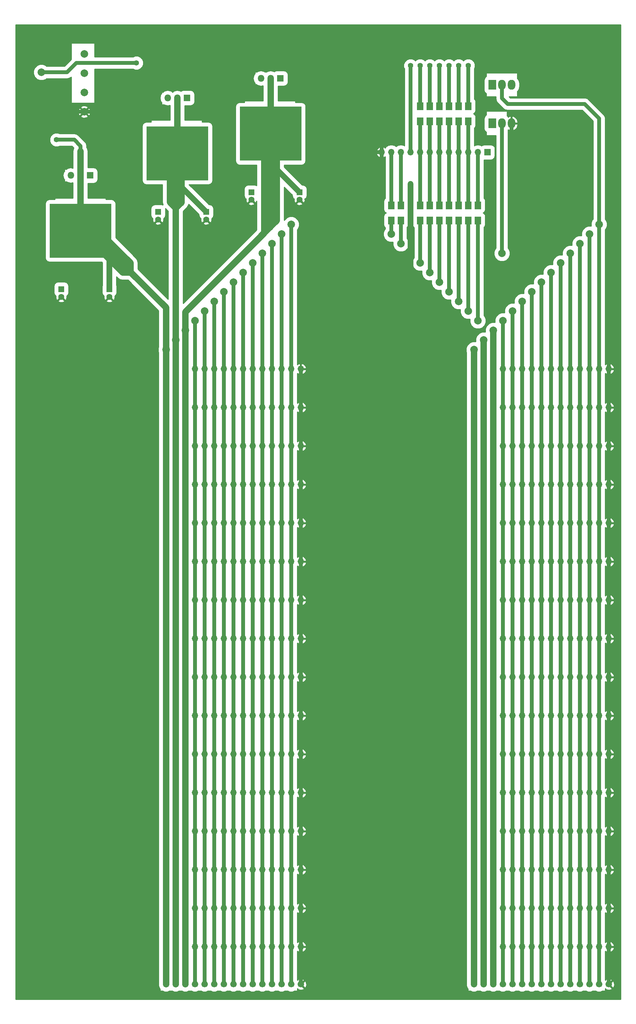
<source format=gbl>
%TF.GenerationSoftware,KiCad,Pcbnew,4.0.5*%
%TF.CreationDate,2018-01-19T20:33:35-07:00*%
%TF.ProjectId,MRI-RF-Amplifier,4D52492D52462D416D706C6966696572,6*%
%TF.FileFunction,Copper,L2,Bot,Signal*%
%FSLAX46Y46*%
G04 Gerber Fmt 4.6, Leading zero omitted, Abs format (unit mm)*
G04 Created by KiCad (PCBNEW 4.0.5) date 01/19/18 20:33:35*
%MOMM*%
%LPD*%
G01*
G04 APERTURE LIST*
%ADD10C,0.100000*%
%ADD11C,0.800000*%
%ADD12C,4.500000*%
%ADD13R,1.800000X1.800000*%
%ADD14O,1.800000X1.800000*%
%ADD15R,2.000000X2.600000*%
%ADD16O,2.000000X2.600000*%
%ADD17R,1.700000X2.000000*%
%ADD18C,2.000000*%
%ADD19R,1.700000X1.700000*%
%ADD20O,1.700000X1.700000*%
%ADD21C,1.700000*%
%ADD22R,1.600000X1.600000*%
%ADD23C,1.600000*%
%ADD24R,16.300000X14.200000*%
%ADD25R,1.400000X13.700000*%
%ADD26C,1.400000*%
%ADD27C,1.500000*%
%ADD28C,1.700000*%
%ADD29C,1.000000*%
%ADD30C,0.254000*%
G04 APERTURE END LIST*
D10*
D11*
X55129400Y-42994200D03*
X99332800Y-33832800D03*
X116840000Y-65405000D03*
X100330000Y-65405000D03*
D12*
X108737400Y-65974000D03*
X38354000Y-79906000D03*
D13*
X40894000Y-63246000D03*
D14*
X38354000Y-63246000D03*
X35814000Y-63246000D03*
D11*
X119380000Y-27940000D03*
X96520000Y-271780000D03*
X96520000Y-261620000D03*
X96520000Y-251460000D03*
X96520000Y-241300000D03*
X96520000Y-180340000D03*
X96520000Y-190500000D03*
X96520000Y-200660000D03*
X96520000Y-231140000D03*
X96520000Y-220980000D03*
X96520000Y-210820000D03*
X96520000Y-149860000D03*
X96520000Y-160020000D03*
X96520000Y-170180000D03*
X96520000Y-139700000D03*
X96520000Y-129540000D03*
X96520000Y-119380000D03*
X177800000Y-241300000D03*
X177800000Y-251460000D03*
X177800000Y-261620000D03*
X177800000Y-271780000D03*
X177800000Y-200660000D03*
X177800000Y-210820000D03*
X177800000Y-220980000D03*
X177800000Y-231140000D03*
X177800000Y-160020000D03*
X177800000Y-170180000D03*
X177800000Y-180340000D03*
X177800000Y-190500000D03*
X177800000Y-109220000D03*
X177800000Y-149860000D03*
X177800000Y-139700000D03*
X177800000Y-129540000D03*
X177800000Y-119380000D03*
X49530000Y-58895000D03*
X77285600Y-36474400D03*
X76123800Y-39565600D03*
X101872800Y-28295600D03*
X106832400Y-44544000D03*
X74574400Y-56417800D03*
X74574400Y-38637800D03*
X101872800Y-31292800D03*
X117856000Y-54610000D03*
X117856000Y-59690000D03*
X77285600Y-33578800D03*
X143256000Y-39750000D03*
X125476000Y-65500000D03*
X145796000Y-65500000D03*
X152146000Y-53340000D03*
X154686000Y-49530000D03*
X68580000Y-86360000D03*
X115316000Y-57150000D03*
X49530000Y-75405000D03*
X103657400Y-47084000D03*
X100482400Y-49624000D03*
X52070000Y-71280000D03*
X49249300Y-51185700D03*
X99332800Y-25755600D03*
X26871900Y-60926600D03*
X51154300Y-56849900D03*
X34022000Y-43680000D03*
X31380400Y-30992700D03*
X51128900Y-53725700D03*
X34022000Y-38600000D03*
X44436000Y-46474000D03*
X52843400Y-40454200D03*
X31380400Y-46232700D03*
X34022000Y-33520000D03*
X50749200Y-104825800D03*
X177800000Y-78740000D03*
X177800000Y-91440000D03*
X177800000Y-104140000D03*
D12*
X25400000Y-154940000D03*
X129540000Y-154940000D03*
X129540000Y-231140000D03*
X25400000Y-231140000D03*
X25400000Y-116840000D03*
X129540000Y-116840000D03*
D15*
X147066000Y-39370000D03*
D16*
X149606000Y-39370000D03*
X152146000Y-39370000D03*
D15*
X147066000Y-49530000D03*
D16*
X149606000Y-49530000D03*
X152146000Y-49530000D03*
D17*
X143256000Y-71152000D03*
X143256000Y-75152000D03*
X140716000Y-71152000D03*
X140716000Y-75152000D03*
X138176000Y-71152000D03*
X138176000Y-75152000D03*
X135636000Y-71152000D03*
X135636000Y-75152000D03*
X133096000Y-71152000D03*
X133096000Y-75152000D03*
X130556000Y-71152000D03*
X130556000Y-75152000D03*
X128016000Y-71152000D03*
X128016000Y-75152000D03*
X140716000Y-44990000D03*
X140716000Y-48990000D03*
X138176000Y-44990000D03*
X138176000Y-48990000D03*
X135636000Y-44990000D03*
X135636000Y-48990000D03*
X133096000Y-44990000D03*
X133096000Y-48990000D03*
X130556000Y-44990000D03*
X130556000Y-48990000D03*
X128016000Y-44990000D03*
X128016000Y-48990000D03*
X122936000Y-71152000D03*
X122936000Y-75152000D03*
X120396000Y-71152000D03*
X120396000Y-75152000D03*
D18*
X39370000Y-46482000D03*
X39370000Y-41402000D03*
X39370000Y-36322000D03*
X39370000Y-31242000D03*
D19*
X60960000Y-114300000D03*
D20*
X63500000Y-114300000D03*
X66040000Y-114300000D03*
X68580000Y-114300000D03*
X71120000Y-114300000D03*
X73660000Y-114300000D03*
X76200000Y-114300000D03*
X78740000Y-114300000D03*
X81280000Y-114300000D03*
X83820000Y-114300000D03*
X86360000Y-114300000D03*
X88900000Y-114300000D03*
X91440000Y-114300000D03*
X93980000Y-114300000D03*
X96520000Y-114300000D03*
D19*
X142240000Y-114300000D03*
D20*
X144780000Y-114300000D03*
X147320000Y-114300000D03*
X149860000Y-114300000D03*
X152400000Y-114300000D03*
X154940000Y-114300000D03*
X157480000Y-114300000D03*
X160020000Y-114300000D03*
X162560000Y-114300000D03*
X165100000Y-114300000D03*
X167640000Y-114300000D03*
X170180000Y-114300000D03*
X172720000Y-114300000D03*
X175260000Y-114300000D03*
X177800000Y-114300000D03*
D19*
X60960000Y-124460000D03*
D20*
X63500000Y-124460000D03*
X66040000Y-124460000D03*
X68580000Y-124460000D03*
X71120000Y-124460000D03*
X73660000Y-124460000D03*
X76200000Y-124460000D03*
X78740000Y-124460000D03*
X81280000Y-124460000D03*
X83820000Y-124460000D03*
X86360000Y-124460000D03*
X88900000Y-124460000D03*
X91440000Y-124460000D03*
X93980000Y-124460000D03*
X96520000Y-124460000D03*
D19*
X142240000Y-124460000D03*
D20*
X144780000Y-124460000D03*
X147320000Y-124460000D03*
X149860000Y-124460000D03*
X152400000Y-124460000D03*
X154940000Y-124460000D03*
X157480000Y-124460000D03*
X160020000Y-124460000D03*
X162560000Y-124460000D03*
X165100000Y-124460000D03*
X167640000Y-124460000D03*
X170180000Y-124460000D03*
X172720000Y-124460000D03*
X175260000Y-124460000D03*
X177800000Y-124460000D03*
D19*
X60960000Y-134620000D03*
D20*
X63500000Y-134620000D03*
X66040000Y-134620000D03*
X68580000Y-134620000D03*
X71120000Y-134620000D03*
X73660000Y-134620000D03*
X76200000Y-134620000D03*
X78740000Y-134620000D03*
X81280000Y-134620000D03*
X83820000Y-134620000D03*
X86360000Y-134620000D03*
X88900000Y-134620000D03*
X91440000Y-134620000D03*
X93980000Y-134620000D03*
X96520000Y-134620000D03*
D19*
X142240000Y-134620000D03*
D20*
X144780000Y-134620000D03*
X147320000Y-134620000D03*
X149860000Y-134620000D03*
X152400000Y-134620000D03*
X154940000Y-134620000D03*
X157480000Y-134620000D03*
X160020000Y-134620000D03*
X162560000Y-134620000D03*
X165100000Y-134620000D03*
X167640000Y-134620000D03*
X170180000Y-134620000D03*
X172720000Y-134620000D03*
X175260000Y-134620000D03*
X177800000Y-134620000D03*
D19*
X60960000Y-144780000D03*
D20*
X63500000Y-144780000D03*
X66040000Y-144780000D03*
X68580000Y-144780000D03*
X71120000Y-144780000D03*
X73660000Y-144780000D03*
X76200000Y-144780000D03*
X78740000Y-144780000D03*
X81280000Y-144780000D03*
X83820000Y-144780000D03*
X86360000Y-144780000D03*
X88900000Y-144780000D03*
X91440000Y-144780000D03*
X93980000Y-144780000D03*
X96520000Y-144780000D03*
D19*
X142240000Y-144780000D03*
D20*
X144780000Y-144780000D03*
X147320000Y-144780000D03*
X149860000Y-144780000D03*
X152400000Y-144780000D03*
X154940000Y-144780000D03*
X157480000Y-144780000D03*
X160020000Y-144780000D03*
X162560000Y-144780000D03*
X165100000Y-144780000D03*
X167640000Y-144780000D03*
X170180000Y-144780000D03*
X172720000Y-144780000D03*
X175260000Y-144780000D03*
X177800000Y-144780000D03*
D19*
X60960000Y-154940000D03*
D20*
X63500000Y-154940000D03*
X66040000Y-154940000D03*
X68580000Y-154940000D03*
X71120000Y-154940000D03*
X73660000Y-154940000D03*
X76200000Y-154940000D03*
X78740000Y-154940000D03*
X81280000Y-154940000D03*
X83820000Y-154940000D03*
X86360000Y-154940000D03*
X88900000Y-154940000D03*
X91440000Y-154940000D03*
X93980000Y-154940000D03*
X96520000Y-154940000D03*
D19*
X142240000Y-154940000D03*
D20*
X144780000Y-154940000D03*
X147320000Y-154940000D03*
X149860000Y-154940000D03*
X152400000Y-154940000D03*
X154940000Y-154940000D03*
X157480000Y-154940000D03*
X160020000Y-154940000D03*
X162560000Y-154940000D03*
X165100000Y-154940000D03*
X167640000Y-154940000D03*
X170180000Y-154940000D03*
X172720000Y-154940000D03*
X175260000Y-154940000D03*
X177800000Y-154940000D03*
D19*
X60960000Y-165100000D03*
D20*
X63500000Y-165100000D03*
X66040000Y-165100000D03*
X68580000Y-165100000D03*
X71120000Y-165100000D03*
X73660000Y-165100000D03*
X76200000Y-165100000D03*
X78740000Y-165100000D03*
X81280000Y-165100000D03*
X83820000Y-165100000D03*
X86360000Y-165100000D03*
X88900000Y-165100000D03*
X91440000Y-165100000D03*
X93980000Y-165100000D03*
X96520000Y-165100000D03*
D19*
X142240000Y-165100000D03*
D20*
X144780000Y-165100000D03*
X147320000Y-165100000D03*
X149860000Y-165100000D03*
X152400000Y-165100000D03*
X154940000Y-165100000D03*
X157480000Y-165100000D03*
X160020000Y-165100000D03*
X162560000Y-165100000D03*
X165100000Y-165100000D03*
X167640000Y-165100000D03*
X170180000Y-165100000D03*
X172720000Y-165100000D03*
X175260000Y-165100000D03*
X177800000Y-165100000D03*
D19*
X60960000Y-175260000D03*
D20*
X63500000Y-175260000D03*
X66040000Y-175260000D03*
X68580000Y-175260000D03*
X71120000Y-175260000D03*
X73660000Y-175260000D03*
X76200000Y-175260000D03*
X78740000Y-175260000D03*
X81280000Y-175260000D03*
X83820000Y-175260000D03*
X86360000Y-175260000D03*
X88900000Y-175260000D03*
X91440000Y-175260000D03*
X93980000Y-175260000D03*
X96520000Y-175260000D03*
D19*
X142240000Y-175260000D03*
D20*
X144780000Y-175260000D03*
X147320000Y-175260000D03*
X149860000Y-175260000D03*
X152400000Y-175260000D03*
X154940000Y-175260000D03*
X157480000Y-175260000D03*
X160020000Y-175260000D03*
X162560000Y-175260000D03*
X165100000Y-175260000D03*
X167640000Y-175260000D03*
X170180000Y-175260000D03*
X172720000Y-175260000D03*
X175260000Y-175260000D03*
X177800000Y-175260000D03*
D19*
X60960000Y-185420000D03*
D20*
X63500000Y-185420000D03*
X66040000Y-185420000D03*
X68580000Y-185420000D03*
X71120000Y-185420000D03*
X73660000Y-185420000D03*
X76200000Y-185420000D03*
X78740000Y-185420000D03*
X81280000Y-185420000D03*
X83820000Y-185420000D03*
X86360000Y-185420000D03*
X88900000Y-185420000D03*
X91440000Y-185420000D03*
X93980000Y-185420000D03*
X96520000Y-185420000D03*
D19*
X142240000Y-185420000D03*
D20*
X144780000Y-185420000D03*
X147320000Y-185420000D03*
X149860000Y-185420000D03*
X152400000Y-185420000D03*
X154940000Y-185420000D03*
X157480000Y-185420000D03*
X160020000Y-185420000D03*
X162560000Y-185420000D03*
X165100000Y-185420000D03*
X167640000Y-185420000D03*
X170180000Y-185420000D03*
X172720000Y-185420000D03*
X175260000Y-185420000D03*
X177800000Y-185420000D03*
D19*
X60960000Y-195580000D03*
D20*
X63500000Y-195580000D03*
X66040000Y-195580000D03*
X68580000Y-195580000D03*
X71120000Y-195580000D03*
X73660000Y-195580000D03*
X76200000Y-195580000D03*
X78740000Y-195580000D03*
X81280000Y-195580000D03*
X83820000Y-195580000D03*
X86360000Y-195580000D03*
X88900000Y-195580000D03*
X91440000Y-195580000D03*
X93980000Y-195580000D03*
X96520000Y-195580000D03*
D19*
X142240000Y-195580000D03*
D20*
X144780000Y-195580000D03*
X147320000Y-195580000D03*
X149860000Y-195580000D03*
X152400000Y-195580000D03*
X154940000Y-195580000D03*
X157480000Y-195580000D03*
X160020000Y-195580000D03*
X162560000Y-195580000D03*
X165100000Y-195580000D03*
X167640000Y-195580000D03*
X170180000Y-195580000D03*
X172720000Y-195580000D03*
X175260000Y-195580000D03*
X177800000Y-195580000D03*
D19*
X60960000Y-205740000D03*
D20*
X63500000Y-205740000D03*
X66040000Y-205740000D03*
X68580000Y-205740000D03*
X71120000Y-205740000D03*
X73660000Y-205740000D03*
X76200000Y-205740000D03*
X78740000Y-205740000D03*
X81280000Y-205740000D03*
X83820000Y-205740000D03*
X86360000Y-205740000D03*
X88900000Y-205740000D03*
X91440000Y-205740000D03*
X93980000Y-205740000D03*
X96520000Y-205740000D03*
D19*
X142240000Y-205740000D03*
D20*
X144780000Y-205740000D03*
X147320000Y-205740000D03*
X149860000Y-205740000D03*
X152400000Y-205740000D03*
X154940000Y-205740000D03*
X157480000Y-205740000D03*
X160020000Y-205740000D03*
X162560000Y-205740000D03*
X165100000Y-205740000D03*
X167640000Y-205740000D03*
X170180000Y-205740000D03*
X172720000Y-205740000D03*
X175260000Y-205740000D03*
X177800000Y-205740000D03*
D19*
X60960000Y-215900000D03*
D20*
X63500000Y-215900000D03*
X66040000Y-215900000D03*
X68580000Y-215900000D03*
X71120000Y-215900000D03*
X73660000Y-215900000D03*
X76200000Y-215900000D03*
X78740000Y-215900000D03*
X81280000Y-215900000D03*
X83820000Y-215900000D03*
X86360000Y-215900000D03*
X88900000Y-215900000D03*
X91440000Y-215900000D03*
X93980000Y-215900000D03*
X96520000Y-215900000D03*
D19*
X142240000Y-215900000D03*
D20*
X144780000Y-215900000D03*
X147320000Y-215900000D03*
X149860000Y-215900000D03*
X152400000Y-215900000D03*
X154940000Y-215900000D03*
X157480000Y-215900000D03*
X160020000Y-215900000D03*
X162560000Y-215900000D03*
X165100000Y-215900000D03*
X167640000Y-215900000D03*
X170180000Y-215900000D03*
X172720000Y-215900000D03*
X175260000Y-215900000D03*
X177800000Y-215900000D03*
D19*
X60960000Y-226060000D03*
D20*
X63500000Y-226060000D03*
X66040000Y-226060000D03*
X68580000Y-226060000D03*
X71120000Y-226060000D03*
X73660000Y-226060000D03*
X76200000Y-226060000D03*
X78740000Y-226060000D03*
X81280000Y-226060000D03*
X83820000Y-226060000D03*
X86360000Y-226060000D03*
X88900000Y-226060000D03*
X91440000Y-226060000D03*
X93980000Y-226060000D03*
X96520000Y-226060000D03*
D19*
X142240000Y-226060000D03*
D20*
X144780000Y-226060000D03*
X147320000Y-226060000D03*
X149860000Y-226060000D03*
X152400000Y-226060000D03*
X154940000Y-226060000D03*
X157480000Y-226060000D03*
X160020000Y-226060000D03*
X162560000Y-226060000D03*
X165100000Y-226060000D03*
X167640000Y-226060000D03*
X170180000Y-226060000D03*
X172720000Y-226060000D03*
X175260000Y-226060000D03*
X177800000Y-226060000D03*
D19*
X60960000Y-236220000D03*
D20*
X63500000Y-236220000D03*
X66040000Y-236220000D03*
X68580000Y-236220000D03*
X71120000Y-236220000D03*
X73660000Y-236220000D03*
X76200000Y-236220000D03*
X78740000Y-236220000D03*
X81280000Y-236220000D03*
X83820000Y-236220000D03*
X86360000Y-236220000D03*
X88900000Y-236220000D03*
X91440000Y-236220000D03*
X93980000Y-236220000D03*
X96520000Y-236220000D03*
D19*
X142240000Y-236220000D03*
D20*
X144780000Y-236220000D03*
X147320000Y-236220000D03*
X149860000Y-236220000D03*
X152400000Y-236220000D03*
X154940000Y-236220000D03*
X157480000Y-236220000D03*
X160020000Y-236220000D03*
X162560000Y-236220000D03*
X165100000Y-236220000D03*
X167640000Y-236220000D03*
X170180000Y-236220000D03*
X172720000Y-236220000D03*
X175260000Y-236220000D03*
X177800000Y-236220000D03*
D19*
X60960000Y-246380000D03*
D20*
X63500000Y-246380000D03*
X66040000Y-246380000D03*
X68580000Y-246380000D03*
X71120000Y-246380000D03*
X73660000Y-246380000D03*
X76200000Y-246380000D03*
X78740000Y-246380000D03*
X81280000Y-246380000D03*
X83820000Y-246380000D03*
X86360000Y-246380000D03*
X88900000Y-246380000D03*
X91440000Y-246380000D03*
X93980000Y-246380000D03*
X96520000Y-246380000D03*
D19*
X142240000Y-246380000D03*
D20*
X144780000Y-246380000D03*
X147320000Y-246380000D03*
X149860000Y-246380000D03*
X152400000Y-246380000D03*
X154940000Y-246380000D03*
X157480000Y-246380000D03*
X160020000Y-246380000D03*
X162560000Y-246380000D03*
X165100000Y-246380000D03*
X167640000Y-246380000D03*
X170180000Y-246380000D03*
X172720000Y-246380000D03*
X175260000Y-246380000D03*
X177800000Y-246380000D03*
D19*
X60960000Y-256540000D03*
D20*
X63500000Y-256540000D03*
X66040000Y-256540000D03*
X68580000Y-256540000D03*
X71120000Y-256540000D03*
X73660000Y-256540000D03*
X76200000Y-256540000D03*
X78740000Y-256540000D03*
X81280000Y-256540000D03*
X83820000Y-256540000D03*
X86360000Y-256540000D03*
X88900000Y-256540000D03*
X91440000Y-256540000D03*
X93980000Y-256540000D03*
X96520000Y-256540000D03*
D19*
X142240000Y-256540000D03*
D20*
X144780000Y-256540000D03*
X147320000Y-256540000D03*
X149860000Y-256540000D03*
X152400000Y-256540000D03*
X154940000Y-256540000D03*
X157480000Y-256540000D03*
X160020000Y-256540000D03*
X162560000Y-256540000D03*
X165100000Y-256540000D03*
X167640000Y-256540000D03*
X170180000Y-256540000D03*
X172720000Y-256540000D03*
X175260000Y-256540000D03*
X177800000Y-256540000D03*
D19*
X145796000Y-57150000D03*
D20*
X143256000Y-57150000D03*
X140716000Y-57150000D03*
X138176000Y-57150000D03*
X135636000Y-57150000D03*
X133096000Y-57150000D03*
X130556000Y-57150000D03*
X128016000Y-57150000D03*
X125476000Y-57150000D03*
X122936000Y-57150000D03*
X120396000Y-57150000D03*
X117856000Y-57150000D03*
D19*
X60960000Y-266700000D03*
D20*
X63500000Y-266700000D03*
X66040000Y-266700000D03*
X68580000Y-266700000D03*
X71120000Y-266700000D03*
X73660000Y-266700000D03*
X76200000Y-266700000D03*
X78740000Y-266700000D03*
X81280000Y-266700000D03*
X83820000Y-266700000D03*
X86360000Y-266700000D03*
X88900000Y-266700000D03*
X91440000Y-266700000D03*
X93980000Y-266700000D03*
X96520000Y-266700000D03*
D19*
X142240000Y-266700000D03*
D20*
X144780000Y-266700000D03*
X147320000Y-266700000D03*
X149860000Y-266700000D03*
X152400000Y-266700000D03*
X154940000Y-266700000D03*
X157480000Y-266700000D03*
X160020000Y-266700000D03*
X162560000Y-266700000D03*
X165100000Y-266700000D03*
X167640000Y-266700000D03*
X170180000Y-266700000D03*
X172720000Y-266700000D03*
X175260000Y-266700000D03*
X177800000Y-266700000D03*
D21*
X177800000Y-276610000D03*
X175260000Y-276610000D03*
X172720000Y-276610000D03*
X170180000Y-276610000D03*
X167640000Y-276610000D03*
X165100000Y-276610000D03*
X162560000Y-276610000D03*
X160020000Y-276610000D03*
X157480000Y-276610000D03*
X154940000Y-276610000D03*
X152400000Y-276610000D03*
X149860000Y-276610000D03*
X147320000Y-276610000D03*
X144780000Y-276610000D03*
X142240000Y-276610000D03*
X96520000Y-276610000D03*
X93980000Y-276610000D03*
X91440000Y-276610000D03*
X88900000Y-276610000D03*
X86360000Y-276610000D03*
X83820000Y-276610000D03*
X81280000Y-276610000D03*
X78740000Y-276610000D03*
X76200000Y-276610000D03*
X73660000Y-276610000D03*
X71120000Y-276610000D03*
X68580000Y-276610000D03*
X66040000Y-276610000D03*
X63500000Y-276610000D03*
X60960000Y-276610000D03*
D12*
X25400000Y-276860000D03*
X129540000Y-276860000D03*
X25400000Y-27940000D03*
X177800000Y-27940000D03*
X129540000Y-193040000D03*
X25400000Y-193040000D03*
D11*
X163576000Y-27940000D03*
X109220000Y-40640000D03*
X109220000Y-27940000D03*
X25400000Y-66040000D03*
X25400000Y-53340000D03*
X163576000Y-53340000D03*
X78740000Y-76675000D03*
X163576000Y-66040000D03*
X177800000Y-66040000D03*
X177800000Y-40640000D03*
X177800000Y-53340000D03*
X163576000Y-40640000D03*
X104140000Y-218440000D03*
X104140000Y-231140000D03*
X104140000Y-256540000D03*
X104140000Y-243840000D03*
X104140000Y-205740000D03*
X116840000Y-256540000D03*
X116840000Y-231140000D03*
X116840000Y-243840000D03*
X116840000Y-218440000D03*
X116840000Y-205740000D03*
X129540000Y-218440000D03*
X129540000Y-256540000D03*
X129540000Y-243840000D03*
X129540000Y-205740000D03*
X129540000Y-269240000D03*
X116840000Y-269240000D03*
X104140000Y-269240000D03*
X129540000Y-129540000D03*
X129540000Y-142240000D03*
X129540000Y-180340000D03*
X129540000Y-167640000D03*
X104140000Y-154940000D03*
X104140000Y-167640000D03*
X104140000Y-193040000D03*
X104140000Y-180340000D03*
X104140000Y-129540000D03*
X104140000Y-142240000D03*
X104140000Y-116840000D03*
X116840000Y-154940000D03*
X116840000Y-167640000D03*
X116840000Y-193040000D03*
X116840000Y-180340000D03*
X116840000Y-129540000D03*
X116840000Y-142240000D03*
X116840000Y-116840000D03*
X25400000Y-269240000D03*
X38100000Y-269240000D03*
X50800000Y-269240000D03*
X50800000Y-167640000D03*
X50800000Y-180340000D03*
X50800000Y-205740000D03*
X50800000Y-193040000D03*
X50800000Y-243840000D03*
X50800000Y-256540000D03*
X50800000Y-231140000D03*
X50800000Y-218440000D03*
X38100000Y-205740000D03*
X38100000Y-218440000D03*
X38100000Y-243840000D03*
X38100000Y-231140000D03*
X38100000Y-180340000D03*
X38100000Y-193040000D03*
X38100000Y-167640000D03*
X38100000Y-256540000D03*
X38100000Y-154940000D03*
X38049200Y-91948000D03*
X38100000Y-129540000D03*
X38100000Y-142240000D03*
X38100000Y-116840000D03*
X38049200Y-104648000D03*
X25400000Y-167640000D03*
X25400000Y-180340000D03*
X25400000Y-205740000D03*
X25400000Y-243840000D03*
X25400000Y-256540000D03*
X25400000Y-218440000D03*
X25400000Y-78740000D03*
X25349200Y-91948000D03*
X25400000Y-129540000D03*
X25400000Y-142240000D03*
X25349200Y-104648000D03*
X50800000Y-116840000D03*
X50800000Y-129540000D03*
X50800000Y-154940000D03*
X50800000Y-142240000D03*
X50749200Y-92125800D03*
X58420000Y-86360000D03*
X25400000Y-40640000D03*
D22*
X83464400Y-67687800D03*
D23*
X83464400Y-69687800D03*
D22*
X58851800Y-72869400D03*
D23*
X58851800Y-74869400D03*
D22*
X33274000Y-93291000D03*
D23*
X33274000Y-95291000D03*
D22*
X96164400Y-67687800D03*
D23*
X96164400Y-69687800D03*
D22*
X71551800Y-72869400D03*
D23*
X71551800Y-74869400D03*
D22*
X45974000Y-93291000D03*
D23*
X45974000Y-95291000D03*
D12*
X63931800Y-59484400D03*
D13*
X66471800Y-42824400D03*
D14*
X63931800Y-42824400D03*
X61391800Y-42824400D03*
D12*
X88544400Y-54302800D03*
D13*
X91084400Y-37642800D03*
D14*
X88544400Y-37642800D03*
X86004400Y-37642800D03*
D11*
X94259400Y-45897800D03*
X87274400Y-48437800D03*
X89814400Y-48437800D03*
X92354400Y-48437800D03*
X84734400Y-48437800D03*
X84734400Y-45897800D03*
X87274400Y-45897800D03*
X89814400Y-45897800D03*
X92354400Y-45897800D03*
X92354400Y-56057800D03*
X84734400Y-56057800D03*
X87274400Y-58597800D03*
X84734400Y-58597800D03*
X89814400Y-58597800D03*
X92354400Y-58597800D03*
X82829400Y-58597800D03*
X82829400Y-56057800D03*
X94259400Y-58597800D03*
X94259400Y-56057800D03*
X82829400Y-45897800D03*
X82829400Y-48437800D03*
X82829400Y-50977800D03*
X82829400Y-53517800D03*
X94259400Y-53517800D03*
X94259400Y-50977800D03*
X94259400Y-48437800D03*
D24*
X88544400Y-52247800D03*
D25*
X81444400Y-52247800D03*
X95644400Y-52247800D03*
D11*
X69646800Y-51079400D03*
X62661800Y-53619400D03*
X65201800Y-53619400D03*
X67741800Y-53619400D03*
X60121800Y-53619400D03*
X60121800Y-51079400D03*
X62661800Y-51079400D03*
X65201800Y-51079400D03*
X67741800Y-51079400D03*
X67741800Y-61239400D03*
X60121800Y-61239400D03*
X62661800Y-63779400D03*
X60121800Y-63779400D03*
X65201800Y-63779400D03*
X67741800Y-63779400D03*
X58216800Y-63779400D03*
X58216800Y-61239400D03*
X69646800Y-63779400D03*
X69646800Y-61239400D03*
X58216800Y-51079400D03*
X58216800Y-53619400D03*
X58216800Y-56159400D03*
X58216800Y-58699400D03*
X69646800Y-58699400D03*
X69646800Y-56159400D03*
X69646800Y-53619400D03*
D24*
X63931800Y-57429400D03*
D25*
X56831800Y-57429400D03*
X71031800Y-57429400D03*
D11*
X44069000Y-71501000D03*
X37084000Y-74041000D03*
X39624000Y-74041000D03*
X42164000Y-74041000D03*
X34544000Y-74041000D03*
X34544000Y-71501000D03*
X37084000Y-71501000D03*
X39624000Y-71501000D03*
X42164000Y-71501000D03*
X42164000Y-81661000D03*
X34544000Y-81661000D03*
X37084000Y-84201000D03*
X34544000Y-84201000D03*
X39624000Y-84201000D03*
X42164000Y-84201000D03*
X32639000Y-84201000D03*
X32639000Y-81661000D03*
X44069000Y-84201000D03*
X44069000Y-81661000D03*
X32639000Y-71501000D03*
X32639000Y-74041000D03*
X32639000Y-76581000D03*
X32639000Y-79121000D03*
X44069000Y-79121000D03*
X44069000Y-76581000D03*
X44069000Y-74041000D03*
D24*
X38354000Y-77851000D03*
D25*
X31254000Y-77851000D03*
X45454000Y-77851000D03*
D26*
X32054800Y-53848000D03*
D18*
X142240000Y-109220000D03*
X60960000Y-109220000D03*
X63500000Y-106680000D03*
X144780000Y-106680000D03*
X147320000Y-104140000D03*
X66040000Y-104140000D03*
D26*
X53136800Y-33578800D03*
D18*
X28041600Y-36068000D03*
D26*
X140716000Y-34290000D03*
X138176000Y-34290000D03*
X135636000Y-34290000D03*
X133096000Y-34290000D03*
X130556000Y-34290000D03*
X128016000Y-34290000D03*
D18*
X93980000Y-76192000D03*
X175246000Y-76192000D03*
X86360000Y-83820000D03*
X167640000Y-83820000D03*
X149606000Y-83820000D03*
D26*
X125476000Y-34290000D03*
D18*
X149860000Y-101600000D03*
X143256000Y-101600000D03*
X68580000Y-101600000D03*
X140716000Y-99060000D03*
X152400000Y-99060000D03*
X71120000Y-99060000D03*
X154940000Y-96520000D03*
X138176000Y-96520000D03*
X73660000Y-96520000D03*
X135636000Y-93980000D03*
X157480000Y-93980000D03*
X76200000Y-93980000D03*
X133096000Y-91440000D03*
X78740000Y-91440000D03*
X160020000Y-91440000D03*
X130556000Y-88900000D03*
X162560000Y-88900000D03*
X81280000Y-88900000D03*
X165100000Y-86360000D03*
X128016000Y-86360000D03*
X83820000Y-86360000D03*
X170180000Y-81280000D03*
X88900000Y-81280000D03*
X122936000Y-81280000D03*
X172720000Y-78740000D03*
X120396000Y-78740000D03*
X91440000Y-78740000D03*
D27*
X45974000Y-93291000D02*
X45974000Y-83152000D01*
X45974000Y-83152000D02*
X38354000Y-77851000D01*
D28*
X38354000Y-63246000D02*
X38354000Y-77851000D01*
X51689000Y-88867000D02*
X51549300Y-88727300D01*
X51549300Y-86352400D02*
X43047900Y-77851000D01*
X51549300Y-88727300D02*
X51549300Y-86352400D01*
X43047900Y-77851000D02*
X38354000Y-77851000D01*
X38354000Y-77851000D02*
X38354000Y-73556000D01*
X38354000Y-73556000D02*
X38354000Y-77691000D01*
X38354000Y-77691000D02*
X49530000Y-88867000D01*
X49530000Y-88867000D02*
X51689000Y-88867000D01*
X60960000Y-109220000D02*
X60960000Y-98138000D01*
X60960000Y-98138000D02*
X51689000Y-88867000D01*
X51689000Y-88867000D02*
X38354000Y-75532000D01*
X38354000Y-75532000D02*
X38354000Y-73556000D01*
X38354000Y-56896000D02*
X38354000Y-70053200D01*
D29*
X38354000Y-55473600D02*
X38354000Y-56896000D01*
X36728400Y-53848000D02*
X32054800Y-53848000D01*
X38354000Y-55473600D02*
X36728400Y-53848000D01*
D28*
X38354000Y-70053200D02*
X38354000Y-73556000D01*
X142240000Y-195580000D02*
X142240000Y-185420000D01*
X142240000Y-175260000D02*
X142240000Y-185420000D01*
X142240000Y-165100000D02*
X142240000Y-175260000D01*
X142240000Y-205740000D02*
X142240000Y-195580000D01*
X142240000Y-215900000D02*
X142240000Y-205740000D01*
X142240000Y-226060000D02*
X142240000Y-236220000D01*
X142240000Y-154940000D02*
X142240000Y-165100000D01*
X142240000Y-144780000D02*
X142240000Y-154940000D01*
X142240000Y-134620000D02*
X142240000Y-144780000D01*
X142240000Y-124460000D02*
X142240000Y-134620000D01*
X142240000Y-114300000D02*
X142240000Y-124460000D01*
X142240000Y-256540000D02*
X142240000Y-246380000D01*
X142240000Y-266700000D02*
X142240000Y-256540000D01*
X142240000Y-266700000D02*
X142240000Y-276610000D01*
X142240000Y-226060000D02*
X142240000Y-215900000D01*
X60960000Y-276610000D02*
X60960000Y-266700000D01*
X60960000Y-256540000D02*
X60960000Y-266700000D01*
X60960000Y-246380000D02*
X60960000Y-236220000D01*
X60960000Y-236220000D02*
X60960000Y-226060000D01*
X60960000Y-205740000D02*
X60960000Y-215900000D01*
X60960000Y-207002000D02*
X60960000Y-215900000D01*
X60960000Y-195580000D02*
X60960000Y-205740000D01*
X60960000Y-185420000D02*
X60960000Y-195580000D01*
X60960000Y-175260000D02*
X60960000Y-185420000D01*
X60960000Y-165100000D02*
X60960000Y-175260000D01*
X60960000Y-154940000D02*
X60960000Y-165100000D01*
X60960000Y-144780000D02*
X60960000Y-154940000D01*
X60960000Y-144780000D02*
X60960000Y-134620000D01*
X60960000Y-124460000D02*
X60960000Y-134620000D01*
X60960000Y-114300000D02*
X60960000Y-124460000D01*
X60960000Y-226060000D02*
X60960000Y-215900000D01*
X142240000Y-114300000D02*
X142240000Y-109220000D01*
X60960000Y-215900000D02*
X60960000Y-276610000D01*
X142240000Y-208788000D02*
X142240000Y-276610000D01*
X60960000Y-208280000D02*
X60960000Y-215650000D01*
X60960000Y-109220000D02*
X60960000Y-113030000D01*
X60960000Y-208280000D02*
X60960000Y-207002000D01*
X60960000Y-207002000D02*
X60960000Y-113030000D01*
D29*
X142240000Y-209169000D02*
X142240000Y-208788000D01*
D28*
X142240000Y-208788000D02*
X142240000Y-113919000D01*
D29*
X152146000Y-49530000D02*
X152146000Y-53054000D01*
X152146000Y-53054000D02*
X152400000Y-53308000D01*
X152400000Y-53308000D02*
X152146000Y-53340000D01*
X117856000Y-57150000D02*
X115316000Y-57150000D01*
X117856000Y-57150000D02*
X117856000Y-54324000D01*
X117856000Y-57150000D02*
X117856000Y-59690000D01*
X39370000Y-46482000D02*
X31629700Y-46482000D01*
X31629700Y-46482000D02*
X31380400Y-46232700D01*
X39370000Y-46482000D02*
X44428000Y-46482000D01*
X44428000Y-46482000D02*
X44436000Y-46474000D01*
D27*
X125476000Y-108204000D02*
X116840000Y-116840000D01*
X125476000Y-78200000D02*
X125476000Y-108204000D01*
X125476000Y-65500000D02*
X125476000Y-78200000D01*
D29*
X177800000Y-114300000D02*
X177800000Y-104140000D01*
X96520000Y-215900000D02*
X96520000Y-226060000D01*
X96520000Y-205740000D02*
X96520000Y-215900000D01*
X96520000Y-195580000D02*
X96520000Y-205740000D01*
X96520000Y-185420000D02*
X96520000Y-195580000D01*
X96520000Y-175260000D02*
X96520000Y-185420000D01*
X96520000Y-165100000D02*
X96520000Y-175260000D01*
X96520000Y-144780000D02*
X96520000Y-154940000D01*
X96520000Y-124460000D02*
X96520000Y-114300000D01*
X96520000Y-134620000D02*
X96520000Y-124460000D01*
X96520000Y-144780000D02*
X96520000Y-134620000D01*
X96520000Y-215900000D02*
X96520000Y-276610000D01*
X177800000Y-276610000D02*
X177800000Y-209169000D01*
X177800000Y-209169000D02*
X177800000Y-113919000D01*
X96520000Y-208280000D02*
X96520000Y-215650000D01*
X96520000Y-201930000D02*
X96520000Y-195580000D01*
X96520000Y-208280000D02*
X96520000Y-201930000D01*
X96520000Y-195580000D02*
X96520000Y-189230000D01*
X96520000Y-151130000D02*
X96520000Y-144780000D01*
X96520000Y-163830000D02*
X96520000Y-151130000D01*
X96520000Y-170180000D02*
X96520000Y-163830000D01*
X96520000Y-176530000D02*
X96520000Y-170180000D01*
X96520000Y-182880000D02*
X96520000Y-176530000D01*
X96520000Y-189230000D02*
X96520000Y-182880000D01*
D27*
X71551800Y-72869400D02*
X63931800Y-65249400D01*
X63931800Y-65249400D02*
X63931800Y-57429400D01*
X63931800Y-57429400D02*
X63931800Y-59484400D01*
D28*
X63931800Y-42824400D02*
X63931800Y-49555400D01*
X63931800Y-49555400D02*
X63931800Y-57429400D01*
X63500000Y-76941700D02*
X63500000Y-71887100D01*
X63500000Y-71887100D02*
X61963300Y-70350400D01*
X61963300Y-70350400D02*
X61963300Y-55102900D01*
X61963300Y-55102900D02*
X63931800Y-53134400D01*
X63500000Y-74935100D02*
X63500000Y-71887100D01*
X65011300Y-70375800D02*
X65011300Y-54213900D01*
X63500000Y-71887100D02*
X65011300Y-70375800D01*
X65011300Y-54213900D02*
X63931800Y-53134400D01*
X63500000Y-106680000D02*
X63500000Y-76941700D01*
X63500000Y-76941700D02*
X63500000Y-74935100D01*
X63500000Y-74935100D02*
X63500000Y-53566200D01*
X63500000Y-53566200D02*
X63931800Y-53134400D01*
X144780000Y-175260000D02*
X144780000Y-165100000D01*
X144780000Y-185420000D02*
X144780000Y-175260000D01*
X144780000Y-195580000D02*
X144780000Y-185420000D01*
X144780000Y-215900000D02*
X144780000Y-226060000D01*
X144780000Y-205740000D02*
X144780000Y-215900000D01*
X144780000Y-236220000D02*
X144780000Y-226060000D01*
X144780000Y-246380000D02*
X144780000Y-236220000D01*
X144780000Y-134620000D02*
X144780000Y-124460000D01*
X144780000Y-144780000D02*
X144780000Y-134620000D01*
X144780000Y-154940000D02*
X144780000Y-144780000D01*
X144780000Y-165100000D02*
X144780000Y-154940000D01*
X144780000Y-114300000D02*
X144780000Y-124460000D01*
X144780000Y-246380000D02*
X144780000Y-256540000D01*
X144780000Y-256540000D02*
X144780000Y-266700000D01*
X144780000Y-276610000D02*
X144780000Y-266700000D01*
X63500000Y-215900000D02*
X63500000Y-205740000D01*
X63500000Y-226060000D02*
X63500000Y-214636000D01*
X63486000Y-214622000D02*
X63500000Y-214622000D01*
X63500000Y-214636000D02*
X63486000Y-214622000D01*
X63500000Y-236220000D02*
X63500000Y-226060000D01*
X63500000Y-246380000D02*
X63500000Y-236220000D01*
X63500000Y-256540000D02*
X63500000Y-246380000D01*
X63500000Y-266700000D02*
X63500000Y-276610000D01*
X63500000Y-195580000D02*
X63500000Y-205740000D01*
X63500000Y-195580000D02*
X63500000Y-185420000D01*
X63500000Y-185420000D02*
X63500000Y-175260000D01*
X63500000Y-175260000D02*
X63500000Y-165100000D01*
X63500000Y-165100000D02*
X63500000Y-154940000D01*
X63500000Y-154940000D02*
X63500000Y-144780000D01*
X63500000Y-144780000D02*
X63500000Y-134620000D01*
X63500000Y-124460000D02*
X63500000Y-134620000D01*
X63500000Y-114300000D02*
X63500000Y-124460000D01*
X63500000Y-214622000D02*
X63500000Y-208280000D01*
X63500000Y-113030000D02*
X63500000Y-208280000D01*
X63500000Y-113030000D02*
X63500000Y-106680000D01*
X63500000Y-276610000D02*
X63500000Y-215900000D01*
X144780000Y-276610000D02*
X144780000Y-209169000D01*
X144780000Y-209169000D02*
X144780000Y-113919000D01*
X144780000Y-106680000D02*
X144780000Y-114300000D01*
X63500000Y-215650000D02*
X63500000Y-214622000D01*
D27*
X96164400Y-67687800D02*
X88544400Y-60067800D01*
D28*
X86385400Y-78917800D02*
X88544400Y-76758800D01*
X88544400Y-68699400D02*
X90157300Y-67086500D01*
X86385400Y-78917800D02*
X90157300Y-75145900D01*
X83464400Y-81838800D02*
X86385400Y-78917800D01*
X90157300Y-75145900D02*
X90157300Y-67086500D01*
X88544400Y-76758800D02*
X88544400Y-68699400D01*
X83464400Y-81838800D02*
X86855300Y-78447900D01*
X66040000Y-99263200D02*
X83464400Y-81838800D01*
X66040000Y-104140000D02*
X66040000Y-99263200D01*
X86855300Y-78447900D02*
X86855300Y-70388500D01*
X86855300Y-70388500D02*
X86855300Y-49641900D01*
X88544400Y-68699400D02*
X88544400Y-60067800D01*
X88544400Y-60067800D02*
X88544400Y-52247800D01*
X90157300Y-67086500D02*
X90157300Y-49565700D01*
X88544400Y-37642800D02*
X88544400Y-44500800D01*
X88544400Y-44500800D02*
X88544400Y-52247800D01*
X86855300Y-49641900D02*
X88544400Y-47952800D01*
X90157300Y-49565700D02*
X88544400Y-47952800D01*
X88544400Y-52247800D02*
X88544400Y-47952800D01*
X147320000Y-175260000D02*
X147320000Y-185420000D01*
X147320000Y-165100000D02*
X147320000Y-175260000D01*
X147320000Y-205740000D02*
X147320000Y-195580000D01*
X147320000Y-215900000D02*
X147320000Y-205740000D01*
X147320000Y-226060000D02*
X147320000Y-215900000D01*
X147320000Y-236220000D02*
X147320000Y-226060000D01*
X147320000Y-246380000D02*
X147320000Y-236220000D01*
X147320000Y-154940000D02*
X147320000Y-165100000D01*
X147320000Y-144780000D02*
X147320000Y-154940000D01*
X147320000Y-134620000D02*
X147320000Y-144780000D01*
X147320000Y-124460000D02*
X147320000Y-134620000D01*
X147320000Y-124460000D02*
X147320000Y-114300000D01*
X147320000Y-256540000D02*
X147320000Y-246380000D01*
X147320000Y-266700000D02*
X147320000Y-256540000D01*
X147320000Y-266700000D02*
X147320000Y-276610000D01*
X66040000Y-246380000D02*
X66040000Y-256540000D01*
X66040000Y-236220000D02*
X66040000Y-246380000D01*
X66040000Y-226060000D02*
X66040000Y-236220000D01*
X66040000Y-215900000D02*
X66040000Y-226060000D01*
X66040000Y-205740000D02*
X66040000Y-215900000D01*
X66040000Y-195580000D02*
X66040000Y-205740000D01*
X66040000Y-185420000D02*
X66040000Y-195580000D01*
X66040000Y-175260000D02*
X66040000Y-185420000D01*
X66040000Y-165100000D02*
X66040000Y-175260000D01*
X66040000Y-154940000D02*
X66040000Y-165100000D01*
X66040000Y-266700000D02*
X66040000Y-256540000D01*
X66040000Y-276610000D02*
X66040000Y-266700000D01*
X66040000Y-144780000D02*
X66040000Y-154940000D01*
X66040000Y-134620000D02*
X66040000Y-144780000D01*
X66040000Y-124460000D02*
X66040000Y-134620000D01*
X66040000Y-114300000D02*
X66040000Y-124460000D01*
X147320000Y-104140000D02*
X147320000Y-114300000D01*
X66040000Y-208280000D02*
X66040000Y-215650000D01*
X66040000Y-208280000D02*
X66040000Y-113030000D01*
X66040000Y-104140000D02*
X66040000Y-113030000D01*
X66040000Y-215900000D02*
X66040000Y-276610000D01*
X147320000Y-276610000D02*
X147320000Y-209169000D01*
X147320000Y-209169000D02*
X147320000Y-113919000D01*
D29*
X37287200Y-33578800D02*
X53136800Y-33578800D01*
X34798000Y-36068000D02*
X37287200Y-33578800D01*
X28041600Y-36068000D02*
X34798000Y-36068000D01*
X140716000Y-44990000D02*
X140716000Y-34290000D01*
X138176000Y-34290000D02*
X138176000Y-44990000D01*
X135636000Y-44990000D02*
X135636000Y-34290000D01*
X133096000Y-34290000D02*
X133096000Y-44990000D01*
X130556000Y-44990000D02*
X130556000Y-34290000D01*
X128016000Y-34290000D02*
X128016000Y-44990000D01*
X128016000Y-57150000D02*
X128016000Y-71120000D01*
X128016000Y-57150000D02*
X128016000Y-54610000D01*
X128016000Y-54610000D02*
X128016000Y-48990000D01*
X130556000Y-57150000D02*
X130556000Y-71120000D01*
X130556000Y-57150000D02*
X130556000Y-54610000D01*
X130556000Y-54610000D02*
X130556000Y-48990000D01*
X133096000Y-57150000D02*
X133096000Y-71120000D01*
X133096000Y-57150000D02*
X133096000Y-54610000D01*
X133096000Y-54610000D02*
X133096000Y-48990000D01*
X135636000Y-57150000D02*
X135636000Y-71120000D01*
X135636000Y-57150000D02*
X135636000Y-54610000D01*
X135636000Y-54610000D02*
X135636000Y-48990000D01*
X138176000Y-57150000D02*
X138176000Y-71120000D01*
X138176000Y-57150000D02*
X138176000Y-54610000D01*
X138176000Y-54610000D02*
X138176000Y-48990000D01*
X140716000Y-57150000D02*
X140716000Y-71120000D01*
X140716000Y-57150000D02*
X140716000Y-54610000D01*
X140716000Y-54610000D02*
X140716000Y-48990000D01*
X175246000Y-237482000D02*
X175246000Y-246366000D01*
X175246000Y-246366000D02*
X175260000Y-246380000D01*
X175260000Y-134620000D02*
X175260000Y-144780000D01*
X175260000Y-144780000D02*
X175260000Y-154940000D01*
X175260000Y-175260000D02*
X175260000Y-165100000D01*
X175260000Y-165100000D02*
X175260000Y-154940000D01*
X175260000Y-124460000D02*
X175260000Y-134620000D01*
X175260000Y-114300000D02*
X175260000Y-124460000D01*
X175260000Y-185420000D02*
X175260000Y-175260000D01*
X175260000Y-185420000D02*
X175260000Y-195580000D01*
X175260000Y-205740000D02*
X175260000Y-195580000D01*
X175260000Y-215900000D02*
X175260000Y-226060000D01*
X175260000Y-236220000D02*
X175260000Y-246380000D01*
X175260000Y-226060000D02*
X175260000Y-236220000D01*
X175260000Y-266700000D02*
X175260000Y-256540000D01*
X175260000Y-246380000D02*
X175260000Y-256540000D01*
X175260000Y-266700000D02*
X175260000Y-276610000D01*
X93980000Y-266700000D02*
X93980000Y-276610000D01*
X93980000Y-256540000D02*
X93980000Y-266700000D01*
X93980000Y-246380000D02*
X93980000Y-256540000D01*
X93980000Y-236220000D02*
X93980000Y-246380000D01*
X93980000Y-226060000D02*
X93980000Y-236220000D01*
X93980000Y-165100000D02*
X93980000Y-154940000D01*
X93980000Y-175260000D02*
X93980000Y-165100000D01*
X93980000Y-185420000D02*
X93980000Y-175260000D01*
X93980000Y-195580000D02*
X93980000Y-185420000D01*
X93980000Y-205740000D02*
X93980000Y-195580000D01*
X93980000Y-215900000D02*
X93980000Y-205740000D01*
X93980000Y-226060000D02*
X93980000Y-215900000D01*
X93980000Y-144780000D02*
X93980000Y-154940000D01*
X93980000Y-134620000D02*
X93980000Y-144780000D01*
X93980000Y-124460000D02*
X93980000Y-134620000D01*
X93980000Y-114300000D02*
X93980000Y-124460000D01*
X149606000Y-39370000D02*
X149606000Y-42932000D01*
X171436000Y-44442000D02*
X175260000Y-48266000D01*
X151116000Y-44442000D02*
X171436000Y-44442000D01*
X149606000Y-42932000D02*
X151116000Y-44442000D01*
X175260000Y-76192000D02*
X175246000Y-76192000D01*
X93980000Y-276610000D02*
X93980000Y-215900000D01*
X175260000Y-276610000D02*
X175260000Y-209169000D01*
X175260000Y-209169000D02*
X175260000Y-113919000D01*
X175260000Y-114300000D02*
X175260000Y-76192000D01*
X175260000Y-76192000D02*
X175260000Y-48266000D01*
X93980000Y-215650000D02*
X93980000Y-208280000D01*
X93980000Y-113030000D02*
X93980000Y-208280000D01*
X93980000Y-76192000D02*
X93980000Y-113030000D01*
X167640000Y-154940000D02*
X167640000Y-165100000D01*
X167640000Y-114300000D02*
X167640000Y-124460000D01*
X167640000Y-154940000D02*
X167640000Y-144780000D01*
X167640000Y-134620000D02*
X167640000Y-144780000D01*
X167640000Y-134620000D02*
X167640000Y-124460000D01*
X167640000Y-134620000D02*
X167640000Y-123196000D01*
X167640000Y-123196000D02*
X167626000Y-123182000D01*
X167640000Y-175260000D02*
X167640000Y-185420000D01*
X167640000Y-195580000D02*
X167640000Y-185420000D01*
X167640000Y-205740000D02*
X167640000Y-195580000D01*
X167640000Y-215900000D02*
X167640000Y-205740000D01*
X167640000Y-226060000D02*
X167640000Y-215900000D01*
X167640000Y-236220000D02*
X167640000Y-226060000D01*
X167640000Y-246380000D02*
X167640000Y-236220000D01*
X167640000Y-256540000D02*
X167640000Y-246380000D01*
X167640000Y-266700000D02*
X167640000Y-256540000D01*
X167640000Y-266700000D02*
X167640000Y-276610000D01*
X86360000Y-236220000D02*
X86360000Y-226060000D01*
X86360000Y-246380000D02*
X86360000Y-236220000D01*
X86360000Y-256540000D02*
X86360000Y-246380000D01*
X86360000Y-266700000D02*
X86360000Y-256540000D01*
X86360000Y-276610000D02*
X86360000Y-266700000D01*
X86360000Y-154940000D02*
X86360000Y-165100000D01*
X86360000Y-215900000D02*
X86360000Y-226060000D01*
X86360000Y-205740000D02*
X86360000Y-215900000D01*
X86360000Y-195580000D02*
X86360000Y-205740000D01*
X86360000Y-185420000D02*
X86360000Y-195580000D01*
X86360000Y-175260000D02*
X86360000Y-185420000D01*
X86360000Y-165100000D02*
X86360000Y-175260000D01*
X86360000Y-124460000D02*
X86360000Y-114300000D01*
X86360000Y-134620000D02*
X86360000Y-124460000D01*
X86360000Y-144780000D02*
X86360000Y-134620000D01*
X86360000Y-154940000D02*
X86360000Y-144780000D01*
X86360000Y-208280000D02*
X86360000Y-113030000D01*
X86360000Y-83820000D02*
X86360000Y-113030000D01*
X86360000Y-208280000D02*
X86360000Y-215650000D01*
X86360000Y-215900000D02*
X86360000Y-276610000D01*
X167640000Y-276610000D02*
X167640000Y-209169000D01*
X167640000Y-209169000D02*
X167640000Y-113919000D01*
X167640000Y-114300000D02*
X167640000Y-83820000D01*
X149606000Y-49530000D02*
X149606000Y-83820000D01*
X125476000Y-34290000D02*
X125476000Y-57150000D01*
X122936000Y-57150000D02*
X122936000Y-71660000D01*
X149860000Y-165100000D02*
X149860000Y-175260000D01*
X149860000Y-165100000D02*
X149860000Y-154940000D01*
X149860000Y-134620000D02*
X149860000Y-144780000D01*
X149860000Y-144780000D02*
X149860000Y-154940000D01*
X149860000Y-124460000D02*
X149860000Y-134620000D01*
X149860000Y-114300000D02*
X149860000Y-124460000D01*
X149860000Y-175260000D02*
X149860000Y-185420000D01*
X149860000Y-185420000D02*
X149860000Y-195580000D01*
X149860000Y-215900000D02*
X149860000Y-205740000D01*
X149860000Y-205740000D02*
X149860000Y-195580000D01*
X149860000Y-226060000D02*
X149860000Y-236220000D01*
X149860000Y-246380000D02*
X149860000Y-236220000D01*
X149860000Y-246380000D02*
X149860000Y-256540000D01*
X149860000Y-256540000D02*
X149860000Y-266700000D01*
X149860000Y-275582000D02*
X149860000Y-266700000D01*
X68580000Y-266700000D02*
X68580000Y-276610000D01*
X68580000Y-246380000D02*
X68580000Y-256540000D01*
X68580000Y-236220000D02*
X68580000Y-246380000D01*
X68580000Y-226060000D02*
X68580000Y-236220000D01*
X68580000Y-256540000D02*
X68580000Y-266700000D01*
X68580000Y-175260000D02*
X68580000Y-185420000D01*
X68580000Y-165100000D02*
X68580000Y-175260000D01*
X68580000Y-154940000D02*
X68580000Y-165100000D01*
X68580000Y-195580000D02*
X68580000Y-185420000D01*
X68580000Y-205740000D02*
X68580000Y-195580000D01*
X68580000Y-215900000D02*
X68580000Y-205740000D01*
X68580000Y-226060000D02*
X68580000Y-215900000D01*
X68580000Y-144780000D02*
X68580000Y-154940000D01*
X68580000Y-134620000D02*
X68580000Y-144780000D01*
X68580000Y-124460000D02*
X68580000Y-134620000D01*
X68580000Y-114300000D02*
X68580000Y-124460000D01*
X143256000Y-75152000D02*
X143256000Y-101600000D01*
X143256000Y-75660000D02*
X143256000Y-101600000D01*
X68580000Y-276610000D02*
X68580000Y-215900000D01*
X149860000Y-276610000D02*
X149860000Y-275582000D01*
X149860000Y-275582000D02*
X149860000Y-209169000D01*
X149860000Y-209169000D02*
X149860000Y-113919000D01*
X149860000Y-101600000D02*
X149860000Y-114300000D01*
X68580000Y-215650000D02*
X68580000Y-208280000D01*
X68580000Y-101600000D02*
X68580000Y-113030000D01*
X68580000Y-113030000D02*
X68580000Y-208280000D01*
X152400000Y-154940000D02*
X152400000Y-165100000D01*
X152400000Y-154940000D02*
X152400000Y-144780000D01*
X152400000Y-134620000D02*
X152400000Y-144780000D01*
X152400000Y-134620000D02*
X152400000Y-124460000D01*
X152400000Y-124460000D02*
X152400000Y-114300000D01*
X152400000Y-185420000D02*
X152400000Y-175260000D01*
X152400000Y-195580000D02*
X152400000Y-185420000D01*
X152400000Y-205740000D02*
X152400000Y-215900000D01*
X152400000Y-195580000D02*
X152400000Y-205740000D01*
X152400000Y-226060000D02*
X152400000Y-215900000D01*
X152400000Y-226060000D02*
X152400000Y-236220000D01*
X152400000Y-236220000D02*
X152400000Y-246380000D01*
X152400000Y-256540000D02*
X152400000Y-266700000D01*
X152400000Y-256540000D02*
X152400000Y-246380000D01*
X152400000Y-266700000D02*
X152400000Y-276610000D01*
X71120000Y-246380000D02*
X71120000Y-256540000D01*
X71120000Y-226060000D02*
X71120000Y-236220000D01*
X71120000Y-276610000D02*
X71120000Y-266700000D01*
X71120000Y-256540000D02*
X71120000Y-266700000D01*
X71120000Y-154940000D02*
X71120000Y-165100000D01*
X71120000Y-215900000D02*
X71120000Y-226060000D01*
X71120000Y-205740000D02*
X71120000Y-215900000D01*
X71120000Y-195580000D02*
X71120000Y-205740000D01*
X71120000Y-185420000D02*
X71120000Y-195580000D01*
X71120000Y-175260000D02*
X71120000Y-185420000D01*
X71120000Y-165100000D02*
X71120000Y-175260000D01*
X71120000Y-124460000D02*
X71120000Y-114300000D01*
X71120000Y-134620000D02*
X71120000Y-124460000D01*
X71120000Y-144780000D02*
X71120000Y-134620000D01*
X71120000Y-154940000D02*
X71120000Y-144780000D01*
X140716000Y-75152000D02*
X140716000Y-99060000D01*
X140716000Y-99060000D02*
X140716000Y-75660000D01*
X152400000Y-114300000D02*
X152400000Y-99060000D01*
X71120000Y-215900000D02*
X71120000Y-276610000D01*
X152400000Y-276610000D02*
X152400000Y-209169000D01*
X152400000Y-209169000D02*
X152400000Y-113919000D01*
X71120000Y-208280000D02*
X71120000Y-113030000D01*
X71120000Y-208280000D02*
X71120000Y-215650000D01*
X71120000Y-113030000D02*
X71120000Y-99060000D01*
X154940000Y-165100000D02*
X154940000Y-154940000D01*
X154940000Y-134620000D02*
X154940000Y-144780000D01*
X154926000Y-144766000D02*
X154926000Y-133342000D01*
X154940000Y-133356000D02*
X154940000Y-144780000D01*
X154940000Y-133356000D02*
X154926000Y-133342000D01*
X154940000Y-144780000D02*
X154940000Y-154940000D01*
X154940000Y-124460000D02*
X154940000Y-134620000D01*
X154940000Y-114300000D02*
X154940000Y-124460000D01*
X154940000Y-175260000D02*
X154940000Y-185420000D01*
X154940000Y-185420000D02*
X154940000Y-195580000D01*
X154940000Y-215900000D02*
X154940000Y-205740000D01*
X154940000Y-205740000D02*
X154940000Y-195580000D01*
X154940000Y-215900000D02*
X154940000Y-226060000D01*
X154940000Y-236220000D02*
X154940000Y-226060000D01*
X154940000Y-246380000D02*
X154940000Y-236220000D01*
X154940000Y-266700000D02*
X154940000Y-256540000D01*
X154940000Y-246380000D02*
X154940000Y-256540000D01*
X154940000Y-276610000D02*
X154940000Y-266700000D01*
X73660000Y-276610000D02*
X73660000Y-266700000D01*
X73660000Y-256540000D02*
X73660000Y-266700000D01*
X73660000Y-246380000D02*
X73660000Y-256540000D01*
X73660000Y-236220000D02*
X73660000Y-246380000D01*
X73660000Y-226060000D02*
X73660000Y-236220000D01*
X73660000Y-154940000D02*
X73660000Y-165100000D01*
X73660000Y-175260000D02*
X73660000Y-165100000D01*
X73660000Y-185420000D02*
X73660000Y-175260000D01*
X73660000Y-195580000D02*
X73660000Y-185420000D01*
X73660000Y-204462000D02*
X73660000Y-195580000D01*
X73660000Y-215900000D02*
X73660000Y-205740000D01*
X73660000Y-226060000D02*
X73660000Y-215900000D01*
X73660000Y-144780000D02*
X73660000Y-154940000D01*
X73660000Y-134620000D02*
X73660000Y-144780000D01*
X73660000Y-124460000D02*
X73660000Y-134620000D01*
X73660000Y-114300000D02*
X73660000Y-124460000D01*
X138176000Y-75152000D02*
X138176000Y-96520000D01*
X154940000Y-114300000D02*
X154940000Y-96520000D01*
X138176000Y-75660000D02*
X138176000Y-96520000D01*
X73660000Y-276610000D02*
X73660000Y-215900000D01*
X154940000Y-276610000D02*
X154940000Y-209169000D01*
X154940000Y-209169000D02*
X154940000Y-113919000D01*
X73660000Y-215650000D02*
X73660000Y-208280000D01*
X73660000Y-96520000D02*
X73660000Y-113030000D01*
X73660000Y-113030000D02*
X73660000Y-204462000D01*
X73660000Y-204462000D02*
X73660000Y-208280000D01*
X157480000Y-175260000D02*
X157480000Y-165100000D01*
X157480000Y-154940000D02*
X157480000Y-165100000D01*
X157480000Y-154940000D02*
X157480000Y-144780000D01*
X157480000Y-134620000D02*
X157480000Y-144780000D01*
X157480000Y-124460000D02*
X157480000Y-114300000D01*
X157480000Y-195580000D02*
X157480000Y-185420000D01*
X157480000Y-205740000D02*
X157480000Y-215900000D01*
X157480000Y-195580000D02*
X157480000Y-205740000D01*
X157480000Y-226060000D02*
X157480000Y-215900000D01*
X157480000Y-226060000D02*
X157480000Y-236220000D01*
X157480000Y-236220000D02*
X157480000Y-246380000D01*
X157480000Y-256540000D02*
X157480000Y-246380000D01*
X157480000Y-256540000D02*
X157480000Y-245116000D01*
X157466000Y-245102000D02*
X157480000Y-245102000D01*
X157480000Y-245116000D02*
X157466000Y-245102000D01*
X157480000Y-266700000D02*
X157480000Y-256540000D01*
X157480000Y-266700000D02*
X157480000Y-276610000D01*
X76200000Y-236220000D02*
X76200000Y-226060000D01*
X76200000Y-246380000D02*
X76200000Y-236220000D01*
X76200000Y-256540000D02*
X76200000Y-246380000D01*
X76200000Y-266700000D02*
X76200000Y-256540000D01*
X76200000Y-276610000D02*
X76200000Y-266700000D01*
X76200000Y-154940000D02*
X76200000Y-165100000D01*
X157480000Y-134620000D02*
X157480000Y-124460000D01*
X76200000Y-215900000D02*
X76200000Y-226060000D01*
X76200000Y-205740000D02*
X76200000Y-215900000D01*
X76200000Y-195580000D02*
X76200000Y-205740000D01*
X76200000Y-185420000D02*
X76200000Y-195580000D01*
X76200000Y-175260000D02*
X76200000Y-185420000D01*
X76200000Y-165100000D02*
X76200000Y-175260000D01*
X76200000Y-124460000D02*
X76200000Y-114300000D01*
X76200000Y-134620000D02*
X76200000Y-124460000D01*
X76200000Y-144780000D02*
X76200000Y-134620000D01*
X76200000Y-154940000D02*
X76200000Y-144780000D01*
X135636000Y-75152000D02*
X135636000Y-93980000D01*
X135636000Y-93980000D02*
X135636000Y-75660000D01*
X76200000Y-215900000D02*
X76200000Y-276610000D01*
X157480000Y-276610000D02*
X157480000Y-245102000D01*
X157480000Y-245102000D02*
X157480000Y-209169000D01*
X157480000Y-209169000D02*
X157480000Y-113919000D01*
X157480000Y-114300000D02*
X157480000Y-93980000D01*
X76200000Y-208280000D02*
X76200000Y-215650000D01*
X76200000Y-93980000D02*
X76200000Y-113030000D01*
X76200000Y-208280000D02*
X76200000Y-113030000D01*
X160020000Y-165100000D02*
X160020000Y-175260000D01*
X160020000Y-165100000D02*
X160020000Y-154940000D01*
X160020000Y-144780000D02*
X160020000Y-154940000D01*
X160020000Y-144780000D02*
X160020000Y-134620000D01*
X160020000Y-124460000D02*
X160020000Y-134620000D01*
X160020000Y-114300000D02*
X160020000Y-124460000D01*
X160020000Y-185420000D02*
X160020000Y-175260000D01*
X160020000Y-195580000D02*
X160020000Y-185420000D01*
X160020000Y-205740000D02*
X160020000Y-195580000D01*
X160020000Y-215900000D02*
X160020000Y-226060000D01*
X160020000Y-236220000D02*
X160020000Y-226060000D01*
X160020000Y-246380000D02*
X160020000Y-236220000D01*
X160020000Y-246380000D02*
X160020000Y-256540000D01*
X160020000Y-256540000D02*
X160020000Y-266700000D01*
X160020000Y-276610000D02*
X160020000Y-266700000D01*
X78740000Y-266700000D02*
X78740000Y-276610000D01*
X78740000Y-256540000D02*
X78740000Y-266700000D01*
X78740000Y-246380000D02*
X78740000Y-256540000D01*
X78740000Y-236220000D02*
X78740000Y-246380000D01*
X78740000Y-226060000D02*
X78740000Y-236220000D01*
X78740000Y-165100000D02*
X78740000Y-154940000D01*
X78740000Y-165100000D02*
X78740000Y-175260000D01*
X78740000Y-175260000D02*
X78740000Y-185420000D01*
X78740000Y-185420000D02*
X78740000Y-195580000D01*
X78740000Y-205740000D02*
X78740000Y-195580000D01*
X78740000Y-215900000D02*
X78740000Y-205740000D01*
X78740000Y-226060000D02*
X78740000Y-215900000D01*
X78740000Y-144780000D02*
X78740000Y-154940000D01*
X78740000Y-134620000D02*
X78740000Y-144780000D01*
X78740000Y-124460000D02*
X78740000Y-134620000D01*
X78740000Y-114300000D02*
X78740000Y-124460000D01*
X133096000Y-75152000D02*
X133096000Y-91440000D01*
X133096000Y-91440000D02*
X133096000Y-75660000D01*
X78740000Y-276610000D02*
X78740000Y-215900000D01*
X160020000Y-276610000D02*
X160020000Y-209169000D01*
X160020000Y-209169000D02*
X160020000Y-113919000D01*
X78740000Y-91440000D02*
X78740000Y-113030000D01*
X78740000Y-215650000D02*
X78740000Y-208280000D01*
X78740000Y-113030000D02*
X78740000Y-208280000D01*
X160020000Y-91440000D02*
X160020000Y-114300000D01*
X162560000Y-175260000D02*
X162560000Y-165100000D01*
X162560000Y-154940000D02*
X162560000Y-165100000D01*
X162560000Y-154940000D02*
X162560000Y-144780000D01*
X162560000Y-134620000D02*
X162560000Y-144780000D01*
X162560000Y-134620000D02*
X162560000Y-124460000D01*
X162560000Y-124460000D02*
X162560000Y-114300000D01*
X162560000Y-175260000D02*
X162560000Y-185420000D01*
X162560000Y-185420000D02*
X162560000Y-195580000D01*
X162560000Y-215900000D02*
X162560000Y-205740000D01*
X162560000Y-195580000D02*
X162560000Y-205740000D01*
X162560000Y-226060000D02*
X162560000Y-215900000D01*
X162560000Y-226060000D02*
X162560000Y-236220000D01*
X162560000Y-256540000D02*
X162560000Y-246380000D01*
X162560000Y-266700000D02*
X162560000Y-256540000D01*
X162560000Y-266700000D02*
X162560000Y-276610000D01*
X81280000Y-236220000D02*
X81280000Y-226060000D01*
X81280000Y-246380000D02*
X81280000Y-236220000D01*
X81280000Y-256540000D02*
X81280000Y-246380000D01*
X81280000Y-266700000D02*
X81280000Y-256540000D01*
X81280000Y-276610000D02*
X81280000Y-266700000D01*
X81280000Y-154940000D02*
X81280000Y-165100000D01*
X81280000Y-215900000D02*
X81280000Y-226060000D01*
X81280000Y-205740000D02*
X81280000Y-215900000D01*
X81280000Y-195580000D02*
X81280000Y-205740000D01*
X81280000Y-185420000D02*
X81280000Y-195580000D01*
X81280000Y-175260000D02*
X81280000Y-185420000D01*
X81280000Y-165100000D02*
X81280000Y-175260000D01*
X81280000Y-124460000D02*
X81280000Y-114300000D01*
X81280000Y-134620000D02*
X81280000Y-124460000D01*
X81280000Y-144780000D02*
X81280000Y-134620000D01*
X81280000Y-154940000D02*
X81280000Y-144780000D01*
X130556000Y-75152000D02*
X130556000Y-88900000D01*
X130556000Y-88900000D02*
X130556000Y-75660000D01*
X81280000Y-215900000D02*
X81280000Y-276610000D01*
X162560000Y-276610000D02*
X162560000Y-209169000D01*
X162560000Y-209169000D02*
X162560000Y-113919000D01*
X162560000Y-114300000D02*
X162560000Y-88900000D01*
X81280000Y-208280000D02*
X81280000Y-113030000D01*
X81280000Y-208280000D02*
X81280000Y-215650000D01*
X81280000Y-88900000D02*
X81280000Y-113030000D01*
X165100000Y-165100000D02*
X165100000Y-175260000D01*
X165100000Y-165100000D02*
X165100000Y-154940000D01*
X165100000Y-144780000D02*
X165100000Y-154940000D01*
X165100000Y-144780000D02*
X165100000Y-134620000D01*
X165100000Y-124460000D02*
X165100000Y-134620000D01*
X165100000Y-114300000D02*
X165100000Y-124460000D01*
X165100000Y-185420000D02*
X165100000Y-175260000D01*
X165100000Y-205740000D02*
X165100000Y-215900000D01*
X165100000Y-205740000D02*
X165100000Y-195580000D01*
X165100000Y-215900000D02*
X165100000Y-226060000D01*
X165100000Y-236220000D02*
X165100000Y-246380000D01*
X165100000Y-246380000D02*
X165100000Y-256540000D01*
X165100000Y-256540000D02*
X165100000Y-266700000D01*
X165100000Y-276610000D02*
X165100000Y-266700000D01*
X83820000Y-266700000D02*
X83820000Y-276610000D01*
X83820000Y-256540000D02*
X83820000Y-266700000D01*
X83820000Y-246380000D02*
X83820000Y-256540000D01*
X83820000Y-236220000D02*
X83820000Y-246380000D01*
X83820000Y-226060000D02*
X83820000Y-236220000D01*
X83820000Y-165100000D02*
X83820000Y-154940000D01*
X165100000Y-195580000D02*
X165100000Y-185420000D01*
X83820000Y-175260000D02*
X83820000Y-165100000D01*
X83820000Y-185420000D02*
X83820000Y-175260000D01*
X83820000Y-195580000D02*
X83820000Y-185420000D01*
X83820000Y-205740000D02*
X83820000Y-195580000D01*
X83820000Y-215900000D02*
X83820000Y-205740000D01*
X83820000Y-226060000D02*
X83820000Y-215900000D01*
X83820000Y-144780000D02*
X83820000Y-154940000D01*
X83820000Y-134620000D02*
X83820000Y-144780000D01*
X83820000Y-124460000D02*
X83820000Y-134620000D01*
X83820000Y-114300000D02*
X83820000Y-124460000D01*
X128016000Y-75660000D02*
X128016000Y-86360000D01*
X83820000Y-276610000D02*
X83820000Y-215900000D01*
X165100000Y-276610000D02*
X165100000Y-209169000D01*
X165100000Y-209169000D02*
X165100000Y-113919000D01*
X165100000Y-86360000D02*
X165100000Y-114300000D01*
X83820000Y-215650000D02*
X83820000Y-208280000D01*
X83820000Y-86360000D02*
X83820000Y-113030000D01*
X83820000Y-113030000D02*
X83820000Y-208280000D01*
X170180000Y-165100000D02*
X170180000Y-175260000D01*
X170180000Y-154940000D02*
X170180000Y-165100000D01*
X170180000Y-144780000D02*
X170180000Y-154940000D01*
X170180000Y-144780000D02*
X170180000Y-134620000D01*
X170180000Y-124460000D02*
X170180000Y-134620000D01*
X170180000Y-185420000D02*
X170180000Y-175260000D01*
X170180000Y-185420000D02*
X170180000Y-195580000D01*
X170180000Y-205740000D02*
X170180000Y-215900000D01*
X170180000Y-215900000D02*
X170180000Y-226060000D01*
X170180000Y-226060000D02*
X170180000Y-236220000D01*
X170180000Y-236220000D02*
X170180000Y-246380000D01*
X170180000Y-246380000D02*
X170180000Y-256540000D01*
X170180000Y-256540000D02*
X170180000Y-266700000D01*
X170180000Y-276610000D02*
X170180000Y-266700000D01*
X88900000Y-266700000D02*
X88900000Y-276610000D01*
X88900000Y-256540000D02*
X88900000Y-266700000D01*
X88900000Y-246380000D02*
X88900000Y-256540000D01*
X88900000Y-236220000D02*
X88900000Y-246380000D01*
X88900000Y-226060000D02*
X88900000Y-236220000D01*
X88900000Y-165100000D02*
X88900000Y-154940000D01*
X170180000Y-124460000D02*
X170180000Y-114300000D01*
X88900000Y-175260000D02*
X88900000Y-165100000D01*
X88900000Y-185420000D02*
X88900000Y-175260000D01*
X88900000Y-195580000D02*
X88900000Y-185420000D01*
X88900000Y-205740000D02*
X88900000Y-195580000D01*
X88900000Y-215900000D02*
X88900000Y-205740000D01*
X88900000Y-226060000D02*
X88900000Y-215900000D01*
X88900000Y-144780000D02*
X88900000Y-154940000D01*
X88900000Y-134620000D02*
X88900000Y-144780000D01*
X88900000Y-124460000D02*
X88900000Y-134620000D01*
X88900000Y-114300000D02*
X88900000Y-124460000D01*
X122936000Y-81280000D02*
X122936000Y-75660000D01*
X88900000Y-276610000D02*
X88900000Y-215900000D01*
X170180000Y-276610000D02*
X170180000Y-209169000D01*
X170180000Y-209169000D02*
X170180000Y-113919000D01*
X170180000Y-81280000D02*
X170180000Y-114300000D01*
X88900000Y-215650000D02*
X88900000Y-208280000D01*
X88900000Y-113030000D02*
X88900000Y-81280000D01*
X88900000Y-113030000D02*
X88900000Y-208280000D01*
X172720000Y-154940000D02*
X172720000Y-144780000D01*
X172720000Y-134620000D02*
X172720000Y-144780000D01*
X172720000Y-165100000D02*
X172720000Y-154940000D01*
X172720000Y-175260000D02*
X172720000Y-165100000D01*
X172720000Y-134620000D02*
X172720000Y-124460000D01*
X172720000Y-124460000D02*
X172720000Y-114300000D01*
X172720000Y-175260000D02*
X172720000Y-185420000D01*
X172720000Y-195580000D02*
X172720000Y-185420000D01*
X172720000Y-215900000D02*
X172720000Y-205740000D01*
X172720000Y-226060000D02*
X172720000Y-215900000D01*
X172720000Y-236220000D02*
X172720000Y-226060000D01*
X172720000Y-246380000D02*
X172720000Y-236220000D01*
X172720000Y-256540000D02*
X172720000Y-266700000D01*
X172720000Y-256540000D02*
X172720000Y-246380000D01*
X172720000Y-266700000D02*
X172720000Y-276610000D01*
X91440000Y-226060000D02*
X91440000Y-236220000D01*
X91440000Y-246380000D02*
X91440000Y-236220000D01*
X91440000Y-256540000D02*
X91440000Y-246380000D01*
X91440000Y-266700000D02*
X91440000Y-256540000D01*
X91440000Y-276610000D02*
X91440000Y-266700000D01*
X91440000Y-154940000D02*
X91440000Y-165100000D01*
X91440000Y-215900000D02*
X91440000Y-226060000D01*
X91440000Y-205740000D02*
X91440000Y-215900000D01*
X91440000Y-195580000D02*
X91440000Y-205740000D01*
X91440000Y-185420000D02*
X91440000Y-195580000D01*
X91440000Y-175260000D02*
X91440000Y-185420000D01*
X91440000Y-165100000D02*
X91440000Y-175260000D01*
X91440000Y-124460000D02*
X91440000Y-114300000D01*
X91440000Y-134620000D02*
X91440000Y-124460000D01*
X91440000Y-144780000D02*
X91440000Y-134620000D01*
X91440000Y-154940000D02*
X91440000Y-144780000D01*
X120396000Y-75660000D02*
X120396000Y-78740000D01*
X91440000Y-215900000D02*
X91440000Y-276610000D01*
X172720000Y-276610000D02*
X172720000Y-209169000D01*
X172720000Y-209169000D02*
X172720000Y-113919000D01*
X172720000Y-114300000D02*
X172720000Y-78740000D01*
X91440000Y-208280000D02*
X91440000Y-215650000D01*
X91440000Y-113030000D02*
X91440000Y-78740000D01*
X91440000Y-208280000D02*
X91440000Y-113030000D01*
X120396000Y-57150000D02*
X120396000Y-71660000D01*
X143256000Y-57150000D02*
X143256000Y-71660000D01*
D30*
G36*
X180941000Y-280517600D02*
X21243000Y-280517600D01*
X21243000Y-96298745D01*
X32445861Y-96298745D01*
X32519995Y-96544864D01*
X33057223Y-96737965D01*
X33627454Y-96710778D01*
X34028005Y-96544864D01*
X34102139Y-96298745D01*
X45145861Y-96298745D01*
X45219995Y-96544864D01*
X45757223Y-96737965D01*
X46327454Y-96710778D01*
X46728005Y-96544864D01*
X46802139Y-96298745D01*
X45974000Y-95470605D01*
X45145861Y-96298745D01*
X34102139Y-96298745D01*
X33274000Y-95470605D01*
X32445861Y-96298745D01*
X21243000Y-96298745D01*
X21243000Y-92491000D01*
X31324921Y-92491000D01*
X31324921Y-94091000D01*
X31403506Y-94508641D01*
X31650331Y-94892219D01*
X31844715Y-95025036D01*
X31827035Y-95074223D01*
X31854222Y-95644454D01*
X32020136Y-96045005D01*
X32266255Y-96119139D01*
X33094395Y-95291000D01*
X33080253Y-95276858D01*
X33117031Y-95240079D01*
X33430969Y-95240079D01*
X33467748Y-95276858D01*
X33453605Y-95291000D01*
X34281745Y-96119139D01*
X34527864Y-96045005D01*
X34720965Y-95507777D01*
X34698121Y-95028628D01*
X34875219Y-94914669D01*
X35132548Y-94538056D01*
X35223079Y-94091000D01*
X35223079Y-92491000D01*
X35144494Y-92073359D01*
X34897669Y-91689781D01*
X34521056Y-91432452D01*
X34074000Y-91341921D01*
X32474000Y-91341921D01*
X32056359Y-91420506D01*
X31672781Y-91667331D01*
X31415452Y-92043944D01*
X31324921Y-92491000D01*
X21243000Y-92491000D01*
X21243000Y-70751000D01*
X29054921Y-70751000D01*
X29054921Y-84951000D01*
X29133506Y-85368641D01*
X29380331Y-85752219D01*
X29756944Y-86009548D01*
X30204000Y-86100079D01*
X43967179Y-86100079D01*
X44097000Y-86229900D01*
X44097000Y-92135063D01*
X44024921Y-92491000D01*
X44024921Y-94091000D01*
X44103506Y-94508641D01*
X44350331Y-94892219D01*
X44544715Y-95025036D01*
X44527035Y-95074223D01*
X44554222Y-95644454D01*
X44720136Y-96045005D01*
X44966255Y-96119139D01*
X45794395Y-95291000D01*
X45780253Y-95276858D01*
X45817031Y-95240079D01*
X46130969Y-95240079D01*
X46167748Y-95276858D01*
X46153605Y-95291000D01*
X46981745Y-96119139D01*
X47227864Y-96045005D01*
X47420965Y-95507777D01*
X47398121Y-95028628D01*
X47575219Y-94914669D01*
X47832548Y-94538056D01*
X47923079Y-94091000D01*
X47923079Y-92491000D01*
X47851000Y-92107935D01*
X47851000Y-89983900D01*
X48132050Y-90264950D01*
X48773435Y-90693510D01*
X49530000Y-90844000D01*
X50870100Y-90844000D01*
X58983000Y-98956900D01*
X58983000Y-108434709D01*
X58833370Y-108795057D01*
X58832632Y-109641230D01*
X58983000Y-110005148D01*
X58983000Y-113340971D01*
X58960921Y-113450000D01*
X58960921Y-115150000D01*
X58983000Y-115267339D01*
X58983000Y-123500971D01*
X58960921Y-123610000D01*
X58960921Y-125310000D01*
X58983000Y-125427339D01*
X58983000Y-133660971D01*
X58960921Y-133770000D01*
X58960921Y-135470000D01*
X58983000Y-135587339D01*
X58983000Y-143820971D01*
X58960921Y-143930000D01*
X58960921Y-145630000D01*
X58983000Y-145747339D01*
X58983000Y-153980971D01*
X58960921Y-154090000D01*
X58960921Y-155790000D01*
X58983000Y-155907339D01*
X58983000Y-164140971D01*
X58960921Y-164250000D01*
X58960921Y-165950000D01*
X58983000Y-166067339D01*
X58983000Y-174300971D01*
X58960921Y-174410000D01*
X58960921Y-176110000D01*
X58983000Y-176227339D01*
X58983000Y-184460971D01*
X58960921Y-184570000D01*
X58960921Y-186270000D01*
X58983000Y-186387339D01*
X58983000Y-194620971D01*
X58960921Y-194730000D01*
X58960921Y-196430000D01*
X58983000Y-196547339D01*
X58983000Y-204780971D01*
X58960921Y-204890000D01*
X58960921Y-206590000D01*
X58983000Y-206707339D01*
X58983000Y-214940971D01*
X58960921Y-215050000D01*
X58960921Y-216750000D01*
X58983000Y-216867339D01*
X58983000Y-225100971D01*
X58960921Y-225210000D01*
X58960921Y-226910000D01*
X58983000Y-227027339D01*
X58983000Y-235260971D01*
X58960921Y-235370000D01*
X58960921Y-237070000D01*
X58983000Y-237187339D01*
X58983000Y-245420971D01*
X58960921Y-245530000D01*
X58960921Y-247230000D01*
X58983000Y-247347339D01*
X58983000Y-255580971D01*
X58960921Y-255690000D01*
X58960921Y-257390000D01*
X58983000Y-257507339D01*
X58983000Y-265740971D01*
X58960921Y-265850000D01*
X58960921Y-267550000D01*
X58983000Y-267667339D01*
X58983000Y-276608847D01*
X58982657Y-277001524D01*
X59283003Y-277728418D01*
X59373000Y-277818572D01*
X59373000Y-278250000D01*
X59381685Y-278296159D01*
X59408965Y-278338553D01*
X59450590Y-278366994D01*
X59500000Y-278377000D01*
X60060117Y-278377000D01*
X60565025Y-278586656D01*
X61351524Y-278587343D01*
X61860594Y-278377000D01*
X62600117Y-278377000D01*
X63105025Y-278586656D01*
X63891524Y-278587343D01*
X64400594Y-278377000D01*
X65140117Y-278377000D01*
X65645025Y-278586656D01*
X66431524Y-278587343D01*
X66940594Y-278377000D01*
X67680117Y-278377000D01*
X68185025Y-278586656D01*
X68971524Y-278587343D01*
X69480594Y-278377000D01*
X70220117Y-278377000D01*
X70725025Y-278586656D01*
X71511524Y-278587343D01*
X72020594Y-278377000D01*
X72760117Y-278377000D01*
X73265025Y-278586656D01*
X74051524Y-278587343D01*
X74560594Y-278377000D01*
X75300117Y-278377000D01*
X75805025Y-278586656D01*
X76591524Y-278587343D01*
X77100594Y-278377000D01*
X77840117Y-278377000D01*
X78345025Y-278586656D01*
X79131524Y-278587343D01*
X79640594Y-278377000D01*
X80380117Y-278377000D01*
X80885025Y-278586656D01*
X81671524Y-278587343D01*
X82180594Y-278377000D01*
X82920117Y-278377000D01*
X83425025Y-278586656D01*
X84211524Y-278587343D01*
X84720594Y-278377000D01*
X85460117Y-278377000D01*
X85965025Y-278586656D01*
X86751524Y-278587343D01*
X87260594Y-278377000D01*
X88000117Y-278377000D01*
X88505025Y-278586656D01*
X89291524Y-278587343D01*
X89800594Y-278377000D01*
X90540117Y-278377000D01*
X91045025Y-278586656D01*
X91831524Y-278587343D01*
X92340594Y-278377000D01*
X93080117Y-278377000D01*
X93585025Y-278586656D01*
X94371524Y-278587343D01*
X94880594Y-278377000D01*
X95500000Y-278377000D01*
X95546159Y-278368315D01*
X95588553Y-278341035D01*
X95616994Y-278299410D01*
X95627000Y-278250000D01*
X95627000Y-277759336D01*
X95655042Y-277731343D01*
X95669355Y-277696873D01*
X95735920Y-277905259D01*
X96291279Y-278106718D01*
X96881458Y-278080315D01*
X97304080Y-277905259D01*
X97384353Y-277653958D01*
X96520000Y-276789605D01*
X96505858Y-276803748D01*
X96326253Y-276624143D01*
X96340395Y-276610000D01*
X96699605Y-276610000D01*
X97563958Y-277474353D01*
X97815259Y-277394080D01*
X98016718Y-276838721D01*
X97990315Y-276248542D01*
X97815259Y-275825920D01*
X97563958Y-275745647D01*
X96699605Y-276610000D01*
X96340395Y-276610000D01*
X96326253Y-276595858D01*
X96505858Y-276416253D01*
X96520000Y-276430395D01*
X97384353Y-275566042D01*
X97304080Y-275314741D01*
X96748721Y-275113282D01*
X96158542Y-275139685D01*
X95735920Y-275314741D01*
X95669650Y-275522205D01*
X95656997Y-275491582D01*
X95627000Y-275461533D01*
X95627000Y-275250000D01*
X95618315Y-275203841D01*
X95607000Y-275186257D01*
X95607000Y-267838521D01*
X95753076Y-267971645D01*
X96163110Y-268141476D01*
X96393000Y-268020155D01*
X96393000Y-266827000D01*
X96647000Y-266827000D01*
X96647000Y-268020155D01*
X96876890Y-268141476D01*
X97286924Y-267971645D01*
X97715183Y-267581358D01*
X97961486Y-267056892D01*
X97840819Y-266827000D01*
X96647000Y-266827000D01*
X96393000Y-266827000D01*
X96373000Y-266827000D01*
X96373000Y-266573000D01*
X96393000Y-266573000D01*
X96393000Y-265379845D01*
X96647000Y-265379845D01*
X96647000Y-266573000D01*
X97840819Y-266573000D01*
X97961486Y-266343108D01*
X97715183Y-265818642D01*
X97286924Y-265428355D01*
X96876890Y-265258524D01*
X96647000Y-265379845D01*
X96393000Y-265379845D01*
X96163110Y-265258524D01*
X95753076Y-265428355D01*
X95607000Y-265561479D01*
X95607000Y-257678521D01*
X95753076Y-257811645D01*
X96163110Y-257981476D01*
X96393000Y-257860155D01*
X96393000Y-256667000D01*
X96647000Y-256667000D01*
X96647000Y-257860155D01*
X96876890Y-257981476D01*
X97286924Y-257811645D01*
X97715183Y-257421358D01*
X97961486Y-256896892D01*
X97840819Y-256667000D01*
X96647000Y-256667000D01*
X96393000Y-256667000D01*
X96373000Y-256667000D01*
X96373000Y-256413000D01*
X96393000Y-256413000D01*
X96393000Y-255219845D01*
X96647000Y-255219845D01*
X96647000Y-256413000D01*
X97840819Y-256413000D01*
X97961486Y-256183108D01*
X97715183Y-255658642D01*
X97286924Y-255268355D01*
X96876890Y-255098524D01*
X96647000Y-255219845D01*
X96393000Y-255219845D01*
X96163110Y-255098524D01*
X95753076Y-255268355D01*
X95607000Y-255401479D01*
X95607000Y-247518521D01*
X95753076Y-247651645D01*
X96163110Y-247821476D01*
X96393000Y-247700155D01*
X96393000Y-246507000D01*
X96647000Y-246507000D01*
X96647000Y-247700155D01*
X96876890Y-247821476D01*
X97286924Y-247651645D01*
X97715183Y-247261358D01*
X97961486Y-246736892D01*
X97840819Y-246507000D01*
X96647000Y-246507000D01*
X96393000Y-246507000D01*
X96373000Y-246507000D01*
X96373000Y-246253000D01*
X96393000Y-246253000D01*
X96393000Y-245059845D01*
X96647000Y-245059845D01*
X96647000Y-246253000D01*
X97840819Y-246253000D01*
X97961486Y-246023108D01*
X97715183Y-245498642D01*
X97286924Y-245108355D01*
X96876890Y-244938524D01*
X96647000Y-245059845D01*
X96393000Y-245059845D01*
X96163110Y-244938524D01*
X95753076Y-245108355D01*
X95607000Y-245241479D01*
X95607000Y-237358521D01*
X95753076Y-237491645D01*
X96163110Y-237661476D01*
X96393000Y-237540155D01*
X96393000Y-236347000D01*
X96647000Y-236347000D01*
X96647000Y-237540155D01*
X96876890Y-237661476D01*
X97286924Y-237491645D01*
X97715183Y-237101358D01*
X97961486Y-236576892D01*
X97840819Y-236347000D01*
X96647000Y-236347000D01*
X96393000Y-236347000D01*
X96373000Y-236347000D01*
X96373000Y-236093000D01*
X96393000Y-236093000D01*
X96393000Y-234899845D01*
X96647000Y-234899845D01*
X96647000Y-236093000D01*
X97840819Y-236093000D01*
X97961486Y-235863108D01*
X97715183Y-235338642D01*
X97286924Y-234948355D01*
X96876890Y-234778524D01*
X96647000Y-234899845D01*
X96393000Y-234899845D01*
X96163110Y-234778524D01*
X95753076Y-234948355D01*
X95607000Y-235081479D01*
X95607000Y-227198521D01*
X95753076Y-227331645D01*
X96163110Y-227501476D01*
X96393000Y-227380155D01*
X96393000Y-226187000D01*
X96647000Y-226187000D01*
X96647000Y-227380155D01*
X96876890Y-227501476D01*
X97286924Y-227331645D01*
X97715183Y-226941358D01*
X97961486Y-226416892D01*
X97840819Y-226187000D01*
X96647000Y-226187000D01*
X96393000Y-226187000D01*
X96373000Y-226187000D01*
X96373000Y-225933000D01*
X96393000Y-225933000D01*
X96393000Y-224739845D01*
X96647000Y-224739845D01*
X96647000Y-225933000D01*
X97840819Y-225933000D01*
X97961486Y-225703108D01*
X97715183Y-225178642D01*
X97286924Y-224788355D01*
X96876890Y-224618524D01*
X96647000Y-224739845D01*
X96393000Y-224739845D01*
X96163110Y-224618524D01*
X95753076Y-224788355D01*
X95607000Y-224921479D01*
X95607000Y-217038521D01*
X95753076Y-217171645D01*
X96163110Y-217341476D01*
X96393000Y-217220155D01*
X96393000Y-216027000D01*
X96647000Y-216027000D01*
X96647000Y-217220155D01*
X96876890Y-217341476D01*
X97286924Y-217171645D01*
X97715183Y-216781358D01*
X97961486Y-216256892D01*
X97840819Y-216027000D01*
X96647000Y-216027000D01*
X96393000Y-216027000D01*
X96373000Y-216027000D01*
X96373000Y-215773000D01*
X96393000Y-215773000D01*
X96393000Y-214579845D01*
X96647000Y-214579845D01*
X96647000Y-215773000D01*
X97840819Y-215773000D01*
X97961486Y-215543108D01*
X97715183Y-215018642D01*
X97286924Y-214628355D01*
X96876890Y-214458524D01*
X96647000Y-214579845D01*
X96393000Y-214579845D01*
X96163110Y-214458524D01*
X95753076Y-214628355D01*
X95607000Y-214761479D01*
X95607000Y-206878521D01*
X95753076Y-207011645D01*
X96163110Y-207181476D01*
X96393000Y-207060155D01*
X96393000Y-205867000D01*
X96647000Y-205867000D01*
X96647000Y-207060155D01*
X96876890Y-207181476D01*
X97286924Y-207011645D01*
X97715183Y-206621358D01*
X97961486Y-206096892D01*
X97840819Y-205867000D01*
X96647000Y-205867000D01*
X96393000Y-205867000D01*
X96373000Y-205867000D01*
X96373000Y-205613000D01*
X96393000Y-205613000D01*
X96393000Y-204419845D01*
X96647000Y-204419845D01*
X96647000Y-205613000D01*
X97840819Y-205613000D01*
X97961486Y-205383108D01*
X97715183Y-204858642D01*
X97286924Y-204468355D01*
X96876890Y-204298524D01*
X96647000Y-204419845D01*
X96393000Y-204419845D01*
X96163110Y-204298524D01*
X95753076Y-204468355D01*
X95607000Y-204601479D01*
X95607000Y-196718521D01*
X95753076Y-196851645D01*
X96163110Y-197021476D01*
X96393000Y-196900155D01*
X96393000Y-195707000D01*
X96647000Y-195707000D01*
X96647000Y-196900155D01*
X96876890Y-197021476D01*
X97286924Y-196851645D01*
X97715183Y-196461358D01*
X97961486Y-195936892D01*
X97840819Y-195707000D01*
X96647000Y-195707000D01*
X96393000Y-195707000D01*
X96373000Y-195707000D01*
X96373000Y-195453000D01*
X96393000Y-195453000D01*
X96393000Y-194259845D01*
X96647000Y-194259845D01*
X96647000Y-195453000D01*
X97840819Y-195453000D01*
X97961486Y-195223108D01*
X97715183Y-194698642D01*
X97286924Y-194308355D01*
X96876890Y-194138524D01*
X96647000Y-194259845D01*
X96393000Y-194259845D01*
X96163110Y-194138524D01*
X95753076Y-194308355D01*
X95607000Y-194441479D01*
X95607000Y-186558521D01*
X95753076Y-186691645D01*
X96163110Y-186861476D01*
X96393000Y-186740155D01*
X96393000Y-185547000D01*
X96647000Y-185547000D01*
X96647000Y-186740155D01*
X96876890Y-186861476D01*
X97286924Y-186691645D01*
X97715183Y-186301358D01*
X97961486Y-185776892D01*
X97840819Y-185547000D01*
X96647000Y-185547000D01*
X96393000Y-185547000D01*
X96373000Y-185547000D01*
X96373000Y-185293000D01*
X96393000Y-185293000D01*
X96393000Y-184099845D01*
X96647000Y-184099845D01*
X96647000Y-185293000D01*
X97840819Y-185293000D01*
X97961486Y-185063108D01*
X97715183Y-184538642D01*
X97286924Y-184148355D01*
X96876890Y-183978524D01*
X96647000Y-184099845D01*
X96393000Y-184099845D01*
X96163110Y-183978524D01*
X95753076Y-184148355D01*
X95607000Y-184281479D01*
X95607000Y-176398521D01*
X95753076Y-176531645D01*
X96163110Y-176701476D01*
X96393000Y-176580155D01*
X96393000Y-175387000D01*
X96647000Y-175387000D01*
X96647000Y-176580155D01*
X96876890Y-176701476D01*
X97286924Y-176531645D01*
X97715183Y-176141358D01*
X97961486Y-175616892D01*
X97840819Y-175387000D01*
X96647000Y-175387000D01*
X96393000Y-175387000D01*
X96373000Y-175387000D01*
X96373000Y-175133000D01*
X96393000Y-175133000D01*
X96393000Y-173939845D01*
X96647000Y-173939845D01*
X96647000Y-175133000D01*
X97840819Y-175133000D01*
X97961486Y-174903108D01*
X97715183Y-174378642D01*
X97286924Y-173988355D01*
X96876890Y-173818524D01*
X96647000Y-173939845D01*
X96393000Y-173939845D01*
X96163110Y-173818524D01*
X95753076Y-173988355D01*
X95607000Y-174121479D01*
X95607000Y-166238521D01*
X95753076Y-166371645D01*
X96163110Y-166541476D01*
X96393000Y-166420155D01*
X96393000Y-165227000D01*
X96647000Y-165227000D01*
X96647000Y-166420155D01*
X96876890Y-166541476D01*
X97286924Y-166371645D01*
X97715183Y-165981358D01*
X97961486Y-165456892D01*
X97840819Y-165227000D01*
X96647000Y-165227000D01*
X96393000Y-165227000D01*
X96373000Y-165227000D01*
X96373000Y-164973000D01*
X96393000Y-164973000D01*
X96393000Y-163779845D01*
X96647000Y-163779845D01*
X96647000Y-164973000D01*
X97840819Y-164973000D01*
X97961486Y-164743108D01*
X97715183Y-164218642D01*
X97286924Y-163828355D01*
X96876890Y-163658524D01*
X96647000Y-163779845D01*
X96393000Y-163779845D01*
X96163110Y-163658524D01*
X95753076Y-163828355D01*
X95607000Y-163961479D01*
X95607000Y-156078521D01*
X95753076Y-156211645D01*
X96163110Y-156381476D01*
X96393000Y-156260155D01*
X96393000Y-155067000D01*
X96647000Y-155067000D01*
X96647000Y-156260155D01*
X96876890Y-156381476D01*
X97286924Y-156211645D01*
X97715183Y-155821358D01*
X97961486Y-155296892D01*
X97840819Y-155067000D01*
X96647000Y-155067000D01*
X96393000Y-155067000D01*
X96373000Y-155067000D01*
X96373000Y-154813000D01*
X96393000Y-154813000D01*
X96393000Y-153619845D01*
X96647000Y-153619845D01*
X96647000Y-154813000D01*
X97840819Y-154813000D01*
X97961486Y-154583108D01*
X97715183Y-154058642D01*
X97286924Y-153668355D01*
X96876890Y-153498524D01*
X96647000Y-153619845D01*
X96393000Y-153619845D01*
X96163110Y-153498524D01*
X95753076Y-153668355D01*
X95607000Y-153801479D01*
X95607000Y-145918521D01*
X95753076Y-146051645D01*
X96163110Y-146221476D01*
X96393000Y-146100155D01*
X96393000Y-144907000D01*
X96647000Y-144907000D01*
X96647000Y-146100155D01*
X96876890Y-146221476D01*
X97286924Y-146051645D01*
X97715183Y-145661358D01*
X97961486Y-145136892D01*
X97840819Y-144907000D01*
X96647000Y-144907000D01*
X96393000Y-144907000D01*
X96373000Y-144907000D01*
X96373000Y-144653000D01*
X96393000Y-144653000D01*
X96393000Y-143459845D01*
X96647000Y-143459845D01*
X96647000Y-144653000D01*
X97840819Y-144653000D01*
X97961486Y-144423108D01*
X97715183Y-143898642D01*
X97286924Y-143508355D01*
X96876890Y-143338524D01*
X96647000Y-143459845D01*
X96393000Y-143459845D01*
X96163110Y-143338524D01*
X95753076Y-143508355D01*
X95607000Y-143641479D01*
X95607000Y-135758521D01*
X95753076Y-135891645D01*
X96163110Y-136061476D01*
X96393000Y-135940155D01*
X96393000Y-134747000D01*
X96647000Y-134747000D01*
X96647000Y-135940155D01*
X96876890Y-136061476D01*
X97286924Y-135891645D01*
X97715183Y-135501358D01*
X97961486Y-134976892D01*
X97840819Y-134747000D01*
X96647000Y-134747000D01*
X96393000Y-134747000D01*
X96373000Y-134747000D01*
X96373000Y-134493000D01*
X96393000Y-134493000D01*
X96393000Y-133299845D01*
X96647000Y-133299845D01*
X96647000Y-134493000D01*
X97840819Y-134493000D01*
X97961486Y-134263108D01*
X97715183Y-133738642D01*
X97286924Y-133348355D01*
X96876890Y-133178524D01*
X96647000Y-133299845D01*
X96393000Y-133299845D01*
X96163110Y-133178524D01*
X95753076Y-133348355D01*
X95607000Y-133481479D01*
X95607000Y-125598521D01*
X95753076Y-125731645D01*
X96163110Y-125901476D01*
X96393000Y-125780155D01*
X96393000Y-124587000D01*
X96647000Y-124587000D01*
X96647000Y-125780155D01*
X96876890Y-125901476D01*
X97286924Y-125731645D01*
X97715183Y-125341358D01*
X97961486Y-124816892D01*
X97840819Y-124587000D01*
X96647000Y-124587000D01*
X96393000Y-124587000D01*
X96373000Y-124587000D01*
X96373000Y-124333000D01*
X96393000Y-124333000D01*
X96393000Y-123139845D01*
X96647000Y-123139845D01*
X96647000Y-124333000D01*
X97840819Y-124333000D01*
X97961486Y-124103108D01*
X97715183Y-123578642D01*
X97286924Y-123188355D01*
X96876890Y-123018524D01*
X96647000Y-123139845D01*
X96393000Y-123139845D01*
X96163110Y-123018524D01*
X95753076Y-123188355D01*
X95607000Y-123321479D01*
X95607000Y-115438521D01*
X95753076Y-115571645D01*
X96163110Y-115741476D01*
X96393000Y-115620155D01*
X96393000Y-114427000D01*
X96647000Y-114427000D01*
X96647000Y-115620155D01*
X96876890Y-115741476D01*
X97286924Y-115571645D01*
X97715183Y-115181358D01*
X97961486Y-114656892D01*
X97840819Y-114427000D01*
X96647000Y-114427000D01*
X96393000Y-114427000D01*
X96373000Y-114427000D01*
X96373000Y-114173000D01*
X96393000Y-114173000D01*
X96393000Y-112979845D01*
X96647000Y-112979845D01*
X96647000Y-114173000D01*
X97840819Y-114173000D01*
X97961486Y-113943108D01*
X97715183Y-113418642D01*
X97286924Y-113028355D01*
X96876890Y-112858524D01*
X96647000Y-112979845D01*
X96393000Y-112979845D01*
X96163110Y-112858524D01*
X95753076Y-113028355D01*
X95607000Y-113161479D01*
X95607000Y-109641230D01*
X140112632Y-109641230D01*
X140263000Y-110005148D01*
X140263000Y-113340971D01*
X140240921Y-113450000D01*
X140240921Y-115150000D01*
X140263000Y-115267339D01*
X140263000Y-123500971D01*
X140240921Y-123610000D01*
X140240921Y-125310000D01*
X140263000Y-125427339D01*
X140263000Y-133660971D01*
X140240921Y-133770000D01*
X140240921Y-135470000D01*
X140263000Y-135587339D01*
X140263000Y-143820971D01*
X140240921Y-143930000D01*
X140240921Y-145630000D01*
X140263000Y-145747339D01*
X140263000Y-153980971D01*
X140240921Y-154090000D01*
X140240921Y-155790000D01*
X140263000Y-155907339D01*
X140263000Y-164140971D01*
X140240921Y-164250000D01*
X140240921Y-165950000D01*
X140263000Y-166067339D01*
X140263000Y-174300971D01*
X140240921Y-174410000D01*
X140240921Y-176110000D01*
X140263000Y-176227339D01*
X140263000Y-184460971D01*
X140240921Y-184570000D01*
X140240921Y-186270000D01*
X140263000Y-186387339D01*
X140263000Y-194620971D01*
X140240921Y-194730000D01*
X140240921Y-196430000D01*
X140263000Y-196547339D01*
X140263000Y-204780971D01*
X140240921Y-204890000D01*
X140240921Y-206590000D01*
X140263000Y-206707339D01*
X140263000Y-214940971D01*
X140240921Y-215050000D01*
X140240921Y-216750000D01*
X140263000Y-216867339D01*
X140263000Y-225100971D01*
X140240921Y-225210000D01*
X140240921Y-226910000D01*
X140263000Y-227027339D01*
X140263000Y-235260971D01*
X140240921Y-235370000D01*
X140240921Y-237070000D01*
X140263000Y-237187339D01*
X140263000Y-245420971D01*
X140240921Y-245530000D01*
X140240921Y-247230000D01*
X140263000Y-247347339D01*
X140263000Y-255580971D01*
X140240921Y-255690000D01*
X140240921Y-257390000D01*
X140263000Y-257507339D01*
X140263000Y-265740971D01*
X140240921Y-265850000D01*
X140240921Y-267550000D01*
X140263000Y-267667339D01*
X140263000Y-276608847D01*
X140262657Y-277001524D01*
X140563003Y-277728418D01*
X140623000Y-277788520D01*
X140623000Y-278250000D01*
X140631685Y-278296159D01*
X140658965Y-278338553D01*
X140700590Y-278366994D01*
X140750000Y-278377000D01*
X141340117Y-278377000D01*
X141845025Y-278586656D01*
X142631524Y-278587343D01*
X143140594Y-278377000D01*
X143880117Y-278377000D01*
X144385025Y-278586656D01*
X145171524Y-278587343D01*
X145680594Y-278377000D01*
X146420117Y-278377000D01*
X146925025Y-278586656D01*
X147711524Y-278587343D01*
X148220594Y-278377000D01*
X148960117Y-278377000D01*
X149465025Y-278586656D01*
X150251524Y-278587343D01*
X150760594Y-278377000D01*
X151500117Y-278377000D01*
X152005025Y-278586656D01*
X152791524Y-278587343D01*
X153300594Y-278377000D01*
X154040117Y-278377000D01*
X154545025Y-278586656D01*
X155331524Y-278587343D01*
X155840594Y-278377000D01*
X156580117Y-278377000D01*
X157085025Y-278586656D01*
X157871524Y-278587343D01*
X158380594Y-278377000D01*
X159120117Y-278377000D01*
X159625025Y-278586656D01*
X160411524Y-278587343D01*
X160920594Y-278377000D01*
X161660117Y-278377000D01*
X162165025Y-278586656D01*
X162951524Y-278587343D01*
X163460594Y-278377000D01*
X164200117Y-278377000D01*
X164705025Y-278586656D01*
X165491524Y-278587343D01*
X166000594Y-278377000D01*
X166740117Y-278377000D01*
X167245025Y-278586656D01*
X168031524Y-278587343D01*
X168540594Y-278377000D01*
X169280117Y-278377000D01*
X169785025Y-278586656D01*
X170571524Y-278587343D01*
X171080594Y-278377000D01*
X171820117Y-278377000D01*
X172325025Y-278586656D01*
X173111524Y-278587343D01*
X173620594Y-278377000D01*
X174360117Y-278377000D01*
X174865025Y-278586656D01*
X175651524Y-278587343D01*
X176160594Y-278377000D01*
X176750000Y-278377000D01*
X176796159Y-278368315D01*
X176838553Y-278341035D01*
X176866994Y-278299410D01*
X176877000Y-278250000D01*
X176877000Y-277789284D01*
X176935042Y-277731343D01*
X176949355Y-277696873D01*
X177015920Y-277905259D01*
X177571279Y-278106718D01*
X178161458Y-278080315D01*
X178584080Y-277905259D01*
X178664353Y-277653958D01*
X177800000Y-276789605D01*
X177785858Y-276803748D01*
X177606253Y-276624143D01*
X177620395Y-276610000D01*
X177979605Y-276610000D01*
X178843958Y-277474353D01*
X179095259Y-277394080D01*
X179296718Y-276838721D01*
X179270315Y-276248542D01*
X179095259Y-275825920D01*
X178843958Y-275745647D01*
X177979605Y-276610000D01*
X177620395Y-276610000D01*
X177606253Y-276595858D01*
X177785858Y-276416253D01*
X177800000Y-276430395D01*
X178664353Y-275566042D01*
X178584080Y-275314741D01*
X178028721Y-275113282D01*
X177438542Y-275139685D01*
X177015920Y-275314741D01*
X176949650Y-275522205D01*
X176936997Y-275491582D01*
X176887000Y-275441498D01*
X176887000Y-267838521D01*
X177033076Y-267971645D01*
X177443110Y-268141476D01*
X177673000Y-268020155D01*
X177673000Y-266827000D01*
X177927000Y-266827000D01*
X177927000Y-268020155D01*
X178156890Y-268141476D01*
X178566924Y-267971645D01*
X178995183Y-267581358D01*
X179241486Y-267056892D01*
X179120819Y-266827000D01*
X177927000Y-266827000D01*
X177673000Y-266827000D01*
X177653000Y-266827000D01*
X177653000Y-266573000D01*
X177673000Y-266573000D01*
X177673000Y-265379845D01*
X177927000Y-265379845D01*
X177927000Y-266573000D01*
X179120819Y-266573000D01*
X179241486Y-266343108D01*
X178995183Y-265818642D01*
X178566924Y-265428355D01*
X178156890Y-265258524D01*
X177927000Y-265379845D01*
X177673000Y-265379845D01*
X177443110Y-265258524D01*
X177033076Y-265428355D01*
X176887000Y-265561479D01*
X176887000Y-257678521D01*
X177033076Y-257811645D01*
X177443110Y-257981476D01*
X177673000Y-257860155D01*
X177673000Y-256667000D01*
X177927000Y-256667000D01*
X177927000Y-257860155D01*
X178156890Y-257981476D01*
X178566924Y-257811645D01*
X178995183Y-257421358D01*
X179241486Y-256896892D01*
X179120819Y-256667000D01*
X177927000Y-256667000D01*
X177673000Y-256667000D01*
X177653000Y-256667000D01*
X177653000Y-256413000D01*
X177673000Y-256413000D01*
X177673000Y-255219845D01*
X177927000Y-255219845D01*
X177927000Y-256413000D01*
X179120819Y-256413000D01*
X179241486Y-256183108D01*
X178995183Y-255658642D01*
X178566924Y-255268355D01*
X178156890Y-255098524D01*
X177927000Y-255219845D01*
X177673000Y-255219845D01*
X177443110Y-255098524D01*
X177033076Y-255268355D01*
X176887000Y-255401479D01*
X176887000Y-247518521D01*
X177033076Y-247651645D01*
X177443110Y-247821476D01*
X177673000Y-247700155D01*
X177673000Y-246507000D01*
X177927000Y-246507000D01*
X177927000Y-247700155D01*
X178156890Y-247821476D01*
X178566924Y-247651645D01*
X178995183Y-247261358D01*
X179241486Y-246736892D01*
X179120819Y-246507000D01*
X177927000Y-246507000D01*
X177673000Y-246507000D01*
X177653000Y-246507000D01*
X177653000Y-246253000D01*
X177673000Y-246253000D01*
X177673000Y-245059845D01*
X177927000Y-245059845D01*
X177927000Y-246253000D01*
X179120819Y-246253000D01*
X179241486Y-246023108D01*
X178995183Y-245498642D01*
X178566924Y-245108355D01*
X178156890Y-244938524D01*
X177927000Y-245059845D01*
X177673000Y-245059845D01*
X177443110Y-244938524D01*
X177033076Y-245108355D01*
X176887000Y-245241479D01*
X176887000Y-237358521D01*
X177033076Y-237491645D01*
X177443110Y-237661476D01*
X177673000Y-237540155D01*
X177673000Y-236347000D01*
X177927000Y-236347000D01*
X177927000Y-237540155D01*
X178156890Y-237661476D01*
X178566924Y-237491645D01*
X178995183Y-237101358D01*
X179241486Y-236576892D01*
X179120819Y-236347000D01*
X177927000Y-236347000D01*
X177673000Y-236347000D01*
X177653000Y-236347000D01*
X177653000Y-236093000D01*
X177673000Y-236093000D01*
X177673000Y-234899845D01*
X177927000Y-234899845D01*
X177927000Y-236093000D01*
X179120819Y-236093000D01*
X179241486Y-235863108D01*
X178995183Y-235338642D01*
X178566924Y-234948355D01*
X178156890Y-234778524D01*
X177927000Y-234899845D01*
X177673000Y-234899845D01*
X177443110Y-234778524D01*
X177033076Y-234948355D01*
X176887000Y-235081479D01*
X176887000Y-227198521D01*
X177033076Y-227331645D01*
X177443110Y-227501476D01*
X177673000Y-227380155D01*
X177673000Y-226187000D01*
X177927000Y-226187000D01*
X177927000Y-227380155D01*
X178156890Y-227501476D01*
X178566924Y-227331645D01*
X178995183Y-226941358D01*
X179241486Y-226416892D01*
X179120819Y-226187000D01*
X177927000Y-226187000D01*
X177673000Y-226187000D01*
X177653000Y-226187000D01*
X177653000Y-225933000D01*
X177673000Y-225933000D01*
X177673000Y-224739845D01*
X177927000Y-224739845D01*
X177927000Y-225933000D01*
X179120819Y-225933000D01*
X179241486Y-225703108D01*
X178995183Y-225178642D01*
X178566924Y-224788355D01*
X178156890Y-224618524D01*
X177927000Y-224739845D01*
X177673000Y-224739845D01*
X177443110Y-224618524D01*
X177033076Y-224788355D01*
X176887000Y-224921479D01*
X176887000Y-217038521D01*
X177033076Y-217171645D01*
X177443110Y-217341476D01*
X177673000Y-217220155D01*
X177673000Y-216027000D01*
X177927000Y-216027000D01*
X177927000Y-217220155D01*
X178156890Y-217341476D01*
X178566924Y-217171645D01*
X178995183Y-216781358D01*
X179241486Y-216256892D01*
X179120819Y-216027000D01*
X177927000Y-216027000D01*
X177673000Y-216027000D01*
X177653000Y-216027000D01*
X177653000Y-215773000D01*
X177673000Y-215773000D01*
X177673000Y-214579845D01*
X177927000Y-214579845D01*
X177927000Y-215773000D01*
X179120819Y-215773000D01*
X179241486Y-215543108D01*
X178995183Y-215018642D01*
X178566924Y-214628355D01*
X178156890Y-214458524D01*
X177927000Y-214579845D01*
X177673000Y-214579845D01*
X177443110Y-214458524D01*
X177033076Y-214628355D01*
X176887000Y-214761479D01*
X176887000Y-206878521D01*
X177033076Y-207011645D01*
X177443110Y-207181476D01*
X177673000Y-207060155D01*
X177673000Y-205867000D01*
X177927000Y-205867000D01*
X177927000Y-207060155D01*
X178156890Y-207181476D01*
X178566924Y-207011645D01*
X178995183Y-206621358D01*
X179241486Y-206096892D01*
X179120819Y-205867000D01*
X177927000Y-205867000D01*
X177673000Y-205867000D01*
X177653000Y-205867000D01*
X177653000Y-205613000D01*
X177673000Y-205613000D01*
X177673000Y-204419845D01*
X177927000Y-204419845D01*
X177927000Y-205613000D01*
X179120819Y-205613000D01*
X179241486Y-205383108D01*
X178995183Y-204858642D01*
X178566924Y-204468355D01*
X178156890Y-204298524D01*
X177927000Y-204419845D01*
X177673000Y-204419845D01*
X177443110Y-204298524D01*
X177033076Y-204468355D01*
X176887000Y-204601479D01*
X176887000Y-196718521D01*
X177033076Y-196851645D01*
X177443110Y-197021476D01*
X177673000Y-196900155D01*
X177673000Y-195707000D01*
X177927000Y-195707000D01*
X177927000Y-196900155D01*
X178156890Y-197021476D01*
X178566924Y-196851645D01*
X178995183Y-196461358D01*
X179241486Y-195936892D01*
X179120819Y-195707000D01*
X177927000Y-195707000D01*
X177673000Y-195707000D01*
X177653000Y-195707000D01*
X177653000Y-195453000D01*
X177673000Y-195453000D01*
X177673000Y-194259845D01*
X177927000Y-194259845D01*
X177927000Y-195453000D01*
X179120819Y-195453000D01*
X179241486Y-195223108D01*
X178995183Y-194698642D01*
X178566924Y-194308355D01*
X178156890Y-194138524D01*
X177927000Y-194259845D01*
X177673000Y-194259845D01*
X177443110Y-194138524D01*
X177033076Y-194308355D01*
X176887000Y-194441479D01*
X176887000Y-186558521D01*
X177033076Y-186691645D01*
X177443110Y-186861476D01*
X177673000Y-186740155D01*
X177673000Y-185547000D01*
X177927000Y-185547000D01*
X177927000Y-186740155D01*
X178156890Y-186861476D01*
X178566924Y-186691645D01*
X178995183Y-186301358D01*
X179241486Y-185776892D01*
X179120819Y-185547000D01*
X177927000Y-185547000D01*
X177673000Y-185547000D01*
X177653000Y-185547000D01*
X177653000Y-185293000D01*
X177673000Y-185293000D01*
X177673000Y-184099845D01*
X177927000Y-184099845D01*
X177927000Y-185293000D01*
X179120819Y-185293000D01*
X179241486Y-185063108D01*
X178995183Y-184538642D01*
X178566924Y-184148355D01*
X178156890Y-183978524D01*
X177927000Y-184099845D01*
X177673000Y-184099845D01*
X177443110Y-183978524D01*
X177033076Y-184148355D01*
X176887000Y-184281479D01*
X176887000Y-176398521D01*
X177033076Y-176531645D01*
X177443110Y-176701476D01*
X177673000Y-176580155D01*
X177673000Y-175387000D01*
X177927000Y-175387000D01*
X177927000Y-176580155D01*
X178156890Y-176701476D01*
X178566924Y-176531645D01*
X178995183Y-176141358D01*
X179241486Y-175616892D01*
X179120819Y-175387000D01*
X177927000Y-175387000D01*
X177673000Y-175387000D01*
X177653000Y-175387000D01*
X177653000Y-175133000D01*
X177673000Y-175133000D01*
X177673000Y-173939845D01*
X177927000Y-173939845D01*
X177927000Y-175133000D01*
X179120819Y-175133000D01*
X179241486Y-174903108D01*
X178995183Y-174378642D01*
X178566924Y-173988355D01*
X178156890Y-173818524D01*
X177927000Y-173939845D01*
X177673000Y-173939845D01*
X177443110Y-173818524D01*
X177033076Y-173988355D01*
X176887000Y-174121479D01*
X176887000Y-166238521D01*
X177033076Y-166371645D01*
X177443110Y-166541476D01*
X177673000Y-166420155D01*
X177673000Y-165227000D01*
X177927000Y-165227000D01*
X177927000Y-166420155D01*
X178156890Y-166541476D01*
X178566924Y-166371645D01*
X178995183Y-165981358D01*
X179241486Y-165456892D01*
X179120819Y-165227000D01*
X177927000Y-165227000D01*
X177673000Y-165227000D01*
X177653000Y-165227000D01*
X177653000Y-164973000D01*
X177673000Y-164973000D01*
X177673000Y-163779845D01*
X177927000Y-163779845D01*
X177927000Y-164973000D01*
X179120819Y-164973000D01*
X179241486Y-164743108D01*
X178995183Y-164218642D01*
X178566924Y-163828355D01*
X178156890Y-163658524D01*
X177927000Y-163779845D01*
X177673000Y-163779845D01*
X177443110Y-163658524D01*
X177033076Y-163828355D01*
X176887000Y-163961479D01*
X176887000Y-156078521D01*
X177033076Y-156211645D01*
X177443110Y-156381476D01*
X177673000Y-156260155D01*
X177673000Y-155067000D01*
X177927000Y-155067000D01*
X177927000Y-156260155D01*
X178156890Y-156381476D01*
X178566924Y-156211645D01*
X178995183Y-155821358D01*
X179241486Y-155296892D01*
X179120819Y-155067000D01*
X177927000Y-155067000D01*
X177673000Y-155067000D01*
X177653000Y-155067000D01*
X177653000Y-154813000D01*
X177673000Y-154813000D01*
X177673000Y-153619845D01*
X177927000Y-153619845D01*
X177927000Y-154813000D01*
X179120819Y-154813000D01*
X179241486Y-154583108D01*
X178995183Y-154058642D01*
X178566924Y-153668355D01*
X178156890Y-153498524D01*
X177927000Y-153619845D01*
X177673000Y-153619845D01*
X177443110Y-153498524D01*
X177033076Y-153668355D01*
X176887000Y-153801479D01*
X176887000Y-145918521D01*
X177033076Y-146051645D01*
X177443110Y-146221476D01*
X177673000Y-146100155D01*
X177673000Y-144907000D01*
X177927000Y-144907000D01*
X177927000Y-146100155D01*
X178156890Y-146221476D01*
X178566924Y-146051645D01*
X178995183Y-145661358D01*
X179241486Y-145136892D01*
X179120819Y-144907000D01*
X177927000Y-144907000D01*
X177673000Y-144907000D01*
X177653000Y-144907000D01*
X177653000Y-144653000D01*
X177673000Y-144653000D01*
X177673000Y-143459845D01*
X177927000Y-143459845D01*
X177927000Y-144653000D01*
X179120819Y-144653000D01*
X179241486Y-144423108D01*
X178995183Y-143898642D01*
X178566924Y-143508355D01*
X178156890Y-143338524D01*
X177927000Y-143459845D01*
X177673000Y-143459845D01*
X177443110Y-143338524D01*
X177033076Y-143508355D01*
X176887000Y-143641479D01*
X176887000Y-135758521D01*
X177033076Y-135891645D01*
X177443110Y-136061476D01*
X177673000Y-135940155D01*
X177673000Y-134747000D01*
X177927000Y-134747000D01*
X177927000Y-135940155D01*
X178156890Y-136061476D01*
X178566924Y-135891645D01*
X178995183Y-135501358D01*
X179241486Y-134976892D01*
X179120819Y-134747000D01*
X177927000Y-134747000D01*
X177673000Y-134747000D01*
X177653000Y-134747000D01*
X177653000Y-134493000D01*
X177673000Y-134493000D01*
X177673000Y-133299845D01*
X177927000Y-133299845D01*
X177927000Y-134493000D01*
X179120819Y-134493000D01*
X179241486Y-134263108D01*
X178995183Y-133738642D01*
X178566924Y-133348355D01*
X178156890Y-133178524D01*
X177927000Y-133299845D01*
X177673000Y-133299845D01*
X177443110Y-133178524D01*
X177033076Y-133348355D01*
X176887000Y-133481479D01*
X176887000Y-125598521D01*
X177033076Y-125731645D01*
X177443110Y-125901476D01*
X177673000Y-125780155D01*
X177673000Y-124587000D01*
X177927000Y-124587000D01*
X177927000Y-125780155D01*
X178156890Y-125901476D01*
X178566924Y-125731645D01*
X178995183Y-125341358D01*
X179241486Y-124816892D01*
X179120819Y-124587000D01*
X177927000Y-124587000D01*
X177673000Y-124587000D01*
X177653000Y-124587000D01*
X177653000Y-124333000D01*
X177673000Y-124333000D01*
X177673000Y-123139845D01*
X177927000Y-123139845D01*
X177927000Y-124333000D01*
X179120819Y-124333000D01*
X179241486Y-124103108D01*
X178995183Y-123578642D01*
X178566924Y-123188355D01*
X178156890Y-123018524D01*
X177927000Y-123139845D01*
X177673000Y-123139845D01*
X177443110Y-123018524D01*
X177033076Y-123188355D01*
X176887000Y-123321479D01*
X176887000Y-115438521D01*
X177033076Y-115571645D01*
X177443110Y-115741476D01*
X177673000Y-115620155D01*
X177673000Y-114427000D01*
X177927000Y-114427000D01*
X177927000Y-115620155D01*
X178156890Y-115741476D01*
X178566924Y-115571645D01*
X178995183Y-115181358D01*
X179241486Y-114656892D01*
X179120819Y-114427000D01*
X177927000Y-114427000D01*
X177673000Y-114427000D01*
X177653000Y-114427000D01*
X177653000Y-114173000D01*
X177673000Y-114173000D01*
X177673000Y-112979845D01*
X177927000Y-112979845D01*
X177927000Y-114173000D01*
X179120819Y-114173000D01*
X179241486Y-113943108D01*
X178995183Y-113418642D01*
X178566924Y-113028355D01*
X178156890Y-112858524D01*
X177927000Y-112979845D01*
X177673000Y-112979845D01*
X177443110Y-112858524D01*
X177033076Y-113028355D01*
X176887000Y-113161479D01*
X176887000Y-77559272D01*
X177048131Y-77398422D01*
X177372630Y-76616943D01*
X177373368Y-75770770D01*
X177050234Y-74988726D01*
X176887000Y-74825207D01*
X176887000Y-48266005D01*
X176887001Y-48266000D01*
X176763152Y-47643374D01*
X176637236Y-47454927D01*
X176410463Y-47115537D01*
X176410460Y-47115535D01*
X172586463Y-43291537D01*
X172058626Y-42938848D01*
X171436000Y-42815000D01*
X151789925Y-42815000D01*
X151449526Y-42474600D01*
X153587100Y-42474600D01*
X153633259Y-42465915D01*
X153675653Y-42438635D01*
X153704094Y-42397010D01*
X153714100Y-42347600D01*
X153714100Y-41125656D01*
X154111092Y-40531516D01*
X154273000Y-39717548D01*
X154273000Y-39022452D01*
X154111092Y-38208484D01*
X153714100Y-37614344D01*
X153714100Y-36347600D01*
X153705415Y-36301441D01*
X153678135Y-36259047D01*
X153636510Y-36230606D01*
X153587100Y-36220600D01*
X145587100Y-36220600D01*
X145540941Y-36229285D01*
X145498547Y-36256565D01*
X145470106Y-36298190D01*
X145460100Y-36347600D01*
X145460100Y-37120647D01*
X145264781Y-37246331D01*
X145007452Y-37622944D01*
X144916921Y-38070000D01*
X144916921Y-40670000D01*
X144995506Y-41087641D01*
X145242331Y-41471219D01*
X145460100Y-41620014D01*
X145460100Y-42347600D01*
X145468785Y-42393759D01*
X145496065Y-42436153D01*
X145537690Y-42464594D01*
X145587100Y-42474600D01*
X147979000Y-42474600D01*
X147979000Y-42932000D01*
X148102848Y-43554626D01*
X148455537Y-44082463D01*
X149965535Y-45592460D01*
X149965537Y-45592463D01*
X150493374Y-45945152D01*
X151116000Y-46069000D01*
X170762074Y-46069000D01*
X173633000Y-48939925D01*
X173633000Y-74796777D01*
X173443869Y-74985578D01*
X173119370Y-75767057D01*
X173118632Y-76613230D01*
X173118680Y-76613347D01*
X172298770Y-76612632D01*
X171516726Y-76935766D01*
X170917869Y-77533578D01*
X170593370Y-78315057D01*
X170592639Y-79153359D01*
X169758770Y-79152632D01*
X168976726Y-79475766D01*
X168377869Y-80073578D01*
X168053370Y-80855057D01*
X168052639Y-81693359D01*
X167218770Y-81692632D01*
X166436726Y-82015766D01*
X165837869Y-82613578D01*
X165513370Y-83395057D01*
X165512639Y-84233359D01*
X164678770Y-84232632D01*
X163896726Y-84555766D01*
X163297869Y-85153578D01*
X162973370Y-85935057D01*
X162972639Y-86773359D01*
X162138770Y-86772632D01*
X161356726Y-87095766D01*
X160757869Y-87693578D01*
X160433370Y-88475057D01*
X160432639Y-89313359D01*
X159598770Y-89312632D01*
X158816726Y-89635766D01*
X158217869Y-90233578D01*
X157893370Y-91015057D01*
X157892639Y-91853359D01*
X157058770Y-91852632D01*
X156276726Y-92175766D01*
X155677869Y-92773578D01*
X155353370Y-93555057D01*
X155352639Y-94393359D01*
X154518770Y-94392632D01*
X153736726Y-94715766D01*
X153137869Y-95313578D01*
X152813370Y-96095057D01*
X152812639Y-96933359D01*
X151978770Y-96932632D01*
X151196726Y-97255766D01*
X150597869Y-97853578D01*
X150273370Y-98635057D01*
X150272639Y-99473359D01*
X149438770Y-99472632D01*
X148656726Y-99795766D01*
X148057869Y-100393578D01*
X147733370Y-101175057D01*
X147732639Y-102013359D01*
X146898770Y-102012632D01*
X146116726Y-102335766D01*
X145517869Y-102933578D01*
X145193370Y-103715057D01*
X145192639Y-104553359D01*
X144358770Y-104552632D01*
X143576726Y-104875766D01*
X142977869Y-105473578D01*
X142653370Y-106255057D01*
X142652639Y-107093359D01*
X141818770Y-107092632D01*
X141036726Y-107415766D01*
X140437869Y-108013578D01*
X140113370Y-108795057D01*
X140112632Y-109641230D01*
X95607000Y-109641230D01*
X95607000Y-77573247D01*
X95782131Y-77398422D01*
X96106630Y-76616943D01*
X96107368Y-75770770D01*
X95784234Y-74988726D01*
X95186422Y-74389869D01*
X94404943Y-74065370D01*
X93558770Y-74064632D01*
X92776726Y-74387766D01*
X92177869Y-74985578D01*
X92134300Y-75090504D01*
X92134300Y-70695545D01*
X95336261Y-70695545D01*
X95410395Y-70941664D01*
X95947623Y-71134765D01*
X96517854Y-71107578D01*
X96918405Y-70941664D01*
X96992539Y-70695545D01*
X96164400Y-69867405D01*
X95336261Y-70695545D01*
X92134300Y-70695545D01*
X92134300Y-66312179D01*
X94215321Y-68393200D01*
X94215321Y-68487800D01*
X94293906Y-68905441D01*
X94540731Y-69289019D01*
X94735115Y-69421836D01*
X94717435Y-69471023D01*
X94744622Y-70041254D01*
X94910536Y-70441805D01*
X95156655Y-70515939D01*
X95984795Y-69687800D01*
X95970653Y-69673658D01*
X96007431Y-69636879D01*
X96321369Y-69636879D01*
X96358148Y-69673658D01*
X96344005Y-69687800D01*
X97172145Y-70515939D01*
X97418264Y-70441805D01*
X97611365Y-69904577D01*
X97588521Y-69425428D01*
X97765619Y-69311469D01*
X98022948Y-68934856D01*
X98113479Y-68487800D01*
X98113479Y-66887800D01*
X98034894Y-66470159D01*
X97788069Y-66086581D01*
X97411456Y-65829252D01*
X96964400Y-65738721D01*
X96869800Y-65738721D01*
X92134300Y-61003222D01*
X92134300Y-60496879D01*
X96694400Y-60496879D01*
X97112041Y-60418294D01*
X97495619Y-60171469D01*
X97752948Y-59794856D01*
X97843479Y-59347800D01*
X97843479Y-57506892D01*
X116414514Y-57506892D01*
X116660817Y-58031358D01*
X117089076Y-58421645D01*
X117499110Y-58591476D01*
X117729000Y-58470155D01*
X117729000Y-57277000D01*
X116535181Y-57277000D01*
X116414514Y-57506892D01*
X97843479Y-57506892D01*
X97843479Y-56793108D01*
X116414514Y-56793108D01*
X116535181Y-57023000D01*
X117729000Y-57023000D01*
X117729000Y-55829845D01*
X117983000Y-55829845D01*
X117983000Y-57023000D01*
X118003000Y-57023000D01*
X118003000Y-57277000D01*
X117983000Y-57277000D01*
X117983000Y-58470155D01*
X118212890Y-58591476D01*
X118622924Y-58421645D01*
X118769000Y-58288521D01*
X118769000Y-69312747D01*
X118744781Y-69328331D01*
X118487452Y-69704944D01*
X118396921Y-70152000D01*
X118396921Y-72152000D01*
X118475506Y-72569641D01*
X118722331Y-72953219D01*
X119015949Y-73153840D01*
X118744781Y-73328331D01*
X118487452Y-73704944D01*
X118396921Y-74152000D01*
X118396921Y-76152000D01*
X118475506Y-76569641D01*
X118722331Y-76953219D01*
X118769000Y-76985107D01*
X118769000Y-77358753D01*
X118593869Y-77533578D01*
X118269370Y-78315057D01*
X118268632Y-79161230D01*
X118591766Y-79943274D01*
X119189578Y-80542131D01*
X119971057Y-80866630D01*
X120809359Y-80867361D01*
X120808632Y-81701230D01*
X121131766Y-82483274D01*
X121729578Y-83082131D01*
X122511057Y-83406630D01*
X123357230Y-83407368D01*
X124139274Y-83084234D01*
X124738131Y-82486422D01*
X125062630Y-81704943D01*
X125063368Y-80858770D01*
X124740234Y-80076726D01*
X124563000Y-79899182D01*
X124563000Y-76991253D01*
X124587219Y-76975669D01*
X124844548Y-76599056D01*
X124852660Y-76559000D01*
X126093504Y-76559000D01*
X126095506Y-76569641D01*
X126342331Y-76953219D01*
X126389000Y-76985107D01*
X126389000Y-84978753D01*
X126213869Y-85153578D01*
X125889370Y-85935057D01*
X125888632Y-86781230D01*
X126211766Y-87563274D01*
X126809578Y-88162131D01*
X127591057Y-88486630D01*
X128429359Y-88487361D01*
X128428632Y-89321230D01*
X128751766Y-90103274D01*
X129349578Y-90702131D01*
X130131057Y-91026630D01*
X130969359Y-91027361D01*
X130968632Y-91861230D01*
X131291766Y-92643274D01*
X131889578Y-93242131D01*
X132671057Y-93566630D01*
X133509359Y-93567361D01*
X133508632Y-94401230D01*
X133831766Y-95183274D01*
X134429578Y-95782131D01*
X135211057Y-96106630D01*
X136049359Y-96107361D01*
X136048632Y-96941230D01*
X136371766Y-97723274D01*
X136969578Y-98322131D01*
X137751057Y-98646630D01*
X138589359Y-98647361D01*
X138588632Y-99481230D01*
X138911766Y-100263274D01*
X139509578Y-100862131D01*
X140291057Y-101186630D01*
X141129359Y-101187361D01*
X141128632Y-102021230D01*
X141451766Y-102803274D01*
X142049578Y-103402131D01*
X142831057Y-103726630D01*
X143677230Y-103727368D01*
X144459274Y-103404234D01*
X145058131Y-102806422D01*
X145382630Y-102024943D01*
X145383368Y-101178770D01*
X145060234Y-100396726D01*
X144883000Y-100219182D01*
X144883000Y-76991253D01*
X144907219Y-76975669D01*
X145164548Y-76599056D01*
X145255079Y-76152000D01*
X145255079Y-74152000D01*
X145176494Y-73734359D01*
X144929669Y-73350781D01*
X144636051Y-73150160D01*
X144907219Y-72975669D01*
X145164548Y-72599056D01*
X145255079Y-72152000D01*
X145255079Y-70152000D01*
X145176494Y-69734359D01*
X144929669Y-69350781D01*
X144883000Y-69318893D01*
X144883000Y-59136321D01*
X144946000Y-59149079D01*
X146646000Y-59149079D01*
X147063641Y-59070494D01*
X147447219Y-58823669D01*
X147704548Y-58447056D01*
X147795079Y-58000000D01*
X147795079Y-56300000D01*
X147716494Y-55882359D01*
X147469669Y-55498781D01*
X147093056Y-55241452D01*
X146646000Y-55150921D01*
X144946000Y-55150921D01*
X144528359Y-55229506D01*
X144223482Y-55425688D01*
X144012565Y-55284758D01*
X143256000Y-55134268D01*
X142499435Y-55284758D01*
X142343000Y-55389285D01*
X142343000Y-50829253D01*
X142367219Y-50813669D01*
X142624548Y-50437056D01*
X142715079Y-49990000D01*
X142715079Y-48230000D01*
X144916921Y-48230000D01*
X144916921Y-50830000D01*
X144995506Y-51247641D01*
X145242331Y-51631219D01*
X145491200Y-51801264D01*
X145491200Y-52590700D01*
X145499885Y-52636859D01*
X145527165Y-52679253D01*
X145568790Y-52707694D01*
X145618200Y-52717700D01*
X147979000Y-52717700D01*
X147979000Y-82438753D01*
X147803869Y-82613578D01*
X147479370Y-83395057D01*
X147478632Y-84241230D01*
X147801766Y-85023274D01*
X148399578Y-85622131D01*
X149181057Y-85946630D01*
X150027230Y-85947368D01*
X150809274Y-85624234D01*
X151408131Y-85026422D01*
X151732630Y-84244943D01*
X151733368Y-83398770D01*
X151410234Y-82616726D01*
X151233000Y-82439182D01*
X151233000Y-51197506D01*
X151250258Y-51171677D01*
X151637645Y-51389144D01*
X151765566Y-51420124D01*
X152019000Y-51300777D01*
X152019000Y-49657000D01*
X152273000Y-49657000D01*
X152273000Y-51300777D01*
X152526434Y-51420124D01*
X152654355Y-51389144D01*
X153212317Y-51075922D01*
X153607942Y-50573020D01*
X153781000Y-49957000D01*
X153781000Y-49657000D01*
X152273000Y-49657000D01*
X152019000Y-49657000D01*
X151999000Y-49657000D01*
X151999000Y-49403000D01*
X152019000Y-49403000D01*
X152019000Y-47759223D01*
X152273000Y-47759223D01*
X152273000Y-49403000D01*
X153781000Y-49403000D01*
X153781000Y-49103000D01*
X153607942Y-48486980D01*
X153212317Y-47984078D01*
X152654355Y-47670856D01*
X152526434Y-47639876D01*
X152273000Y-47759223D01*
X152019000Y-47759223D01*
X151765566Y-47639876D01*
X151637645Y-47670856D01*
X151250258Y-47888323D01*
X151110016Y-47678436D01*
X150977600Y-47589958D01*
X150977600Y-46431200D01*
X150968915Y-46385041D01*
X150941635Y-46342647D01*
X150900010Y-46314206D01*
X150850600Y-46304200D01*
X145618200Y-46304200D01*
X145572041Y-46312885D01*
X145529647Y-46340165D01*
X145501206Y-46381790D01*
X145491200Y-46431200D01*
X145491200Y-47260635D01*
X145264781Y-47406331D01*
X145007452Y-47782944D01*
X144916921Y-48230000D01*
X142715079Y-48230000D01*
X142715079Y-47990000D01*
X142636494Y-47572359D01*
X142389669Y-47188781D01*
X142096051Y-46988160D01*
X142367219Y-46813669D01*
X142624548Y-46437056D01*
X142715079Y-45990000D01*
X142715079Y-43990000D01*
X142636494Y-43572359D01*
X142389669Y-43188781D01*
X142343000Y-43156893D01*
X142343000Y-35135895D01*
X142542682Y-34655007D01*
X142543316Y-33928182D01*
X142265758Y-33256440D01*
X141752264Y-32742048D01*
X141081007Y-32463318D01*
X140354182Y-32462684D01*
X139682440Y-32740242D01*
X139446038Y-32976231D01*
X139212264Y-32742048D01*
X138541007Y-32463318D01*
X137814182Y-32462684D01*
X137142440Y-32740242D01*
X136906038Y-32976231D01*
X136672264Y-32742048D01*
X136001007Y-32463318D01*
X135274182Y-32462684D01*
X134602440Y-32740242D01*
X134366038Y-32976231D01*
X134132264Y-32742048D01*
X133461007Y-32463318D01*
X132734182Y-32462684D01*
X132062440Y-32740242D01*
X131826038Y-32976231D01*
X131592264Y-32742048D01*
X130921007Y-32463318D01*
X130194182Y-32462684D01*
X129522440Y-32740242D01*
X129286038Y-32976231D01*
X129052264Y-32742048D01*
X128381007Y-32463318D01*
X127654182Y-32462684D01*
X126982440Y-32740242D01*
X126746038Y-32976231D01*
X126512264Y-32742048D01*
X125841007Y-32463318D01*
X125114182Y-32462684D01*
X124442440Y-32740242D01*
X123928048Y-33253736D01*
X123649318Y-33924993D01*
X123648684Y-34651818D01*
X123849000Y-35136620D01*
X123849000Y-55389285D01*
X123692565Y-55284758D01*
X122936000Y-55134268D01*
X122179435Y-55284758D01*
X121666000Y-55627824D01*
X121152565Y-55284758D01*
X120396000Y-55134268D01*
X119639435Y-55284758D01*
X118998050Y-55713318D01*
X118787537Y-56028373D01*
X118622924Y-55878355D01*
X118212890Y-55708524D01*
X117983000Y-55829845D01*
X117729000Y-55829845D01*
X117499110Y-55708524D01*
X117089076Y-55878355D01*
X116660817Y-56268642D01*
X116414514Y-56793108D01*
X97843479Y-56793108D01*
X97843479Y-45147800D01*
X97764894Y-44730159D01*
X97518069Y-44346581D01*
X97141456Y-44089252D01*
X96694400Y-43998721D01*
X95123000Y-43998721D01*
X95123000Y-43688000D01*
X95114315Y-43641841D01*
X95087035Y-43599447D01*
X95045410Y-43571006D01*
X94996000Y-43561000D01*
X90521400Y-43561000D01*
X90521400Y-39691879D01*
X91984400Y-39691879D01*
X92402041Y-39613294D01*
X92785619Y-39366469D01*
X93042948Y-38989856D01*
X93133479Y-38542800D01*
X93133479Y-36742800D01*
X93054894Y-36325159D01*
X92808069Y-35941581D01*
X92431456Y-35684252D01*
X91984400Y-35593721D01*
X90184400Y-35593721D01*
X89766759Y-35672306D01*
X89484899Y-35853678D01*
X89359810Y-35770096D01*
X88584111Y-35615800D01*
X88504689Y-35615800D01*
X87728990Y-35770096D01*
X87473215Y-35941000D01*
X87075585Y-35941000D01*
X86819810Y-35770096D01*
X86044111Y-35615800D01*
X85964689Y-35615800D01*
X85188990Y-35770096D01*
X84933215Y-35941000D01*
X84582000Y-35941000D01*
X84535841Y-35949685D01*
X84493447Y-35976965D01*
X84465006Y-36018590D01*
X84455000Y-36068000D01*
X84455000Y-36323812D01*
X84091985Y-36867101D01*
X83937689Y-37642800D01*
X84091985Y-38418499D01*
X84455000Y-38961788D01*
X84455000Y-39116000D01*
X84463685Y-39162159D01*
X84490965Y-39204553D01*
X84532590Y-39232994D01*
X84582000Y-39243000D01*
X84781160Y-39243000D01*
X85188990Y-39515504D01*
X85964689Y-39669800D01*
X86044111Y-39669800D01*
X86567400Y-39565711D01*
X86567400Y-43561000D01*
X81788000Y-43561000D01*
X81741841Y-43569685D01*
X81699447Y-43596965D01*
X81671006Y-43638590D01*
X81661000Y-43688000D01*
X81661000Y-43998721D01*
X80394400Y-43998721D01*
X79976759Y-44077306D01*
X79593181Y-44324131D01*
X79335852Y-44700744D01*
X79245321Y-45147800D01*
X79245321Y-59347800D01*
X79323906Y-59765441D01*
X79570731Y-60149019D01*
X79947344Y-60406348D01*
X80394400Y-60496879D01*
X84878300Y-60496879D01*
X84878300Y-65943252D01*
X84711456Y-65829252D01*
X84264400Y-65738721D01*
X82664400Y-65738721D01*
X82246759Y-65817306D01*
X81863181Y-66064131D01*
X81605852Y-66440744D01*
X81515321Y-66887800D01*
X81515321Y-68487800D01*
X81593906Y-68905441D01*
X81840731Y-69289019D01*
X82035115Y-69421836D01*
X82017435Y-69471023D01*
X82044622Y-70041254D01*
X82210536Y-70441805D01*
X82456655Y-70515939D01*
X83284795Y-69687800D01*
X83270653Y-69673658D01*
X83307431Y-69636879D01*
X83621369Y-69636879D01*
X83658148Y-69673658D01*
X83644005Y-69687800D01*
X84472145Y-70515939D01*
X84718264Y-70441805D01*
X84878300Y-69996567D01*
X84878300Y-77629000D01*
X65477000Y-97030300D01*
X65477000Y-75877145D01*
X70723661Y-75877145D01*
X70797795Y-76123264D01*
X71335023Y-76316365D01*
X71905254Y-76289178D01*
X72305805Y-76123264D01*
X72379939Y-75877145D01*
X71551800Y-75049005D01*
X70723661Y-75877145D01*
X65477000Y-75877145D01*
X65477000Y-72706000D01*
X66409250Y-71773750D01*
X66837810Y-71132365D01*
X66891312Y-70863391D01*
X69602721Y-73574800D01*
X69602721Y-73669400D01*
X69681306Y-74087041D01*
X69928131Y-74470619D01*
X70122515Y-74603436D01*
X70104835Y-74652623D01*
X70132022Y-75222854D01*
X70297936Y-75623405D01*
X70544055Y-75697539D01*
X71372195Y-74869400D01*
X71358053Y-74855258D01*
X71394831Y-74818479D01*
X71708769Y-74818479D01*
X71745548Y-74855258D01*
X71731405Y-74869400D01*
X72559545Y-75697539D01*
X72805664Y-75623405D01*
X72998765Y-75086177D01*
X72975921Y-74607028D01*
X73153019Y-74493069D01*
X73410348Y-74116456D01*
X73500879Y-73669400D01*
X73500879Y-72069400D01*
X73422294Y-71651759D01*
X73175469Y-71268181D01*
X72798856Y-71010852D01*
X72351800Y-70920321D01*
X72257200Y-70920321D01*
X72032424Y-70695545D01*
X82636261Y-70695545D01*
X82710395Y-70941664D01*
X83247623Y-71134765D01*
X83817854Y-71107578D01*
X84218405Y-70941664D01*
X84292539Y-70695545D01*
X83464400Y-69867405D01*
X82636261Y-70695545D01*
X72032424Y-70695545D01*
X67015357Y-65678479D01*
X72081800Y-65678479D01*
X72499441Y-65599894D01*
X72883019Y-65353069D01*
X73140348Y-64976456D01*
X73230879Y-64529400D01*
X73230879Y-50329400D01*
X73152294Y-49911759D01*
X72905469Y-49528181D01*
X72528856Y-49270852D01*
X72081800Y-49180321D01*
X70485000Y-49180321D01*
X70485000Y-48768000D01*
X70476315Y-48721841D01*
X70449035Y-48679447D01*
X70407410Y-48651006D01*
X70358000Y-48641000D01*
X65908800Y-48641000D01*
X65908800Y-44873479D01*
X67371800Y-44873479D01*
X67789441Y-44794894D01*
X68173019Y-44548069D01*
X68430348Y-44171456D01*
X68520879Y-43724400D01*
X68520879Y-41924400D01*
X68442294Y-41506759D01*
X68195469Y-41123181D01*
X67818856Y-40865852D01*
X67371800Y-40775321D01*
X65571800Y-40775321D01*
X65154159Y-40853906D01*
X64872299Y-41035278D01*
X64747210Y-40951696D01*
X63971511Y-40797400D01*
X63892089Y-40797400D01*
X63116390Y-40951696D01*
X62661800Y-41255444D01*
X62207210Y-40951696D01*
X61431511Y-40797400D01*
X61352089Y-40797400D01*
X60576390Y-40951696D01*
X60092532Y-41275000D01*
X59944000Y-41275000D01*
X59897841Y-41283685D01*
X59855447Y-41310965D01*
X59827006Y-41352590D01*
X59817000Y-41402000D01*
X59817000Y-41543425D01*
X59479385Y-42048701D01*
X59325089Y-42824400D01*
X59479385Y-43600099D01*
X59817000Y-44105375D01*
X59817000Y-44450000D01*
X59825685Y-44496159D01*
X59852965Y-44538553D01*
X59894590Y-44566994D01*
X59944000Y-44577000D01*
X60396642Y-44577000D01*
X60576390Y-44697104D01*
X61352089Y-44851400D01*
X61431511Y-44851400D01*
X61954800Y-44747311D01*
X61954800Y-48641000D01*
X57150000Y-48641000D01*
X57103841Y-48649685D01*
X57061447Y-48676965D01*
X57033006Y-48718590D01*
X57023000Y-48768000D01*
X57023000Y-49180321D01*
X55781800Y-49180321D01*
X55364159Y-49258906D01*
X54980581Y-49505731D01*
X54723252Y-49882344D01*
X54632721Y-50329400D01*
X54632721Y-64529400D01*
X54711306Y-64947041D01*
X54958131Y-65330619D01*
X55334744Y-65587948D01*
X55781800Y-65678479D01*
X59986300Y-65678479D01*
X59986300Y-70350400D01*
X60120631Y-71025731D01*
X60098856Y-71010852D01*
X59651800Y-70920321D01*
X58051800Y-70920321D01*
X57634159Y-70998906D01*
X57250581Y-71245731D01*
X56993252Y-71622344D01*
X56902721Y-72069400D01*
X56902721Y-73669400D01*
X56981306Y-74087041D01*
X57228131Y-74470619D01*
X57422515Y-74603436D01*
X57404835Y-74652623D01*
X57432022Y-75222854D01*
X57597936Y-75623405D01*
X57844055Y-75697539D01*
X58672195Y-74869400D01*
X58658053Y-74855258D01*
X58694831Y-74818479D01*
X59008769Y-74818479D01*
X59045548Y-74855258D01*
X59031405Y-74869400D01*
X59859545Y-75697539D01*
X60105664Y-75623405D01*
X60298765Y-75086177D01*
X60275921Y-74607028D01*
X60453019Y-74493069D01*
X60710348Y-74116456D01*
X60800879Y-73669400D01*
X60800879Y-72069400D01*
X60781057Y-71964057D01*
X61523000Y-72706000D01*
X61523000Y-95905100D01*
X53526300Y-87908400D01*
X53526300Y-86352400D01*
X53375810Y-85595835D01*
X52947250Y-84954450D01*
X47653079Y-79660279D01*
X47653079Y-75877145D01*
X58023661Y-75877145D01*
X58097795Y-76123264D01*
X58635023Y-76316365D01*
X59205254Y-76289178D01*
X59605805Y-76123264D01*
X59679939Y-75877145D01*
X58851800Y-75049005D01*
X58023661Y-75877145D01*
X47653079Y-75877145D01*
X47653079Y-70751000D01*
X47574494Y-70333359D01*
X47327669Y-69949781D01*
X46951056Y-69692452D01*
X46504000Y-69601921D01*
X45085000Y-69601921D01*
X45085000Y-69342000D01*
X45076315Y-69295841D01*
X45049035Y-69253447D01*
X45007410Y-69225006D01*
X44958000Y-69215000D01*
X40331000Y-69215000D01*
X40331000Y-65295079D01*
X41794000Y-65295079D01*
X42211641Y-65216494D01*
X42595219Y-64969669D01*
X42852548Y-64593056D01*
X42943079Y-64146000D01*
X42943079Y-62346000D01*
X42864494Y-61928359D01*
X42617669Y-61544781D01*
X42241056Y-61287452D01*
X41794000Y-61196921D01*
X40331000Y-61196921D01*
X40331000Y-56896000D01*
X40180510Y-56139435D01*
X39981000Y-55840847D01*
X39981000Y-55473605D01*
X39981001Y-55473600D01*
X39857152Y-54850974D01*
X39798047Y-54762517D01*
X39504463Y-54323137D01*
X39504460Y-54323135D01*
X37878863Y-52697537D01*
X37351026Y-52344848D01*
X36728400Y-52221000D01*
X32900695Y-52221000D01*
X32419807Y-52021318D01*
X31692982Y-52020684D01*
X31021240Y-52298242D01*
X30506848Y-52811736D01*
X30228118Y-53482993D01*
X30227484Y-54209818D01*
X30505042Y-54881560D01*
X31018536Y-55395952D01*
X31689793Y-55674682D01*
X32416618Y-55675316D01*
X32901420Y-55475000D01*
X36054474Y-55475000D01*
X36604162Y-56024687D01*
X36527490Y-56139435D01*
X36377000Y-56896000D01*
X36377000Y-61323089D01*
X35853711Y-61219000D01*
X35774289Y-61219000D01*
X34998590Y-61373296D01*
X34666787Y-61595000D01*
X34290000Y-61595000D01*
X34243841Y-61603685D01*
X34201447Y-61630965D01*
X34173006Y-61672590D01*
X34163000Y-61722000D01*
X34163000Y-62079066D01*
X33901585Y-62470301D01*
X33747289Y-63246000D01*
X33901585Y-64021699D01*
X34163000Y-64412934D01*
X34163000Y-64770000D01*
X34171685Y-64816159D01*
X34198965Y-64858553D01*
X34240590Y-64886994D01*
X34290000Y-64897000D01*
X34666787Y-64897000D01*
X34998590Y-65118704D01*
X35774289Y-65273000D01*
X35853711Y-65273000D01*
X36377000Y-65168911D01*
X36377000Y-69215000D01*
X31750000Y-69215000D01*
X31703841Y-69223685D01*
X31661447Y-69250965D01*
X31633006Y-69292590D01*
X31623000Y-69342000D01*
X31623000Y-69601921D01*
X30204000Y-69601921D01*
X29786359Y-69680506D01*
X29402781Y-69927331D01*
X29145452Y-70303944D01*
X29054921Y-70751000D01*
X21243000Y-70751000D01*
X21243000Y-47634532D01*
X38397073Y-47634532D01*
X38495736Y-47901387D01*
X39105461Y-48127908D01*
X39755460Y-48103856D01*
X40244264Y-47901387D01*
X40342927Y-47634532D01*
X39370000Y-46661605D01*
X38397073Y-47634532D01*
X21243000Y-47634532D01*
X21243000Y-46217461D01*
X37724092Y-46217461D01*
X37748144Y-46867460D01*
X37950613Y-47356264D01*
X38217468Y-47454927D01*
X39190395Y-46482000D01*
X39549605Y-46482000D01*
X40522532Y-47454927D01*
X40789387Y-47356264D01*
X41015908Y-46746539D01*
X40991856Y-46096540D01*
X40789387Y-45607736D01*
X40522532Y-45509073D01*
X39549605Y-46482000D01*
X39190395Y-46482000D01*
X38217468Y-45509073D01*
X37950613Y-45607736D01*
X37724092Y-46217461D01*
X21243000Y-46217461D01*
X21243000Y-45329468D01*
X38397073Y-45329468D01*
X39370000Y-46302395D01*
X40342927Y-45329468D01*
X40244264Y-45062613D01*
X39634539Y-44836092D01*
X38984540Y-44860144D01*
X38495736Y-45062613D01*
X38397073Y-45329468D01*
X21243000Y-45329468D01*
X21243000Y-36489230D01*
X25914232Y-36489230D01*
X26237366Y-37271274D01*
X26835178Y-37870131D01*
X27616657Y-38194630D01*
X28462830Y-38195368D01*
X29244874Y-37872234D01*
X29422418Y-37695000D01*
X34798000Y-37695000D01*
X35420626Y-37571152D01*
X35873000Y-37268886D01*
X35873000Y-44000000D01*
X35881685Y-44046159D01*
X35908965Y-44088553D01*
X35950590Y-44116994D01*
X36000000Y-44127000D01*
X42000000Y-44127000D01*
X42046159Y-44118315D01*
X42088553Y-44091035D01*
X42116994Y-44049410D01*
X42127000Y-44000000D01*
X42127000Y-35205800D01*
X52290905Y-35205800D01*
X52771793Y-35405482D01*
X53498618Y-35406116D01*
X54170360Y-35128558D01*
X54684752Y-34615064D01*
X54963482Y-33943807D01*
X54964116Y-33216982D01*
X54686558Y-32545240D01*
X54173064Y-32030848D01*
X53501807Y-31752118D01*
X52774982Y-31751484D01*
X52290180Y-31951800D01*
X42127000Y-31951800D01*
X42127000Y-28500000D01*
X42118315Y-28453841D01*
X42091035Y-28411447D01*
X42049410Y-28383006D01*
X42000000Y-28373000D01*
X36000000Y-28373000D01*
X35953841Y-28381685D01*
X35911447Y-28408965D01*
X35883006Y-28450590D01*
X35873000Y-28500000D01*
X35873000Y-32692075D01*
X34124074Y-34441000D01*
X29422847Y-34441000D01*
X29248022Y-34265869D01*
X28466543Y-33941370D01*
X27620370Y-33940632D01*
X26838326Y-34263766D01*
X26239469Y-34861578D01*
X25914970Y-35643057D01*
X25914232Y-36489230D01*
X21243000Y-36489230D01*
X21243000Y-23529000D01*
X180941000Y-23529000D01*
X180941000Y-280517600D01*
X180941000Y-280517600D01*
G37*
X180941000Y-280517600D02*
X21243000Y-280517600D01*
X21243000Y-96298745D01*
X32445861Y-96298745D01*
X32519995Y-96544864D01*
X33057223Y-96737965D01*
X33627454Y-96710778D01*
X34028005Y-96544864D01*
X34102139Y-96298745D01*
X45145861Y-96298745D01*
X45219995Y-96544864D01*
X45757223Y-96737965D01*
X46327454Y-96710778D01*
X46728005Y-96544864D01*
X46802139Y-96298745D01*
X45974000Y-95470605D01*
X45145861Y-96298745D01*
X34102139Y-96298745D01*
X33274000Y-95470605D01*
X32445861Y-96298745D01*
X21243000Y-96298745D01*
X21243000Y-92491000D01*
X31324921Y-92491000D01*
X31324921Y-94091000D01*
X31403506Y-94508641D01*
X31650331Y-94892219D01*
X31844715Y-95025036D01*
X31827035Y-95074223D01*
X31854222Y-95644454D01*
X32020136Y-96045005D01*
X32266255Y-96119139D01*
X33094395Y-95291000D01*
X33080253Y-95276858D01*
X33117031Y-95240079D01*
X33430969Y-95240079D01*
X33467748Y-95276858D01*
X33453605Y-95291000D01*
X34281745Y-96119139D01*
X34527864Y-96045005D01*
X34720965Y-95507777D01*
X34698121Y-95028628D01*
X34875219Y-94914669D01*
X35132548Y-94538056D01*
X35223079Y-94091000D01*
X35223079Y-92491000D01*
X35144494Y-92073359D01*
X34897669Y-91689781D01*
X34521056Y-91432452D01*
X34074000Y-91341921D01*
X32474000Y-91341921D01*
X32056359Y-91420506D01*
X31672781Y-91667331D01*
X31415452Y-92043944D01*
X31324921Y-92491000D01*
X21243000Y-92491000D01*
X21243000Y-70751000D01*
X29054921Y-70751000D01*
X29054921Y-84951000D01*
X29133506Y-85368641D01*
X29380331Y-85752219D01*
X29756944Y-86009548D01*
X30204000Y-86100079D01*
X43967179Y-86100079D01*
X44097000Y-86229900D01*
X44097000Y-92135063D01*
X44024921Y-92491000D01*
X44024921Y-94091000D01*
X44103506Y-94508641D01*
X44350331Y-94892219D01*
X44544715Y-95025036D01*
X44527035Y-95074223D01*
X44554222Y-95644454D01*
X44720136Y-96045005D01*
X44966255Y-96119139D01*
X45794395Y-95291000D01*
X45780253Y-95276858D01*
X45817031Y-95240079D01*
X46130969Y-95240079D01*
X46167748Y-95276858D01*
X46153605Y-95291000D01*
X46981745Y-96119139D01*
X47227864Y-96045005D01*
X47420965Y-95507777D01*
X47398121Y-95028628D01*
X47575219Y-94914669D01*
X47832548Y-94538056D01*
X47923079Y-94091000D01*
X47923079Y-92491000D01*
X47851000Y-92107935D01*
X47851000Y-89983900D01*
X48132050Y-90264950D01*
X48773435Y-90693510D01*
X49530000Y-90844000D01*
X50870100Y-90844000D01*
X58983000Y-98956900D01*
X58983000Y-108434709D01*
X58833370Y-108795057D01*
X58832632Y-109641230D01*
X58983000Y-110005148D01*
X58983000Y-113340971D01*
X58960921Y-113450000D01*
X58960921Y-115150000D01*
X58983000Y-115267339D01*
X58983000Y-123500971D01*
X58960921Y-123610000D01*
X58960921Y-125310000D01*
X58983000Y-125427339D01*
X58983000Y-133660971D01*
X58960921Y-133770000D01*
X58960921Y-135470000D01*
X58983000Y-135587339D01*
X58983000Y-143820971D01*
X58960921Y-143930000D01*
X58960921Y-145630000D01*
X58983000Y-145747339D01*
X58983000Y-153980971D01*
X58960921Y-154090000D01*
X58960921Y-155790000D01*
X58983000Y-155907339D01*
X58983000Y-164140971D01*
X58960921Y-164250000D01*
X58960921Y-165950000D01*
X58983000Y-166067339D01*
X58983000Y-174300971D01*
X58960921Y-174410000D01*
X58960921Y-176110000D01*
X58983000Y-176227339D01*
X58983000Y-184460971D01*
X58960921Y-184570000D01*
X58960921Y-186270000D01*
X58983000Y-186387339D01*
X58983000Y-194620971D01*
X58960921Y-194730000D01*
X58960921Y-196430000D01*
X58983000Y-196547339D01*
X58983000Y-204780971D01*
X58960921Y-204890000D01*
X58960921Y-206590000D01*
X58983000Y-206707339D01*
X58983000Y-214940971D01*
X58960921Y-215050000D01*
X58960921Y-216750000D01*
X58983000Y-216867339D01*
X58983000Y-225100971D01*
X58960921Y-225210000D01*
X58960921Y-226910000D01*
X58983000Y-227027339D01*
X58983000Y-235260971D01*
X58960921Y-235370000D01*
X58960921Y-237070000D01*
X58983000Y-237187339D01*
X58983000Y-245420971D01*
X58960921Y-245530000D01*
X58960921Y-247230000D01*
X58983000Y-247347339D01*
X58983000Y-255580971D01*
X58960921Y-255690000D01*
X58960921Y-257390000D01*
X58983000Y-257507339D01*
X58983000Y-265740971D01*
X58960921Y-265850000D01*
X58960921Y-267550000D01*
X58983000Y-267667339D01*
X58983000Y-276608847D01*
X58982657Y-277001524D01*
X59283003Y-277728418D01*
X59373000Y-277818572D01*
X59373000Y-278250000D01*
X59381685Y-278296159D01*
X59408965Y-278338553D01*
X59450590Y-278366994D01*
X59500000Y-278377000D01*
X60060117Y-278377000D01*
X60565025Y-278586656D01*
X61351524Y-278587343D01*
X61860594Y-278377000D01*
X62600117Y-278377000D01*
X63105025Y-278586656D01*
X63891524Y-278587343D01*
X64400594Y-278377000D01*
X65140117Y-278377000D01*
X65645025Y-278586656D01*
X66431524Y-278587343D01*
X66940594Y-278377000D01*
X67680117Y-278377000D01*
X68185025Y-278586656D01*
X68971524Y-278587343D01*
X69480594Y-278377000D01*
X70220117Y-278377000D01*
X70725025Y-278586656D01*
X71511524Y-278587343D01*
X72020594Y-278377000D01*
X72760117Y-278377000D01*
X73265025Y-278586656D01*
X74051524Y-278587343D01*
X74560594Y-278377000D01*
X75300117Y-278377000D01*
X75805025Y-278586656D01*
X76591524Y-278587343D01*
X77100594Y-278377000D01*
X77840117Y-278377000D01*
X78345025Y-278586656D01*
X79131524Y-278587343D01*
X79640594Y-278377000D01*
X80380117Y-278377000D01*
X80885025Y-278586656D01*
X81671524Y-278587343D01*
X82180594Y-278377000D01*
X82920117Y-278377000D01*
X83425025Y-278586656D01*
X84211524Y-278587343D01*
X84720594Y-278377000D01*
X85460117Y-278377000D01*
X85965025Y-278586656D01*
X86751524Y-278587343D01*
X87260594Y-278377000D01*
X88000117Y-278377000D01*
X88505025Y-278586656D01*
X89291524Y-278587343D01*
X89800594Y-278377000D01*
X90540117Y-278377000D01*
X91045025Y-278586656D01*
X91831524Y-278587343D01*
X92340594Y-278377000D01*
X93080117Y-278377000D01*
X93585025Y-278586656D01*
X94371524Y-278587343D01*
X94880594Y-278377000D01*
X95500000Y-278377000D01*
X95546159Y-278368315D01*
X95588553Y-278341035D01*
X95616994Y-278299410D01*
X95627000Y-278250000D01*
X95627000Y-277759336D01*
X95655042Y-277731343D01*
X95669355Y-277696873D01*
X95735920Y-277905259D01*
X96291279Y-278106718D01*
X96881458Y-278080315D01*
X97304080Y-277905259D01*
X97384353Y-277653958D01*
X96520000Y-276789605D01*
X96505858Y-276803748D01*
X96326253Y-276624143D01*
X96340395Y-276610000D01*
X96699605Y-276610000D01*
X97563958Y-277474353D01*
X97815259Y-277394080D01*
X98016718Y-276838721D01*
X97990315Y-276248542D01*
X97815259Y-275825920D01*
X97563958Y-275745647D01*
X96699605Y-276610000D01*
X96340395Y-276610000D01*
X96326253Y-276595858D01*
X96505858Y-276416253D01*
X96520000Y-276430395D01*
X97384353Y-275566042D01*
X97304080Y-275314741D01*
X96748721Y-275113282D01*
X96158542Y-275139685D01*
X95735920Y-275314741D01*
X95669650Y-275522205D01*
X95656997Y-275491582D01*
X95627000Y-275461533D01*
X95627000Y-275250000D01*
X95618315Y-275203841D01*
X95607000Y-275186257D01*
X95607000Y-267838521D01*
X95753076Y-267971645D01*
X96163110Y-268141476D01*
X96393000Y-268020155D01*
X96393000Y-266827000D01*
X96647000Y-266827000D01*
X96647000Y-268020155D01*
X96876890Y-268141476D01*
X97286924Y-267971645D01*
X97715183Y-267581358D01*
X97961486Y-267056892D01*
X97840819Y-266827000D01*
X96647000Y-266827000D01*
X96393000Y-266827000D01*
X96373000Y-266827000D01*
X96373000Y-266573000D01*
X96393000Y-266573000D01*
X96393000Y-265379845D01*
X96647000Y-265379845D01*
X96647000Y-266573000D01*
X97840819Y-266573000D01*
X97961486Y-266343108D01*
X97715183Y-265818642D01*
X97286924Y-265428355D01*
X96876890Y-265258524D01*
X96647000Y-265379845D01*
X96393000Y-265379845D01*
X96163110Y-265258524D01*
X95753076Y-265428355D01*
X95607000Y-265561479D01*
X95607000Y-257678521D01*
X95753076Y-257811645D01*
X96163110Y-257981476D01*
X96393000Y-257860155D01*
X96393000Y-256667000D01*
X96647000Y-256667000D01*
X96647000Y-257860155D01*
X96876890Y-257981476D01*
X97286924Y-257811645D01*
X97715183Y-257421358D01*
X97961486Y-256896892D01*
X97840819Y-256667000D01*
X96647000Y-256667000D01*
X96393000Y-256667000D01*
X96373000Y-256667000D01*
X96373000Y-256413000D01*
X96393000Y-256413000D01*
X96393000Y-255219845D01*
X96647000Y-255219845D01*
X96647000Y-256413000D01*
X97840819Y-256413000D01*
X97961486Y-256183108D01*
X97715183Y-255658642D01*
X97286924Y-255268355D01*
X96876890Y-255098524D01*
X96647000Y-255219845D01*
X96393000Y-255219845D01*
X96163110Y-255098524D01*
X95753076Y-255268355D01*
X95607000Y-255401479D01*
X95607000Y-247518521D01*
X95753076Y-247651645D01*
X96163110Y-247821476D01*
X96393000Y-247700155D01*
X96393000Y-246507000D01*
X96647000Y-246507000D01*
X96647000Y-247700155D01*
X96876890Y-247821476D01*
X97286924Y-247651645D01*
X97715183Y-247261358D01*
X97961486Y-246736892D01*
X97840819Y-246507000D01*
X96647000Y-246507000D01*
X96393000Y-246507000D01*
X96373000Y-246507000D01*
X96373000Y-246253000D01*
X96393000Y-246253000D01*
X96393000Y-245059845D01*
X96647000Y-245059845D01*
X96647000Y-246253000D01*
X97840819Y-246253000D01*
X97961486Y-246023108D01*
X97715183Y-245498642D01*
X97286924Y-245108355D01*
X96876890Y-244938524D01*
X96647000Y-245059845D01*
X96393000Y-245059845D01*
X96163110Y-244938524D01*
X95753076Y-245108355D01*
X95607000Y-245241479D01*
X95607000Y-237358521D01*
X95753076Y-237491645D01*
X96163110Y-237661476D01*
X96393000Y-237540155D01*
X96393000Y-236347000D01*
X96647000Y-236347000D01*
X96647000Y-237540155D01*
X96876890Y-237661476D01*
X97286924Y-237491645D01*
X97715183Y-237101358D01*
X97961486Y-236576892D01*
X97840819Y-236347000D01*
X96647000Y-236347000D01*
X96393000Y-236347000D01*
X96373000Y-236347000D01*
X96373000Y-236093000D01*
X96393000Y-236093000D01*
X96393000Y-234899845D01*
X96647000Y-234899845D01*
X96647000Y-236093000D01*
X97840819Y-236093000D01*
X97961486Y-235863108D01*
X97715183Y-235338642D01*
X97286924Y-234948355D01*
X96876890Y-234778524D01*
X96647000Y-234899845D01*
X96393000Y-234899845D01*
X96163110Y-234778524D01*
X95753076Y-234948355D01*
X95607000Y-235081479D01*
X95607000Y-227198521D01*
X95753076Y-227331645D01*
X96163110Y-227501476D01*
X96393000Y-227380155D01*
X96393000Y-226187000D01*
X96647000Y-226187000D01*
X96647000Y-227380155D01*
X96876890Y-227501476D01*
X97286924Y-227331645D01*
X97715183Y-226941358D01*
X97961486Y-226416892D01*
X97840819Y-226187000D01*
X96647000Y-226187000D01*
X96393000Y-226187000D01*
X96373000Y-226187000D01*
X96373000Y-225933000D01*
X96393000Y-225933000D01*
X96393000Y-224739845D01*
X96647000Y-224739845D01*
X96647000Y-225933000D01*
X97840819Y-225933000D01*
X97961486Y-225703108D01*
X97715183Y-225178642D01*
X97286924Y-224788355D01*
X96876890Y-224618524D01*
X96647000Y-224739845D01*
X96393000Y-224739845D01*
X96163110Y-224618524D01*
X95753076Y-224788355D01*
X95607000Y-224921479D01*
X95607000Y-217038521D01*
X95753076Y-217171645D01*
X96163110Y-217341476D01*
X96393000Y-217220155D01*
X96393000Y-216027000D01*
X96647000Y-216027000D01*
X96647000Y-217220155D01*
X96876890Y-217341476D01*
X97286924Y-217171645D01*
X97715183Y-216781358D01*
X97961486Y-216256892D01*
X97840819Y-216027000D01*
X96647000Y-216027000D01*
X96393000Y-216027000D01*
X96373000Y-216027000D01*
X96373000Y-215773000D01*
X96393000Y-215773000D01*
X96393000Y-214579845D01*
X96647000Y-214579845D01*
X96647000Y-215773000D01*
X97840819Y-215773000D01*
X97961486Y-215543108D01*
X97715183Y-215018642D01*
X97286924Y-214628355D01*
X96876890Y-214458524D01*
X96647000Y-214579845D01*
X96393000Y-214579845D01*
X96163110Y-214458524D01*
X95753076Y-214628355D01*
X95607000Y-214761479D01*
X95607000Y-206878521D01*
X95753076Y-207011645D01*
X96163110Y-207181476D01*
X96393000Y-207060155D01*
X96393000Y-205867000D01*
X96647000Y-205867000D01*
X96647000Y-207060155D01*
X96876890Y-207181476D01*
X97286924Y-207011645D01*
X97715183Y-206621358D01*
X97961486Y-206096892D01*
X97840819Y-205867000D01*
X96647000Y-205867000D01*
X96393000Y-205867000D01*
X96373000Y-205867000D01*
X96373000Y-205613000D01*
X96393000Y-205613000D01*
X96393000Y-204419845D01*
X96647000Y-204419845D01*
X96647000Y-205613000D01*
X97840819Y-205613000D01*
X97961486Y-205383108D01*
X97715183Y-204858642D01*
X97286924Y-204468355D01*
X96876890Y-204298524D01*
X96647000Y-204419845D01*
X96393000Y-204419845D01*
X96163110Y-204298524D01*
X95753076Y-204468355D01*
X95607000Y-204601479D01*
X95607000Y-196718521D01*
X95753076Y-196851645D01*
X96163110Y-197021476D01*
X96393000Y-196900155D01*
X96393000Y-195707000D01*
X96647000Y-195707000D01*
X96647000Y-196900155D01*
X96876890Y-197021476D01*
X97286924Y-196851645D01*
X97715183Y-196461358D01*
X97961486Y-195936892D01*
X97840819Y-195707000D01*
X96647000Y-195707000D01*
X96393000Y-195707000D01*
X96373000Y-195707000D01*
X96373000Y-195453000D01*
X96393000Y-195453000D01*
X96393000Y-194259845D01*
X96647000Y-194259845D01*
X96647000Y-195453000D01*
X97840819Y-195453000D01*
X97961486Y-195223108D01*
X97715183Y-194698642D01*
X97286924Y-194308355D01*
X96876890Y-194138524D01*
X96647000Y-194259845D01*
X96393000Y-194259845D01*
X96163110Y-194138524D01*
X95753076Y-194308355D01*
X95607000Y-194441479D01*
X95607000Y-186558521D01*
X95753076Y-186691645D01*
X96163110Y-186861476D01*
X96393000Y-186740155D01*
X96393000Y-185547000D01*
X96647000Y-185547000D01*
X96647000Y-186740155D01*
X96876890Y-186861476D01*
X97286924Y-186691645D01*
X97715183Y-186301358D01*
X97961486Y-185776892D01*
X97840819Y-185547000D01*
X96647000Y-185547000D01*
X96393000Y-185547000D01*
X96373000Y-185547000D01*
X96373000Y-185293000D01*
X96393000Y-185293000D01*
X96393000Y-184099845D01*
X96647000Y-184099845D01*
X96647000Y-185293000D01*
X97840819Y-185293000D01*
X97961486Y-185063108D01*
X97715183Y-184538642D01*
X97286924Y-184148355D01*
X96876890Y-183978524D01*
X96647000Y-184099845D01*
X96393000Y-184099845D01*
X96163110Y-183978524D01*
X95753076Y-184148355D01*
X95607000Y-184281479D01*
X95607000Y-176398521D01*
X95753076Y-176531645D01*
X96163110Y-176701476D01*
X96393000Y-176580155D01*
X96393000Y-175387000D01*
X96647000Y-175387000D01*
X96647000Y-176580155D01*
X96876890Y-176701476D01*
X97286924Y-176531645D01*
X97715183Y-176141358D01*
X97961486Y-175616892D01*
X97840819Y-175387000D01*
X96647000Y-175387000D01*
X96393000Y-175387000D01*
X96373000Y-175387000D01*
X96373000Y-175133000D01*
X96393000Y-175133000D01*
X96393000Y-173939845D01*
X96647000Y-173939845D01*
X96647000Y-175133000D01*
X97840819Y-175133000D01*
X97961486Y-174903108D01*
X97715183Y-174378642D01*
X97286924Y-173988355D01*
X96876890Y-173818524D01*
X96647000Y-173939845D01*
X96393000Y-173939845D01*
X96163110Y-173818524D01*
X95753076Y-173988355D01*
X95607000Y-174121479D01*
X95607000Y-166238521D01*
X95753076Y-166371645D01*
X96163110Y-166541476D01*
X96393000Y-166420155D01*
X96393000Y-165227000D01*
X96647000Y-165227000D01*
X96647000Y-166420155D01*
X96876890Y-166541476D01*
X97286924Y-166371645D01*
X97715183Y-165981358D01*
X97961486Y-165456892D01*
X97840819Y-165227000D01*
X96647000Y-165227000D01*
X96393000Y-165227000D01*
X96373000Y-165227000D01*
X96373000Y-164973000D01*
X96393000Y-164973000D01*
X96393000Y-163779845D01*
X96647000Y-163779845D01*
X96647000Y-164973000D01*
X97840819Y-164973000D01*
X97961486Y-164743108D01*
X97715183Y-164218642D01*
X97286924Y-163828355D01*
X96876890Y-163658524D01*
X96647000Y-163779845D01*
X96393000Y-163779845D01*
X96163110Y-163658524D01*
X95753076Y-163828355D01*
X95607000Y-163961479D01*
X95607000Y-156078521D01*
X95753076Y-156211645D01*
X96163110Y-156381476D01*
X96393000Y-156260155D01*
X96393000Y-155067000D01*
X96647000Y-155067000D01*
X96647000Y-156260155D01*
X96876890Y-156381476D01*
X97286924Y-156211645D01*
X97715183Y-155821358D01*
X97961486Y-155296892D01*
X97840819Y-155067000D01*
X96647000Y-155067000D01*
X96393000Y-155067000D01*
X96373000Y-155067000D01*
X96373000Y-154813000D01*
X96393000Y-154813000D01*
X96393000Y-153619845D01*
X96647000Y-153619845D01*
X96647000Y-154813000D01*
X97840819Y-154813000D01*
X97961486Y-154583108D01*
X97715183Y-154058642D01*
X97286924Y-153668355D01*
X96876890Y-153498524D01*
X96647000Y-153619845D01*
X96393000Y-153619845D01*
X96163110Y-153498524D01*
X95753076Y-153668355D01*
X95607000Y-153801479D01*
X95607000Y-145918521D01*
X95753076Y-146051645D01*
X96163110Y-146221476D01*
X96393000Y-146100155D01*
X96393000Y-144907000D01*
X96647000Y-144907000D01*
X96647000Y-146100155D01*
X96876890Y-146221476D01*
X97286924Y-146051645D01*
X97715183Y-145661358D01*
X97961486Y-145136892D01*
X97840819Y-144907000D01*
X96647000Y-144907000D01*
X96393000Y-144907000D01*
X96373000Y-144907000D01*
X96373000Y-144653000D01*
X96393000Y-144653000D01*
X96393000Y-143459845D01*
X96647000Y-143459845D01*
X96647000Y-144653000D01*
X97840819Y-144653000D01*
X97961486Y-144423108D01*
X97715183Y-143898642D01*
X97286924Y-143508355D01*
X96876890Y-143338524D01*
X96647000Y-143459845D01*
X96393000Y-143459845D01*
X96163110Y-143338524D01*
X95753076Y-143508355D01*
X95607000Y-143641479D01*
X95607000Y-135758521D01*
X95753076Y-135891645D01*
X96163110Y-136061476D01*
X96393000Y-135940155D01*
X96393000Y-134747000D01*
X96647000Y-134747000D01*
X96647000Y-135940155D01*
X96876890Y-136061476D01*
X97286924Y-135891645D01*
X97715183Y-135501358D01*
X97961486Y-134976892D01*
X97840819Y-134747000D01*
X96647000Y-134747000D01*
X96393000Y-134747000D01*
X96373000Y-134747000D01*
X96373000Y-134493000D01*
X96393000Y-134493000D01*
X96393000Y-133299845D01*
X96647000Y-133299845D01*
X96647000Y-134493000D01*
X97840819Y-134493000D01*
X97961486Y-134263108D01*
X97715183Y-133738642D01*
X97286924Y-133348355D01*
X96876890Y-133178524D01*
X96647000Y-133299845D01*
X96393000Y-133299845D01*
X96163110Y-133178524D01*
X95753076Y-133348355D01*
X95607000Y-133481479D01*
X95607000Y-125598521D01*
X95753076Y-125731645D01*
X96163110Y-125901476D01*
X96393000Y-125780155D01*
X96393000Y-124587000D01*
X96647000Y-124587000D01*
X96647000Y-125780155D01*
X96876890Y-125901476D01*
X97286924Y-125731645D01*
X97715183Y-125341358D01*
X97961486Y-124816892D01*
X97840819Y-124587000D01*
X96647000Y-124587000D01*
X96393000Y-124587000D01*
X96373000Y-124587000D01*
X96373000Y-124333000D01*
X96393000Y-124333000D01*
X96393000Y-123139845D01*
X96647000Y-123139845D01*
X96647000Y-124333000D01*
X97840819Y-124333000D01*
X97961486Y-124103108D01*
X97715183Y-123578642D01*
X97286924Y-123188355D01*
X96876890Y-123018524D01*
X96647000Y-123139845D01*
X96393000Y-123139845D01*
X96163110Y-123018524D01*
X95753076Y-123188355D01*
X95607000Y-123321479D01*
X95607000Y-115438521D01*
X95753076Y-115571645D01*
X96163110Y-115741476D01*
X96393000Y-115620155D01*
X96393000Y-114427000D01*
X96647000Y-114427000D01*
X96647000Y-115620155D01*
X96876890Y-115741476D01*
X97286924Y-115571645D01*
X97715183Y-115181358D01*
X97961486Y-114656892D01*
X97840819Y-114427000D01*
X96647000Y-114427000D01*
X96393000Y-114427000D01*
X96373000Y-114427000D01*
X96373000Y-114173000D01*
X96393000Y-114173000D01*
X96393000Y-112979845D01*
X96647000Y-112979845D01*
X96647000Y-114173000D01*
X97840819Y-114173000D01*
X97961486Y-113943108D01*
X97715183Y-113418642D01*
X97286924Y-113028355D01*
X96876890Y-112858524D01*
X96647000Y-112979845D01*
X96393000Y-112979845D01*
X96163110Y-112858524D01*
X95753076Y-113028355D01*
X95607000Y-113161479D01*
X95607000Y-109641230D01*
X140112632Y-109641230D01*
X140263000Y-110005148D01*
X140263000Y-113340971D01*
X140240921Y-113450000D01*
X140240921Y-115150000D01*
X140263000Y-115267339D01*
X140263000Y-123500971D01*
X140240921Y-123610000D01*
X140240921Y-125310000D01*
X140263000Y-125427339D01*
X140263000Y-133660971D01*
X140240921Y-133770000D01*
X140240921Y-135470000D01*
X140263000Y-135587339D01*
X140263000Y-143820971D01*
X140240921Y-143930000D01*
X140240921Y-145630000D01*
X140263000Y-145747339D01*
X140263000Y-153980971D01*
X140240921Y-154090000D01*
X140240921Y-155790000D01*
X140263000Y-155907339D01*
X140263000Y-164140971D01*
X140240921Y-164250000D01*
X140240921Y-165950000D01*
X140263000Y-166067339D01*
X140263000Y-174300971D01*
X140240921Y-174410000D01*
X140240921Y-176110000D01*
X140263000Y-176227339D01*
X140263000Y-184460971D01*
X140240921Y-184570000D01*
X140240921Y-186270000D01*
X140263000Y-186387339D01*
X140263000Y-194620971D01*
X140240921Y-194730000D01*
X140240921Y-196430000D01*
X140263000Y-196547339D01*
X140263000Y-204780971D01*
X140240921Y-204890000D01*
X140240921Y-206590000D01*
X140263000Y-206707339D01*
X140263000Y-214940971D01*
X140240921Y-215050000D01*
X140240921Y-216750000D01*
X140263000Y-216867339D01*
X140263000Y-225100971D01*
X140240921Y-225210000D01*
X140240921Y-226910000D01*
X140263000Y-227027339D01*
X140263000Y-235260971D01*
X140240921Y-235370000D01*
X140240921Y-237070000D01*
X140263000Y-237187339D01*
X140263000Y-245420971D01*
X140240921Y-245530000D01*
X140240921Y-247230000D01*
X140263000Y-247347339D01*
X140263000Y-255580971D01*
X140240921Y-255690000D01*
X140240921Y-257390000D01*
X140263000Y-257507339D01*
X140263000Y-265740971D01*
X140240921Y-265850000D01*
X140240921Y-267550000D01*
X140263000Y-267667339D01*
X140263000Y-276608847D01*
X140262657Y-277001524D01*
X140563003Y-277728418D01*
X140623000Y-277788520D01*
X140623000Y-278250000D01*
X140631685Y-278296159D01*
X140658965Y-278338553D01*
X140700590Y-278366994D01*
X140750000Y-278377000D01*
X141340117Y-278377000D01*
X141845025Y-278586656D01*
X142631524Y-278587343D01*
X143140594Y-278377000D01*
X143880117Y-278377000D01*
X144385025Y-278586656D01*
X145171524Y-278587343D01*
X145680594Y-278377000D01*
X146420117Y-278377000D01*
X146925025Y-278586656D01*
X147711524Y-278587343D01*
X148220594Y-278377000D01*
X148960117Y-278377000D01*
X149465025Y-278586656D01*
X150251524Y-278587343D01*
X150760594Y-278377000D01*
X151500117Y-278377000D01*
X152005025Y-278586656D01*
X152791524Y-278587343D01*
X153300594Y-278377000D01*
X154040117Y-278377000D01*
X154545025Y-278586656D01*
X155331524Y-278587343D01*
X155840594Y-278377000D01*
X156580117Y-278377000D01*
X157085025Y-278586656D01*
X157871524Y-278587343D01*
X158380594Y-278377000D01*
X159120117Y-278377000D01*
X159625025Y-278586656D01*
X160411524Y-278587343D01*
X160920594Y-278377000D01*
X161660117Y-278377000D01*
X162165025Y-278586656D01*
X162951524Y-278587343D01*
X163460594Y-278377000D01*
X164200117Y-278377000D01*
X164705025Y-278586656D01*
X165491524Y-278587343D01*
X166000594Y-278377000D01*
X166740117Y-278377000D01*
X167245025Y-278586656D01*
X168031524Y-278587343D01*
X168540594Y-278377000D01*
X169280117Y-278377000D01*
X169785025Y-278586656D01*
X170571524Y-278587343D01*
X171080594Y-278377000D01*
X171820117Y-278377000D01*
X172325025Y-278586656D01*
X173111524Y-278587343D01*
X173620594Y-278377000D01*
X174360117Y-278377000D01*
X174865025Y-278586656D01*
X175651524Y-278587343D01*
X176160594Y-278377000D01*
X176750000Y-278377000D01*
X176796159Y-278368315D01*
X176838553Y-278341035D01*
X176866994Y-278299410D01*
X176877000Y-278250000D01*
X176877000Y-277789284D01*
X176935042Y-277731343D01*
X176949355Y-277696873D01*
X177015920Y-277905259D01*
X177571279Y-278106718D01*
X178161458Y-278080315D01*
X178584080Y-277905259D01*
X178664353Y-277653958D01*
X177800000Y-276789605D01*
X177785858Y-276803748D01*
X177606253Y-276624143D01*
X177620395Y-276610000D01*
X177979605Y-276610000D01*
X178843958Y-277474353D01*
X179095259Y-277394080D01*
X179296718Y-276838721D01*
X179270315Y-276248542D01*
X179095259Y-275825920D01*
X178843958Y-275745647D01*
X177979605Y-276610000D01*
X177620395Y-276610000D01*
X177606253Y-276595858D01*
X177785858Y-276416253D01*
X177800000Y-276430395D01*
X178664353Y-275566042D01*
X178584080Y-275314741D01*
X178028721Y-275113282D01*
X177438542Y-275139685D01*
X177015920Y-275314741D01*
X176949650Y-275522205D01*
X176936997Y-275491582D01*
X176887000Y-275441498D01*
X176887000Y-267838521D01*
X177033076Y-267971645D01*
X177443110Y-268141476D01*
X177673000Y-268020155D01*
X177673000Y-266827000D01*
X177927000Y-266827000D01*
X177927000Y-268020155D01*
X178156890Y-268141476D01*
X178566924Y-267971645D01*
X178995183Y-267581358D01*
X179241486Y-267056892D01*
X179120819Y-266827000D01*
X177927000Y-266827000D01*
X177673000Y-266827000D01*
X177653000Y-266827000D01*
X177653000Y-266573000D01*
X177673000Y-266573000D01*
X177673000Y-265379845D01*
X177927000Y-265379845D01*
X177927000Y-266573000D01*
X179120819Y-266573000D01*
X179241486Y-266343108D01*
X178995183Y-265818642D01*
X178566924Y-265428355D01*
X178156890Y-265258524D01*
X177927000Y-265379845D01*
X177673000Y-265379845D01*
X177443110Y-265258524D01*
X177033076Y-265428355D01*
X176887000Y-265561479D01*
X176887000Y-257678521D01*
X177033076Y-257811645D01*
X177443110Y-257981476D01*
X177673000Y-257860155D01*
X177673000Y-256667000D01*
X177927000Y-256667000D01*
X177927000Y-257860155D01*
X178156890Y-257981476D01*
X178566924Y-257811645D01*
X178995183Y-257421358D01*
X179241486Y-256896892D01*
X179120819Y-256667000D01*
X177927000Y-256667000D01*
X177673000Y-256667000D01*
X177653000Y-256667000D01*
X177653000Y-256413000D01*
X177673000Y-256413000D01*
X177673000Y-255219845D01*
X177927000Y-255219845D01*
X177927000Y-256413000D01*
X179120819Y-256413000D01*
X179241486Y-256183108D01*
X178995183Y-255658642D01*
X178566924Y-255268355D01*
X178156890Y-255098524D01*
X177927000Y-255219845D01*
X177673000Y-255219845D01*
X177443110Y-255098524D01*
X177033076Y-255268355D01*
X176887000Y-255401479D01*
X176887000Y-247518521D01*
X177033076Y-247651645D01*
X177443110Y-247821476D01*
X177673000Y-247700155D01*
X177673000Y-246507000D01*
X177927000Y-246507000D01*
X177927000Y-247700155D01*
X178156890Y-247821476D01*
X178566924Y-247651645D01*
X178995183Y-247261358D01*
X179241486Y-246736892D01*
X179120819Y-246507000D01*
X177927000Y-246507000D01*
X177673000Y-246507000D01*
X177653000Y-246507000D01*
X177653000Y-246253000D01*
X177673000Y-246253000D01*
X177673000Y-245059845D01*
X177927000Y-245059845D01*
X177927000Y-246253000D01*
X179120819Y-246253000D01*
X179241486Y-246023108D01*
X178995183Y-245498642D01*
X178566924Y-245108355D01*
X178156890Y-244938524D01*
X177927000Y-245059845D01*
X177673000Y-245059845D01*
X177443110Y-244938524D01*
X177033076Y-245108355D01*
X176887000Y-245241479D01*
X176887000Y-237358521D01*
X177033076Y-237491645D01*
X177443110Y-237661476D01*
X177673000Y-237540155D01*
X177673000Y-236347000D01*
X177927000Y-236347000D01*
X177927000Y-237540155D01*
X178156890Y-237661476D01*
X178566924Y-237491645D01*
X178995183Y-237101358D01*
X179241486Y-236576892D01*
X179120819Y-236347000D01*
X177927000Y-236347000D01*
X177673000Y-236347000D01*
X177653000Y-236347000D01*
X177653000Y-236093000D01*
X177673000Y-236093000D01*
X177673000Y-234899845D01*
X177927000Y-234899845D01*
X177927000Y-236093000D01*
X179120819Y-236093000D01*
X179241486Y-235863108D01*
X178995183Y-235338642D01*
X178566924Y-234948355D01*
X178156890Y-234778524D01*
X177927000Y-234899845D01*
X177673000Y-234899845D01*
X177443110Y-234778524D01*
X177033076Y-234948355D01*
X176887000Y-235081479D01*
X176887000Y-227198521D01*
X177033076Y-227331645D01*
X177443110Y-227501476D01*
X177673000Y-227380155D01*
X177673000Y-226187000D01*
X177927000Y-226187000D01*
X177927000Y-227380155D01*
X178156890Y-227501476D01*
X178566924Y-227331645D01*
X178995183Y-226941358D01*
X179241486Y-226416892D01*
X179120819Y-226187000D01*
X177927000Y-226187000D01*
X177673000Y-226187000D01*
X177653000Y-226187000D01*
X177653000Y-225933000D01*
X177673000Y-225933000D01*
X177673000Y-224739845D01*
X177927000Y-224739845D01*
X177927000Y-225933000D01*
X179120819Y-225933000D01*
X179241486Y-225703108D01*
X178995183Y-225178642D01*
X178566924Y-224788355D01*
X178156890Y-224618524D01*
X177927000Y-224739845D01*
X177673000Y-224739845D01*
X177443110Y-224618524D01*
X177033076Y-224788355D01*
X176887000Y-224921479D01*
X176887000Y-217038521D01*
X177033076Y-217171645D01*
X177443110Y-217341476D01*
X177673000Y-217220155D01*
X177673000Y-216027000D01*
X177927000Y-216027000D01*
X177927000Y-217220155D01*
X178156890Y-217341476D01*
X178566924Y-217171645D01*
X178995183Y-216781358D01*
X179241486Y-216256892D01*
X179120819Y-216027000D01*
X177927000Y-216027000D01*
X177673000Y-216027000D01*
X177653000Y-216027000D01*
X177653000Y-215773000D01*
X177673000Y-215773000D01*
X177673000Y-214579845D01*
X177927000Y-214579845D01*
X177927000Y-215773000D01*
X179120819Y-215773000D01*
X179241486Y-215543108D01*
X178995183Y-215018642D01*
X178566924Y-214628355D01*
X178156890Y-214458524D01*
X177927000Y-214579845D01*
X177673000Y-214579845D01*
X177443110Y-214458524D01*
X177033076Y-214628355D01*
X176887000Y-214761479D01*
X176887000Y-206878521D01*
X177033076Y-207011645D01*
X177443110Y-207181476D01*
X177673000Y-207060155D01*
X177673000Y-205867000D01*
X177927000Y-205867000D01*
X177927000Y-207060155D01*
X178156890Y-207181476D01*
X178566924Y-207011645D01*
X178995183Y-206621358D01*
X179241486Y-206096892D01*
X179120819Y-205867000D01*
X177927000Y-205867000D01*
X177673000Y-205867000D01*
X177653000Y-205867000D01*
X177653000Y-205613000D01*
X177673000Y-205613000D01*
X177673000Y-204419845D01*
X177927000Y-204419845D01*
X177927000Y-205613000D01*
X179120819Y-205613000D01*
X179241486Y-205383108D01*
X178995183Y-204858642D01*
X178566924Y-204468355D01*
X178156890Y-204298524D01*
X177927000Y-204419845D01*
X177673000Y-204419845D01*
X177443110Y-204298524D01*
X177033076Y-204468355D01*
X176887000Y-204601479D01*
X176887000Y-196718521D01*
X177033076Y-196851645D01*
X177443110Y-197021476D01*
X177673000Y-196900155D01*
X177673000Y-195707000D01*
X177927000Y-195707000D01*
X177927000Y-196900155D01*
X178156890Y-197021476D01*
X178566924Y-196851645D01*
X178995183Y-196461358D01*
X179241486Y-195936892D01*
X179120819Y-195707000D01*
X177927000Y-195707000D01*
X177673000Y-195707000D01*
X177653000Y-195707000D01*
X177653000Y-195453000D01*
X177673000Y-195453000D01*
X177673000Y-194259845D01*
X177927000Y-194259845D01*
X177927000Y-195453000D01*
X179120819Y-195453000D01*
X179241486Y-195223108D01*
X178995183Y-194698642D01*
X178566924Y-194308355D01*
X178156890Y-194138524D01*
X177927000Y-194259845D01*
X177673000Y-194259845D01*
X177443110Y-194138524D01*
X177033076Y-194308355D01*
X176887000Y-194441479D01*
X176887000Y-186558521D01*
X177033076Y-186691645D01*
X177443110Y-186861476D01*
X177673000Y-186740155D01*
X177673000Y-185547000D01*
X177927000Y-185547000D01*
X177927000Y-186740155D01*
X178156890Y-186861476D01*
X178566924Y-186691645D01*
X178995183Y-186301358D01*
X179241486Y-185776892D01*
X179120819Y-185547000D01*
X177927000Y-185547000D01*
X177673000Y-185547000D01*
X177653000Y-185547000D01*
X177653000Y-185293000D01*
X177673000Y-185293000D01*
X177673000Y-184099845D01*
X177927000Y-184099845D01*
X177927000Y-185293000D01*
X179120819Y-185293000D01*
X179241486Y-185063108D01*
X178995183Y-184538642D01*
X178566924Y-184148355D01*
X178156890Y-183978524D01*
X177927000Y-184099845D01*
X177673000Y-184099845D01*
X177443110Y-183978524D01*
X177033076Y-184148355D01*
X176887000Y-184281479D01*
X176887000Y-176398521D01*
X177033076Y-176531645D01*
X177443110Y-176701476D01*
X177673000Y-176580155D01*
X177673000Y-175387000D01*
X177927000Y-175387000D01*
X177927000Y-176580155D01*
X178156890Y-176701476D01*
X178566924Y-176531645D01*
X178995183Y-176141358D01*
X179241486Y-175616892D01*
X179120819Y-175387000D01*
X177927000Y-175387000D01*
X177673000Y-175387000D01*
X177653000Y-175387000D01*
X177653000Y-175133000D01*
X177673000Y-175133000D01*
X177673000Y-173939845D01*
X177927000Y-173939845D01*
X177927000Y-175133000D01*
X179120819Y-175133000D01*
X179241486Y-174903108D01*
X178995183Y-174378642D01*
X178566924Y-173988355D01*
X178156890Y-173818524D01*
X177927000Y-173939845D01*
X177673000Y-173939845D01*
X177443110Y-173818524D01*
X177033076Y-173988355D01*
X176887000Y-174121479D01*
X176887000Y-166238521D01*
X177033076Y-166371645D01*
X177443110Y-166541476D01*
X177673000Y-166420155D01*
X177673000Y-165227000D01*
X177927000Y-165227000D01*
X177927000Y-166420155D01*
X178156890Y-166541476D01*
X178566924Y-166371645D01*
X178995183Y-165981358D01*
X179241486Y-165456892D01*
X179120819Y-165227000D01*
X177927000Y-165227000D01*
X177673000Y-165227000D01*
X177653000Y-165227000D01*
X177653000Y-164973000D01*
X177673000Y-164973000D01*
X177673000Y-163779845D01*
X177927000Y-163779845D01*
X177927000Y-164973000D01*
X179120819Y-164973000D01*
X179241486Y-164743108D01*
X178995183Y-164218642D01*
X178566924Y-163828355D01*
X178156890Y-163658524D01*
X177927000Y-163779845D01*
X177673000Y-163779845D01*
X177443110Y-163658524D01*
X177033076Y-163828355D01*
X176887000Y-163961479D01*
X176887000Y-156078521D01*
X177033076Y-156211645D01*
X177443110Y-156381476D01*
X177673000Y-156260155D01*
X177673000Y-155067000D01*
X177927000Y-155067000D01*
X177927000Y-156260155D01*
X178156890Y-156381476D01*
X178566924Y-156211645D01*
X178995183Y-155821358D01*
X179241486Y-155296892D01*
X179120819Y-155067000D01*
X177927000Y-155067000D01*
X177673000Y-155067000D01*
X177653000Y-155067000D01*
X177653000Y-154813000D01*
X177673000Y-154813000D01*
X177673000Y-153619845D01*
X177927000Y-153619845D01*
X177927000Y-154813000D01*
X179120819Y-154813000D01*
X179241486Y-154583108D01*
X178995183Y-154058642D01*
X178566924Y-153668355D01*
X178156890Y-153498524D01*
X177927000Y-153619845D01*
X177673000Y-153619845D01*
X177443110Y-153498524D01*
X177033076Y-153668355D01*
X176887000Y-153801479D01*
X176887000Y-145918521D01*
X177033076Y-146051645D01*
X177443110Y-146221476D01*
X177673000Y-146100155D01*
X177673000Y-144907000D01*
X177927000Y-144907000D01*
X177927000Y-146100155D01*
X178156890Y-146221476D01*
X178566924Y-146051645D01*
X178995183Y-145661358D01*
X179241486Y-145136892D01*
X179120819Y-144907000D01*
X177927000Y-144907000D01*
X177673000Y-144907000D01*
X177653000Y-144907000D01*
X177653000Y-144653000D01*
X177673000Y-144653000D01*
X177673000Y-143459845D01*
X177927000Y-143459845D01*
X177927000Y-144653000D01*
X179120819Y-144653000D01*
X179241486Y-144423108D01*
X178995183Y-143898642D01*
X178566924Y-143508355D01*
X178156890Y-143338524D01*
X177927000Y-143459845D01*
X177673000Y-143459845D01*
X177443110Y-143338524D01*
X177033076Y-143508355D01*
X176887000Y-143641479D01*
X176887000Y-135758521D01*
X177033076Y-135891645D01*
X177443110Y-136061476D01*
X177673000Y-135940155D01*
X177673000Y-134747000D01*
X177927000Y-134747000D01*
X177927000Y-135940155D01*
X178156890Y-136061476D01*
X178566924Y-135891645D01*
X178995183Y-135501358D01*
X179241486Y-134976892D01*
X179120819Y-134747000D01*
X177927000Y-134747000D01*
X177673000Y-134747000D01*
X177653000Y-134747000D01*
X177653000Y-134493000D01*
X177673000Y-134493000D01*
X177673000Y-133299845D01*
X177927000Y-133299845D01*
X177927000Y-134493000D01*
X179120819Y-134493000D01*
X179241486Y-134263108D01*
X178995183Y-133738642D01*
X178566924Y-133348355D01*
X178156890Y-133178524D01*
X177927000Y-133299845D01*
X177673000Y-133299845D01*
X177443110Y-133178524D01*
X177033076Y-133348355D01*
X176887000Y-133481479D01*
X176887000Y-125598521D01*
X177033076Y-125731645D01*
X177443110Y-125901476D01*
X177673000Y-125780155D01*
X177673000Y-124587000D01*
X177927000Y-124587000D01*
X177927000Y-125780155D01*
X178156890Y-125901476D01*
X178566924Y-125731645D01*
X178995183Y-125341358D01*
X179241486Y-124816892D01*
X179120819Y-124587000D01*
X177927000Y-124587000D01*
X177673000Y-124587000D01*
X177653000Y-124587000D01*
X177653000Y-124333000D01*
X177673000Y-124333000D01*
X177673000Y-123139845D01*
X177927000Y-123139845D01*
X177927000Y-124333000D01*
X179120819Y-124333000D01*
X179241486Y-124103108D01*
X178995183Y-123578642D01*
X178566924Y-123188355D01*
X178156890Y-123018524D01*
X177927000Y-123139845D01*
X177673000Y-123139845D01*
X177443110Y-123018524D01*
X177033076Y-123188355D01*
X176887000Y-123321479D01*
X176887000Y-115438521D01*
X177033076Y-115571645D01*
X177443110Y-115741476D01*
X177673000Y-115620155D01*
X177673000Y-114427000D01*
X177927000Y-114427000D01*
X177927000Y-115620155D01*
X178156890Y-115741476D01*
X178566924Y-115571645D01*
X178995183Y-115181358D01*
X179241486Y-114656892D01*
X179120819Y-114427000D01*
X177927000Y-114427000D01*
X177673000Y-114427000D01*
X177653000Y-114427000D01*
X177653000Y-114173000D01*
X177673000Y-114173000D01*
X177673000Y-112979845D01*
X177927000Y-112979845D01*
X177927000Y-114173000D01*
X179120819Y-114173000D01*
X179241486Y-113943108D01*
X178995183Y-113418642D01*
X178566924Y-113028355D01*
X178156890Y-112858524D01*
X177927000Y-112979845D01*
X177673000Y-112979845D01*
X177443110Y-112858524D01*
X177033076Y-113028355D01*
X176887000Y-113161479D01*
X176887000Y-77559272D01*
X177048131Y-77398422D01*
X177372630Y-76616943D01*
X177373368Y-75770770D01*
X177050234Y-74988726D01*
X176887000Y-74825207D01*
X176887000Y-48266005D01*
X176887001Y-48266000D01*
X176763152Y-47643374D01*
X176637236Y-47454927D01*
X176410463Y-47115537D01*
X176410460Y-47115535D01*
X172586463Y-43291537D01*
X172058626Y-42938848D01*
X171436000Y-42815000D01*
X151789925Y-42815000D01*
X151449526Y-42474600D01*
X153587100Y-42474600D01*
X153633259Y-42465915D01*
X153675653Y-42438635D01*
X153704094Y-42397010D01*
X153714100Y-42347600D01*
X153714100Y-41125656D01*
X154111092Y-40531516D01*
X154273000Y-39717548D01*
X154273000Y-39022452D01*
X154111092Y-38208484D01*
X153714100Y-37614344D01*
X153714100Y-36347600D01*
X153705415Y-36301441D01*
X153678135Y-36259047D01*
X153636510Y-36230606D01*
X153587100Y-36220600D01*
X145587100Y-36220600D01*
X145540941Y-36229285D01*
X145498547Y-36256565D01*
X145470106Y-36298190D01*
X145460100Y-36347600D01*
X145460100Y-37120647D01*
X145264781Y-37246331D01*
X145007452Y-37622944D01*
X144916921Y-38070000D01*
X144916921Y-40670000D01*
X144995506Y-41087641D01*
X145242331Y-41471219D01*
X145460100Y-41620014D01*
X145460100Y-42347600D01*
X145468785Y-42393759D01*
X145496065Y-42436153D01*
X145537690Y-42464594D01*
X145587100Y-42474600D01*
X147979000Y-42474600D01*
X147979000Y-42932000D01*
X148102848Y-43554626D01*
X148455537Y-44082463D01*
X149965535Y-45592460D01*
X149965537Y-45592463D01*
X150493374Y-45945152D01*
X151116000Y-46069000D01*
X170762074Y-46069000D01*
X173633000Y-48939925D01*
X173633000Y-74796777D01*
X173443869Y-74985578D01*
X173119370Y-75767057D01*
X173118632Y-76613230D01*
X173118680Y-76613347D01*
X172298770Y-76612632D01*
X171516726Y-76935766D01*
X170917869Y-77533578D01*
X170593370Y-78315057D01*
X170592639Y-79153359D01*
X169758770Y-79152632D01*
X168976726Y-79475766D01*
X168377869Y-80073578D01*
X168053370Y-80855057D01*
X168052639Y-81693359D01*
X167218770Y-81692632D01*
X166436726Y-82015766D01*
X165837869Y-82613578D01*
X165513370Y-83395057D01*
X165512639Y-84233359D01*
X164678770Y-84232632D01*
X163896726Y-84555766D01*
X163297869Y-85153578D01*
X162973370Y-85935057D01*
X162972639Y-86773359D01*
X162138770Y-86772632D01*
X161356726Y-87095766D01*
X160757869Y-87693578D01*
X160433370Y-88475057D01*
X160432639Y-89313359D01*
X159598770Y-89312632D01*
X158816726Y-89635766D01*
X158217869Y-90233578D01*
X157893370Y-91015057D01*
X157892639Y-91853359D01*
X157058770Y-91852632D01*
X156276726Y-92175766D01*
X155677869Y-92773578D01*
X155353370Y-93555057D01*
X155352639Y-94393359D01*
X154518770Y-94392632D01*
X153736726Y-94715766D01*
X153137869Y-95313578D01*
X152813370Y-96095057D01*
X152812639Y-96933359D01*
X151978770Y-96932632D01*
X151196726Y-97255766D01*
X150597869Y-97853578D01*
X150273370Y-98635057D01*
X150272639Y-99473359D01*
X149438770Y-99472632D01*
X148656726Y-99795766D01*
X148057869Y-100393578D01*
X147733370Y-101175057D01*
X147732639Y-102013359D01*
X146898770Y-102012632D01*
X146116726Y-102335766D01*
X145517869Y-102933578D01*
X145193370Y-103715057D01*
X145192639Y-104553359D01*
X144358770Y-104552632D01*
X143576726Y-104875766D01*
X142977869Y-105473578D01*
X142653370Y-106255057D01*
X142652639Y-107093359D01*
X141818770Y-107092632D01*
X141036726Y-107415766D01*
X140437869Y-108013578D01*
X140113370Y-108795057D01*
X140112632Y-109641230D01*
X95607000Y-109641230D01*
X95607000Y-77573247D01*
X95782131Y-77398422D01*
X96106630Y-76616943D01*
X96107368Y-75770770D01*
X95784234Y-74988726D01*
X95186422Y-74389869D01*
X94404943Y-74065370D01*
X93558770Y-74064632D01*
X92776726Y-74387766D01*
X92177869Y-74985578D01*
X92134300Y-75090504D01*
X92134300Y-70695545D01*
X95336261Y-70695545D01*
X95410395Y-70941664D01*
X95947623Y-71134765D01*
X96517854Y-71107578D01*
X96918405Y-70941664D01*
X96992539Y-70695545D01*
X96164400Y-69867405D01*
X95336261Y-70695545D01*
X92134300Y-70695545D01*
X92134300Y-66312179D01*
X94215321Y-68393200D01*
X94215321Y-68487800D01*
X94293906Y-68905441D01*
X94540731Y-69289019D01*
X94735115Y-69421836D01*
X94717435Y-69471023D01*
X94744622Y-70041254D01*
X94910536Y-70441805D01*
X95156655Y-70515939D01*
X95984795Y-69687800D01*
X95970653Y-69673658D01*
X96007431Y-69636879D01*
X96321369Y-69636879D01*
X96358148Y-69673658D01*
X96344005Y-69687800D01*
X97172145Y-70515939D01*
X97418264Y-70441805D01*
X97611365Y-69904577D01*
X97588521Y-69425428D01*
X97765619Y-69311469D01*
X98022948Y-68934856D01*
X98113479Y-68487800D01*
X98113479Y-66887800D01*
X98034894Y-66470159D01*
X97788069Y-66086581D01*
X97411456Y-65829252D01*
X96964400Y-65738721D01*
X96869800Y-65738721D01*
X92134300Y-61003222D01*
X92134300Y-60496879D01*
X96694400Y-60496879D01*
X97112041Y-60418294D01*
X97495619Y-60171469D01*
X97752948Y-59794856D01*
X97843479Y-59347800D01*
X97843479Y-57506892D01*
X116414514Y-57506892D01*
X116660817Y-58031358D01*
X117089076Y-58421645D01*
X117499110Y-58591476D01*
X117729000Y-58470155D01*
X117729000Y-57277000D01*
X116535181Y-57277000D01*
X116414514Y-57506892D01*
X97843479Y-57506892D01*
X97843479Y-56793108D01*
X116414514Y-56793108D01*
X116535181Y-57023000D01*
X117729000Y-57023000D01*
X117729000Y-55829845D01*
X117983000Y-55829845D01*
X117983000Y-57023000D01*
X118003000Y-57023000D01*
X118003000Y-57277000D01*
X117983000Y-57277000D01*
X117983000Y-58470155D01*
X118212890Y-58591476D01*
X118622924Y-58421645D01*
X118769000Y-58288521D01*
X118769000Y-69312747D01*
X118744781Y-69328331D01*
X118487452Y-69704944D01*
X118396921Y-70152000D01*
X118396921Y-72152000D01*
X118475506Y-72569641D01*
X118722331Y-72953219D01*
X119015949Y-73153840D01*
X118744781Y-73328331D01*
X118487452Y-73704944D01*
X118396921Y-74152000D01*
X118396921Y-76152000D01*
X118475506Y-76569641D01*
X118722331Y-76953219D01*
X118769000Y-76985107D01*
X118769000Y-77358753D01*
X118593869Y-77533578D01*
X118269370Y-78315057D01*
X118268632Y-79161230D01*
X118591766Y-79943274D01*
X119189578Y-80542131D01*
X119971057Y-80866630D01*
X120809359Y-80867361D01*
X120808632Y-81701230D01*
X121131766Y-82483274D01*
X121729578Y-83082131D01*
X122511057Y-83406630D01*
X123357230Y-83407368D01*
X124139274Y-83084234D01*
X124738131Y-82486422D01*
X125062630Y-81704943D01*
X125063368Y-80858770D01*
X124740234Y-80076726D01*
X124563000Y-79899182D01*
X124563000Y-76991253D01*
X124587219Y-76975669D01*
X124844548Y-76599056D01*
X124852660Y-76559000D01*
X126093504Y-76559000D01*
X126095506Y-76569641D01*
X126342331Y-76953219D01*
X126389000Y-76985107D01*
X126389000Y-84978753D01*
X126213869Y-85153578D01*
X125889370Y-85935057D01*
X125888632Y-86781230D01*
X126211766Y-87563274D01*
X126809578Y-88162131D01*
X127591057Y-88486630D01*
X128429359Y-88487361D01*
X128428632Y-89321230D01*
X128751766Y-90103274D01*
X129349578Y-90702131D01*
X130131057Y-91026630D01*
X130969359Y-91027361D01*
X130968632Y-91861230D01*
X131291766Y-92643274D01*
X131889578Y-93242131D01*
X132671057Y-93566630D01*
X133509359Y-93567361D01*
X133508632Y-94401230D01*
X133831766Y-95183274D01*
X134429578Y-95782131D01*
X135211057Y-96106630D01*
X136049359Y-96107361D01*
X136048632Y-96941230D01*
X136371766Y-97723274D01*
X136969578Y-98322131D01*
X137751057Y-98646630D01*
X138589359Y-98647361D01*
X138588632Y-99481230D01*
X138911766Y-100263274D01*
X139509578Y-100862131D01*
X140291057Y-101186630D01*
X141129359Y-101187361D01*
X141128632Y-102021230D01*
X141451766Y-102803274D01*
X142049578Y-103402131D01*
X142831057Y-103726630D01*
X143677230Y-103727368D01*
X144459274Y-103404234D01*
X145058131Y-102806422D01*
X145382630Y-102024943D01*
X145383368Y-101178770D01*
X145060234Y-100396726D01*
X144883000Y-100219182D01*
X144883000Y-76991253D01*
X144907219Y-76975669D01*
X145164548Y-76599056D01*
X145255079Y-76152000D01*
X145255079Y-74152000D01*
X145176494Y-73734359D01*
X144929669Y-73350781D01*
X144636051Y-73150160D01*
X144907219Y-72975669D01*
X145164548Y-72599056D01*
X145255079Y-72152000D01*
X145255079Y-70152000D01*
X145176494Y-69734359D01*
X144929669Y-69350781D01*
X144883000Y-69318893D01*
X144883000Y-59136321D01*
X144946000Y-59149079D01*
X146646000Y-59149079D01*
X147063641Y-59070494D01*
X147447219Y-58823669D01*
X147704548Y-58447056D01*
X147795079Y-58000000D01*
X147795079Y-56300000D01*
X147716494Y-55882359D01*
X147469669Y-55498781D01*
X147093056Y-55241452D01*
X146646000Y-55150921D01*
X144946000Y-55150921D01*
X144528359Y-55229506D01*
X144223482Y-55425688D01*
X144012565Y-55284758D01*
X143256000Y-55134268D01*
X142499435Y-55284758D01*
X142343000Y-55389285D01*
X142343000Y-50829253D01*
X142367219Y-50813669D01*
X142624548Y-50437056D01*
X142715079Y-49990000D01*
X142715079Y-48230000D01*
X144916921Y-48230000D01*
X144916921Y-50830000D01*
X144995506Y-51247641D01*
X145242331Y-51631219D01*
X145491200Y-51801264D01*
X145491200Y-52590700D01*
X145499885Y-52636859D01*
X145527165Y-52679253D01*
X145568790Y-52707694D01*
X145618200Y-52717700D01*
X147979000Y-52717700D01*
X147979000Y-82438753D01*
X147803869Y-82613578D01*
X147479370Y-83395057D01*
X147478632Y-84241230D01*
X147801766Y-85023274D01*
X148399578Y-85622131D01*
X149181057Y-85946630D01*
X150027230Y-85947368D01*
X150809274Y-85624234D01*
X151408131Y-85026422D01*
X151732630Y-84244943D01*
X151733368Y-83398770D01*
X151410234Y-82616726D01*
X151233000Y-82439182D01*
X151233000Y-51197506D01*
X151250258Y-51171677D01*
X151637645Y-51389144D01*
X151765566Y-51420124D01*
X152019000Y-51300777D01*
X152019000Y-49657000D01*
X152273000Y-49657000D01*
X152273000Y-51300777D01*
X152526434Y-51420124D01*
X152654355Y-51389144D01*
X153212317Y-51075922D01*
X153607942Y-50573020D01*
X153781000Y-49957000D01*
X153781000Y-49657000D01*
X152273000Y-49657000D01*
X152019000Y-49657000D01*
X151999000Y-49657000D01*
X151999000Y-49403000D01*
X152019000Y-49403000D01*
X152019000Y-47759223D01*
X152273000Y-47759223D01*
X152273000Y-49403000D01*
X153781000Y-49403000D01*
X153781000Y-49103000D01*
X153607942Y-48486980D01*
X153212317Y-47984078D01*
X152654355Y-47670856D01*
X152526434Y-47639876D01*
X152273000Y-47759223D01*
X152019000Y-47759223D01*
X151765566Y-47639876D01*
X151637645Y-47670856D01*
X151250258Y-47888323D01*
X151110016Y-47678436D01*
X150977600Y-47589958D01*
X150977600Y-46431200D01*
X150968915Y-46385041D01*
X150941635Y-46342647D01*
X150900010Y-46314206D01*
X150850600Y-46304200D01*
X145618200Y-46304200D01*
X145572041Y-46312885D01*
X145529647Y-46340165D01*
X145501206Y-46381790D01*
X145491200Y-46431200D01*
X145491200Y-47260635D01*
X145264781Y-47406331D01*
X145007452Y-47782944D01*
X144916921Y-48230000D01*
X142715079Y-48230000D01*
X142715079Y-47990000D01*
X142636494Y-47572359D01*
X142389669Y-47188781D01*
X142096051Y-46988160D01*
X142367219Y-46813669D01*
X142624548Y-46437056D01*
X142715079Y-45990000D01*
X142715079Y-43990000D01*
X142636494Y-43572359D01*
X142389669Y-43188781D01*
X142343000Y-43156893D01*
X142343000Y-35135895D01*
X142542682Y-34655007D01*
X142543316Y-33928182D01*
X142265758Y-33256440D01*
X141752264Y-32742048D01*
X141081007Y-32463318D01*
X140354182Y-32462684D01*
X139682440Y-32740242D01*
X139446038Y-32976231D01*
X139212264Y-32742048D01*
X138541007Y-32463318D01*
X137814182Y-32462684D01*
X137142440Y-32740242D01*
X136906038Y-32976231D01*
X136672264Y-32742048D01*
X136001007Y-32463318D01*
X135274182Y-32462684D01*
X134602440Y-32740242D01*
X134366038Y-32976231D01*
X134132264Y-32742048D01*
X133461007Y-32463318D01*
X132734182Y-32462684D01*
X132062440Y-32740242D01*
X131826038Y-32976231D01*
X131592264Y-32742048D01*
X130921007Y-32463318D01*
X130194182Y-32462684D01*
X129522440Y-32740242D01*
X129286038Y-32976231D01*
X129052264Y-32742048D01*
X128381007Y-32463318D01*
X127654182Y-32462684D01*
X126982440Y-32740242D01*
X126746038Y-32976231D01*
X126512264Y-32742048D01*
X125841007Y-32463318D01*
X125114182Y-32462684D01*
X124442440Y-32740242D01*
X123928048Y-33253736D01*
X123649318Y-33924993D01*
X123648684Y-34651818D01*
X123849000Y-35136620D01*
X123849000Y-55389285D01*
X123692565Y-55284758D01*
X122936000Y-55134268D01*
X122179435Y-55284758D01*
X121666000Y-55627824D01*
X121152565Y-55284758D01*
X120396000Y-55134268D01*
X119639435Y-55284758D01*
X118998050Y-55713318D01*
X118787537Y-56028373D01*
X118622924Y-55878355D01*
X118212890Y-55708524D01*
X117983000Y-55829845D01*
X117729000Y-55829845D01*
X117499110Y-55708524D01*
X117089076Y-55878355D01*
X116660817Y-56268642D01*
X116414514Y-56793108D01*
X97843479Y-56793108D01*
X97843479Y-45147800D01*
X97764894Y-44730159D01*
X97518069Y-44346581D01*
X97141456Y-44089252D01*
X96694400Y-43998721D01*
X95123000Y-43998721D01*
X95123000Y-43688000D01*
X95114315Y-43641841D01*
X95087035Y-43599447D01*
X95045410Y-43571006D01*
X94996000Y-43561000D01*
X90521400Y-43561000D01*
X90521400Y-39691879D01*
X91984400Y-39691879D01*
X92402041Y-39613294D01*
X92785619Y-39366469D01*
X93042948Y-38989856D01*
X93133479Y-38542800D01*
X93133479Y-36742800D01*
X93054894Y-36325159D01*
X92808069Y-35941581D01*
X92431456Y-35684252D01*
X91984400Y-35593721D01*
X90184400Y-35593721D01*
X89766759Y-35672306D01*
X89484899Y-35853678D01*
X89359810Y-35770096D01*
X88584111Y-35615800D01*
X88504689Y-35615800D01*
X87728990Y-35770096D01*
X87473215Y-35941000D01*
X87075585Y-35941000D01*
X86819810Y-35770096D01*
X86044111Y-35615800D01*
X85964689Y-35615800D01*
X85188990Y-35770096D01*
X84933215Y-35941000D01*
X84582000Y-35941000D01*
X84535841Y-35949685D01*
X84493447Y-35976965D01*
X84465006Y-36018590D01*
X84455000Y-36068000D01*
X84455000Y-36323812D01*
X84091985Y-36867101D01*
X83937689Y-37642800D01*
X84091985Y-38418499D01*
X84455000Y-38961788D01*
X84455000Y-39116000D01*
X84463685Y-39162159D01*
X84490965Y-39204553D01*
X84532590Y-39232994D01*
X84582000Y-39243000D01*
X84781160Y-39243000D01*
X85188990Y-39515504D01*
X85964689Y-39669800D01*
X86044111Y-39669800D01*
X86567400Y-39565711D01*
X86567400Y-43561000D01*
X81788000Y-43561000D01*
X81741841Y-43569685D01*
X81699447Y-43596965D01*
X81671006Y-43638590D01*
X81661000Y-43688000D01*
X81661000Y-43998721D01*
X80394400Y-43998721D01*
X79976759Y-44077306D01*
X79593181Y-44324131D01*
X79335852Y-44700744D01*
X79245321Y-45147800D01*
X79245321Y-59347800D01*
X79323906Y-59765441D01*
X79570731Y-60149019D01*
X79947344Y-60406348D01*
X80394400Y-60496879D01*
X84878300Y-60496879D01*
X84878300Y-65943252D01*
X84711456Y-65829252D01*
X84264400Y-65738721D01*
X82664400Y-65738721D01*
X82246759Y-65817306D01*
X81863181Y-66064131D01*
X81605852Y-66440744D01*
X81515321Y-66887800D01*
X81515321Y-68487800D01*
X81593906Y-68905441D01*
X81840731Y-69289019D01*
X82035115Y-69421836D01*
X82017435Y-69471023D01*
X82044622Y-70041254D01*
X82210536Y-70441805D01*
X82456655Y-70515939D01*
X83284795Y-69687800D01*
X83270653Y-69673658D01*
X83307431Y-69636879D01*
X83621369Y-69636879D01*
X83658148Y-69673658D01*
X83644005Y-69687800D01*
X84472145Y-70515939D01*
X84718264Y-70441805D01*
X84878300Y-69996567D01*
X84878300Y-77629000D01*
X65477000Y-97030300D01*
X65477000Y-75877145D01*
X70723661Y-75877145D01*
X70797795Y-76123264D01*
X71335023Y-76316365D01*
X71905254Y-76289178D01*
X72305805Y-76123264D01*
X72379939Y-75877145D01*
X71551800Y-75049005D01*
X70723661Y-75877145D01*
X65477000Y-75877145D01*
X65477000Y-72706000D01*
X66409250Y-71773750D01*
X66837810Y-71132365D01*
X66891312Y-70863391D01*
X69602721Y-73574800D01*
X69602721Y-73669400D01*
X69681306Y-74087041D01*
X69928131Y-74470619D01*
X70122515Y-74603436D01*
X70104835Y-74652623D01*
X70132022Y-75222854D01*
X70297936Y-75623405D01*
X70544055Y-75697539D01*
X71372195Y-74869400D01*
X71358053Y-74855258D01*
X71394831Y-74818479D01*
X71708769Y-74818479D01*
X71745548Y-74855258D01*
X71731405Y-74869400D01*
X72559545Y-75697539D01*
X72805664Y-75623405D01*
X72998765Y-75086177D01*
X72975921Y-74607028D01*
X73153019Y-74493069D01*
X73410348Y-74116456D01*
X73500879Y-73669400D01*
X73500879Y-72069400D01*
X73422294Y-71651759D01*
X73175469Y-71268181D01*
X72798856Y-71010852D01*
X72351800Y-70920321D01*
X72257200Y-70920321D01*
X72032424Y-70695545D01*
X82636261Y-70695545D01*
X82710395Y-70941664D01*
X83247623Y-71134765D01*
X83817854Y-71107578D01*
X84218405Y-70941664D01*
X84292539Y-70695545D01*
X83464400Y-69867405D01*
X82636261Y-70695545D01*
X72032424Y-70695545D01*
X67015357Y-65678479D01*
X72081800Y-65678479D01*
X72499441Y-65599894D01*
X72883019Y-65353069D01*
X73140348Y-64976456D01*
X73230879Y-64529400D01*
X73230879Y-50329400D01*
X73152294Y-49911759D01*
X72905469Y-49528181D01*
X72528856Y-49270852D01*
X72081800Y-49180321D01*
X70485000Y-49180321D01*
X70485000Y-48768000D01*
X70476315Y-48721841D01*
X70449035Y-48679447D01*
X70407410Y-48651006D01*
X70358000Y-48641000D01*
X65908800Y-48641000D01*
X65908800Y-44873479D01*
X67371800Y-44873479D01*
X67789441Y-44794894D01*
X68173019Y-44548069D01*
X68430348Y-44171456D01*
X68520879Y-43724400D01*
X68520879Y-41924400D01*
X68442294Y-41506759D01*
X68195469Y-41123181D01*
X67818856Y-40865852D01*
X67371800Y-40775321D01*
X65571800Y-40775321D01*
X65154159Y-40853906D01*
X64872299Y-41035278D01*
X64747210Y-40951696D01*
X63971511Y-40797400D01*
X63892089Y-40797400D01*
X63116390Y-40951696D01*
X62661800Y-41255444D01*
X62207210Y-40951696D01*
X61431511Y-40797400D01*
X61352089Y-40797400D01*
X60576390Y-40951696D01*
X60092532Y-41275000D01*
X59944000Y-41275000D01*
X59897841Y-41283685D01*
X59855447Y-41310965D01*
X59827006Y-41352590D01*
X59817000Y-41402000D01*
X59817000Y-41543425D01*
X59479385Y-42048701D01*
X59325089Y-42824400D01*
X59479385Y-43600099D01*
X59817000Y-44105375D01*
X59817000Y-44450000D01*
X59825685Y-44496159D01*
X59852965Y-44538553D01*
X59894590Y-44566994D01*
X59944000Y-44577000D01*
X60396642Y-44577000D01*
X60576390Y-44697104D01*
X61352089Y-44851400D01*
X61431511Y-44851400D01*
X61954800Y-44747311D01*
X61954800Y-48641000D01*
X57150000Y-48641000D01*
X57103841Y-48649685D01*
X57061447Y-48676965D01*
X57033006Y-48718590D01*
X57023000Y-48768000D01*
X57023000Y-49180321D01*
X55781800Y-49180321D01*
X55364159Y-49258906D01*
X54980581Y-49505731D01*
X54723252Y-49882344D01*
X54632721Y-50329400D01*
X54632721Y-64529400D01*
X54711306Y-64947041D01*
X54958131Y-65330619D01*
X55334744Y-65587948D01*
X55781800Y-65678479D01*
X59986300Y-65678479D01*
X59986300Y-70350400D01*
X60120631Y-71025731D01*
X60098856Y-71010852D01*
X59651800Y-70920321D01*
X58051800Y-70920321D01*
X57634159Y-70998906D01*
X57250581Y-71245731D01*
X56993252Y-71622344D01*
X56902721Y-72069400D01*
X56902721Y-73669400D01*
X56981306Y-74087041D01*
X57228131Y-74470619D01*
X57422515Y-74603436D01*
X57404835Y-74652623D01*
X57432022Y-75222854D01*
X57597936Y-75623405D01*
X57844055Y-75697539D01*
X58672195Y-74869400D01*
X58658053Y-74855258D01*
X58694831Y-74818479D01*
X59008769Y-74818479D01*
X59045548Y-74855258D01*
X59031405Y-74869400D01*
X59859545Y-75697539D01*
X60105664Y-75623405D01*
X60298765Y-75086177D01*
X60275921Y-74607028D01*
X60453019Y-74493069D01*
X60710348Y-74116456D01*
X60800879Y-73669400D01*
X60800879Y-72069400D01*
X60781057Y-71964057D01*
X61523000Y-72706000D01*
X61523000Y-95905100D01*
X53526300Y-87908400D01*
X53526300Y-86352400D01*
X53375810Y-85595835D01*
X52947250Y-84954450D01*
X47653079Y-79660279D01*
X47653079Y-75877145D01*
X58023661Y-75877145D01*
X58097795Y-76123264D01*
X58635023Y-76316365D01*
X59205254Y-76289178D01*
X59605805Y-76123264D01*
X59679939Y-75877145D01*
X58851800Y-75049005D01*
X58023661Y-75877145D01*
X47653079Y-75877145D01*
X47653079Y-70751000D01*
X47574494Y-70333359D01*
X47327669Y-69949781D01*
X46951056Y-69692452D01*
X46504000Y-69601921D01*
X45085000Y-69601921D01*
X45085000Y-69342000D01*
X45076315Y-69295841D01*
X45049035Y-69253447D01*
X45007410Y-69225006D01*
X44958000Y-69215000D01*
X40331000Y-69215000D01*
X40331000Y-65295079D01*
X41794000Y-65295079D01*
X42211641Y-65216494D01*
X42595219Y-64969669D01*
X42852548Y-64593056D01*
X42943079Y-64146000D01*
X42943079Y-62346000D01*
X42864494Y-61928359D01*
X42617669Y-61544781D01*
X42241056Y-61287452D01*
X41794000Y-61196921D01*
X40331000Y-61196921D01*
X40331000Y-56896000D01*
X40180510Y-56139435D01*
X39981000Y-55840847D01*
X39981000Y-55473605D01*
X39981001Y-55473600D01*
X39857152Y-54850974D01*
X39798047Y-54762517D01*
X39504463Y-54323137D01*
X39504460Y-54323135D01*
X37878863Y-52697537D01*
X37351026Y-52344848D01*
X36728400Y-52221000D01*
X32900695Y-52221000D01*
X32419807Y-52021318D01*
X31692982Y-52020684D01*
X31021240Y-52298242D01*
X30506848Y-52811736D01*
X30228118Y-53482993D01*
X30227484Y-54209818D01*
X30505042Y-54881560D01*
X31018536Y-55395952D01*
X31689793Y-55674682D01*
X32416618Y-55675316D01*
X32901420Y-55475000D01*
X36054474Y-55475000D01*
X36604162Y-56024687D01*
X36527490Y-56139435D01*
X36377000Y-56896000D01*
X36377000Y-61323089D01*
X35853711Y-61219000D01*
X35774289Y-61219000D01*
X34998590Y-61373296D01*
X34666787Y-61595000D01*
X34290000Y-61595000D01*
X34243841Y-61603685D01*
X34201447Y-61630965D01*
X34173006Y-61672590D01*
X34163000Y-61722000D01*
X34163000Y-62079066D01*
X33901585Y-62470301D01*
X33747289Y-63246000D01*
X33901585Y-64021699D01*
X34163000Y-64412934D01*
X34163000Y-64770000D01*
X34171685Y-64816159D01*
X34198965Y-64858553D01*
X34240590Y-64886994D01*
X34290000Y-64897000D01*
X34666787Y-64897000D01*
X34998590Y-65118704D01*
X35774289Y-65273000D01*
X35853711Y-65273000D01*
X36377000Y-65168911D01*
X36377000Y-69215000D01*
X31750000Y-69215000D01*
X31703841Y-69223685D01*
X31661447Y-69250965D01*
X31633006Y-69292590D01*
X31623000Y-69342000D01*
X31623000Y-69601921D01*
X30204000Y-69601921D01*
X29786359Y-69680506D01*
X29402781Y-69927331D01*
X29145452Y-70303944D01*
X29054921Y-70751000D01*
X21243000Y-70751000D01*
X21243000Y-47634532D01*
X38397073Y-47634532D01*
X38495736Y-47901387D01*
X39105461Y-48127908D01*
X39755460Y-48103856D01*
X40244264Y-47901387D01*
X40342927Y-47634532D01*
X39370000Y-46661605D01*
X38397073Y-47634532D01*
X21243000Y-47634532D01*
X21243000Y-46217461D01*
X37724092Y-46217461D01*
X37748144Y-46867460D01*
X37950613Y-47356264D01*
X38217468Y-47454927D01*
X39190395Y-46482000D01*
X39549605Y-46482000D01*
X40522532Y-47454927D01*
X40789387Y-47356264D01*
X41015908Y-46746539D01*
X40991856Y-46096540D01*
X40789387Y-45607736D01*
X40522532Y-45509073D01*
X39549605Y-46482000D01*
X39190395Y-46482000D01*
X38217468Y-45509073D01*
X37950613Y-45607736D01*
X37724092Y-46217461D01*
X21243000Y-46217461D01*
X21243000Y-45329468D01*
X38397073Y-45329468D01*
X39370000Y-46302395D01*
X40342927Y-45329468D01*
X40244264Y-45062613D01*
X39634539Y-44836092D01*
X38984540Y-44860144D01*
X38495736Y-45062613D01*
X38397073Y-45329468D01*
X21243000Y-45329468D01*
X21243000Y-36489230D01*
X25914232Y-36489230D01*
X26237366Y-37271274D01*
X26835178Y-37870131D01*
X27616657Y-38194630D01*
X28462830Y-38195368D01*
X29244874Y-37872234D01*
X29422418Y-37695000D01*
X34798000Y-37695000D01*
X35420626Y-37571152D01*
X35873000Y-37268886D01*
X35873000Y-44000000D01*
X35881685Y-44046159D01*
X35908965Y-44088553D01*
X35950590Y-44116994D01*
X36000000Y-44127000D01*
X42000000Y-44127000D01*
X42046159Y-44118315D01*
X42088553Y-44091035D01*
X42116994Y-44049410D01*
X42127000Y-44000000D01*
X42127000Y-35205800D01*
X52290905Y-35205800D01*
X52771793Y-35405482D01*
X53498618Y-35406116D01*
X54170360Y-35128558D01*
X54684752Y-34615064D01*
X54963482Y-33943807D01*
X54964116Y-33216982D01*
X54686558Y-32545240D01*
X54173064Y-32030848D01*
X53501807Y-31752118D01*
X52774982Y-31751484D01*
X52290180Y-31951800D01*
X42127000Y-31951800D01*
X42127000Y-28500000D01*
X42118315Y-28453841D01*
X42091035Y-28411447D01*
X42049410Y-28383006D01*
X42000000Y-28373000D01*
X36000000Y-28373000D01*
X35953841Y-28381685D01*
X35911447Y-28408965D01*
X35883006Y-28450590D01*
X35873000Y-28500000D01*
X35873000Y-32692075D01*
X34124074Y-34441000D01*
X29422847Y-34441000D01*
X29248022Y-34265869D01*
X28466543Y-33941370D01*
X27620370Y-33940632D01*
X26838326Y-34263766D01*
X26239469Y-34861578D01*
X25914970Y-35643057D01*
X25914232Y-36489230D01*
X21243000Y-36489230D01*
X21243000Y-23529000D01*
X180941000Y-23529000D01*
X180941000Y-280517600D01*
M02*

</source>
